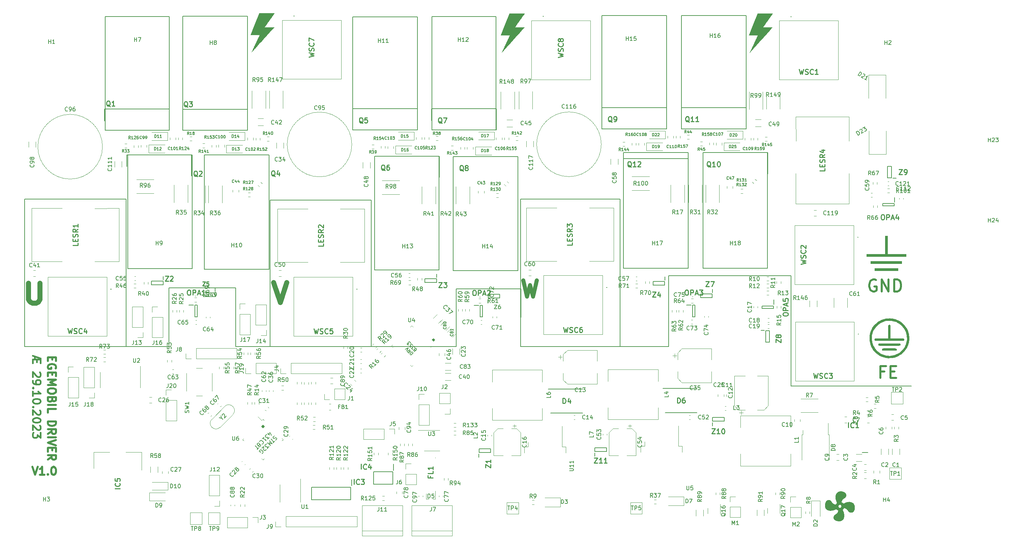
<source format=gbr>
%TF.GenerationSoftware,KiCad,Pcbnew,7.0.1*%
%TF.CreationDate,2023-11-27T14:14:32+03:00*%
%TF.ProjectId,motordriver,6d6f746f-7264-4726-9976-65722e6b6963,rev?*%
%TF.SameCoordinates,Original*%
%TF.FileFunction,Legend,Top*%
%TF.FilePolarity,Positive*%
%FSLAX46Y46*%
G04 Gerber Fmt 4.6, Leading zero omitted, Abs format (unit mm)*
G04 Created by KiCad (PCBNEW 7.0.1) date 2023-11-27 14:14:32*
%MOMM*%
%LPD*%
G01*
G04 APERTURE LIST*
%ADD10C,0.150000*%
%ADD11C,0.300000*%
%ADD12C,1.250000*%
%ADD13C,0.400000*%
%ADD14C,0.500000*%
%ADD15C,0.200000*%
%ADD16C,1.000000*%
%ADD17C,0.254000*%
%ADD18C,0.250000*%
%ADD19C,0.025000*%
%ADD20C,0.050000*%
%ADD21C,0.120000*%
%ADD22C,0.100000*%
G04 APERTURE END LIST*
D10*
X130870000Y-61110000D02*
X147092000Y-61110000D01*
X147092000Y-89678000D01*
X130870000Y-89678000D01*
X130870000Y-61110000D01*
X168180000Y-25710000D02*
X184430000Y-25710000D01*
X184430000Y-54140000D01*
X168180000Y-54140000D01*
X168180000Y-25710000D01*
X122682000Y-108712000D02*
X131572000Y-108712000D01*
X147848000Y-94300000D02*
X147750000Y-108750000D01*
X48750000Y-108750000D02*
X59436000Y-108712000D01*
X215646000Y-118618000D02*
X245872000Y-118618000D01*
X59436000Y-108712000D02*
X59436000Y-93980000D01*
X184912000Y-108712000D02*
X184912000Y-90932000D01*
X43492000Y-25968000D02*
X59576000Y-25968000D01*
X59576000Y-54480000D01*
X43492000Y-54480000D01*
X43492000Y-25968000D01*
X62987000Y-25872000D02*
X79187000Y-25872000D01*
X79187000Y-54498000D01*
X62987000Y-54498000D01*
X62987000Y-25872000D01*
X131592000Y-94300000D02*
X147848000Y-94300000D01*
X193570000Y-60110000D02*
X209770000Y-60110000D01*
X209770000Y-89150000D01*
X193570000Y-89150000D01*
X193570000Y-60110000D01*
X110250000Y-108750000D02*
X122682000Y-108712000D01*
X147750000Y-71750000D02*
X172750000Y-71750000D01*
X172750000Y-108750000D01*
X147750000Y-108750000D01*
X147750000Y-71750000D01*
X215646000Y-90932000D02*
X215646000Y-112014000D01*
X172750000Y-108750000D02*
X184912000Y-108712000D01*
X125534000Y-25968000D02*
X141630000Y-25968000D01*
X141630000Y-54400000D01*
X125534000Y-54400000D01*
X125534000Y-25968000D01*
X111148000Y-60972000D02*
X127320000Y-60972000D01*
X127320000Y-89540000D01*
X111148000Y-89540000D01*
X111148000Y-60972000D01*
X173620000Y-61555000D02*
X189820000Y-61555000D01*
X189820000Y-89150000D01*
X173620000Y-89150000D01*
X173620000Y-61555000D01*
X76200000Y-93980000D02*
X76200000Y-108712000D01*
X215646000Y-112014000D02*
X215646000Y-118618000D01*
X49127000Y-60638000D02*
X65327000Y-60638000D01*
X65327000Y-89218000D01*
X49127000Y-89218000D01*
X49127000Y-60638000D01*
X188180000Y-25710000D02*
X204430000Y-25710000D01*
X204430000Y-54140000D01*
X188180000Y-54140000D01*
X188180000Y-25710000D01*
X76200000Y-108712000D02*
X85250000Y-108750000D01*
X184912000Y-90932000D02*
X215646000Y-90932000D01*
X131572000Y-108712000D02*
X131592000Y-94300000D01*
X59436000Y-93980000D02*
X76200000Y-93980000D01*
X84894400Y-72000000D02*
X110250000Y-72000000D01*
X110250000Y-108750000D01*
X84894400Y-108750000D01*
X84894400Y-72000000D01*
X68377000Y-60698000D02*
X84599000Y-60698000D01*
X84599000Y-89335000D01*
X68377000Y-89335000D01*
X68377000Y-60698000D01*
X23250000Y-71750000D02*
X48750000Y-71750000D01*
X48750000Y-108750000D01*
X23250000Y-108750000D01*
X23250000Y-71750000D01*
X105630000Y-26070000D02*
X121880000Y-26070000D01*
X121880000Y-54400000D01*
X105630000Y-54400000D01*
X105630000Y-26070000D01*
D11*
X125904476Y-106861904D02*
X126142571Y-107100000D01*
X126142571Y-107100000D02*
X125904476Y-107338095D01*
X125904476Y-107338095D02*
X125666380Y-107100000D01*
X125666380Y-107100000D02*
X125904476Y-106861904D01*
X125904476Y-106861904D02*
X125904476Y-107338095D01*
D12*
X24202876Y-92838495D02*
X24202876Y-96886114D01*
X24202876Y-96886114D02*
X24440971Y-97362304D01*
X24440971Y-97362304D02*
X24679066Y-97600400D01*
X24679066Y-97600400D02*
X25155257Y-97838495D01*
X25155257Y-97838495D02*
X26107638Y-97838495D01*
X26107638Y-97838495D02*
X26583828Y-97600400D01*
X26583828Y-97600400D02*
X26821923Y-97362304D01*
X26821923Y-97362304D02*
X27060019Y-96886114D01*
X27060019Y-96886114D02*
X27060019Y-92838495D01*
D13*
X25809790Y-111226552D02*
X25809790Y-111988457D01*
X26285980Y-111988457D02*
X26285980Y-112655123D01*
X25238361Y-111036076D02*
X27238361Y-111702742D01*
X27238361Y-111702742D02*
X27238361Y-112940838D01*
X27238361Y-111988457D02*
X25238361Y-111988457D01*
X25238361Y-111988457D02*
X25238361Y-112940838D01*
X27047885Y-115226552D02*
X27143123Y-115321790D01*
X27143123Y-115321790D02*
X27238361Y-115512266D01*
X27238361Y-115512266D02*
X27238361Y-115988457D01*
X27238361Y-115988457D02*
X27143123Y-116178933D01*
X27143123Y-116178933D02*
X27047885Y-116274171D01*
X27047885Y-116274171D02*
X26857409Y-116369409D01*
X26857409Y-116369409D02*
X26666933Y-116369409D01*
X26666933Y-116369409D02*
X26381219Y-116274171D01*
X26381219Y-116274171D02*
X25238361Y-115131314D01*
X25238361Y-115131314D02*
X25238361Y-116369409D01*
X25238361Y-117321790D02*
X25238361Y-117702742D01*
X25238361Y-117702742D02*
X25333600Y-117893219D01*
X25333600Y-117893219D02*
X25428838Y-117988457D01*
X25428838Y-117988457D02*
X25714552Y-118178933D01*
X25714552Y-118178933D02*
X26095504Y-118274171D01*
X26095504Y-118274171D02*
X26857409Y-118274171D01*
X26857409Y-118274171D02*
X27047885Y-118178933D01*
X27047885Y-118178933D02*
X27143123Y-118083695D01*
X27143123Y-118083695D02*
X27238361Y-117893219D01*
X27238361Y-117893219D02*
X27238361Y-117512266D01*
X27238361Y-117512266D02*
X27143123Y-117321790D01*
X27143123Y-117321790D02*
X27047885Y-117226552D01*
X27047885Y-117226552D02*
X26857409Y-117131314D01*
X26857409Y-117131314D02*
X26381219Y-117131314D01*
X26381219Y-117131314D02*
X26190742Y-117226552D01*
X26190742Y-117226552D02*
X26095504Y-117321790D01*
X26095504Y-117321790D02*
X26000266Y-117512266D01*
X26000266Y-117512266D02*
X26000266Y-117893219D01*
X26000266Y-117893219D02*
X26095504Y-118083695D01*
X26095504Y-118083695D02*
X26190742Y-118178933D01*
X26190742Y-118178933D02*
X26381219Y-118274171D01*
X25428838Y-119131314D02*
X25333600Y-119226552D01*
X25333600Y-119226552D02*
X25238361Y-119131314D01*
X25238361Y-119131314D02*
X25333600Y-119036076D01*
X25333600Y-119036076D02*
X25428838Y-119131314D01*
X25428838Y-119131314D02*
X25238361Y-119131314D01*
X25238361Y-121131314D02*
X25238361Y-119988457D01*
X25238361Y-120559885D02*
X27238361Y-120559885D01*
X27238361Y-120559885D02*
X26952647Y-120369409D01*
X26952647Y-120369409D02*
X26762171Y-120178933D01*
X26762171Y-120178933D02*
X26666933Y-119988457D01*
X27238361Y-122369409D02*
X27238361Y-122559886D01*
X27238361Y-122559886D02*
X27143123Y-122750362D01*
X27143123Y-122750362D02*
X27047885Y-122845600D01*
X27047885Y-122845600D02*
X26857409Y-122940838D01*
X26857409Y-122940838D02*
X26476457Y-123036076D01*
X26476457Y-123036076D02*
X26000266Y-123036076D01*
X26000266Y-123036076D02*
X25619314Y-122940838D01*
X25619314Y-122940838D02*
X25428838Y-122845600D01*
X25428838Y-122845600D02*
X25333600Y-122750362D01*
X25333600Y-122750362D02*
X25238361Y-122559886D01*
X25238361Y-122559886D02*
X25238361Y-122369409D01*
X25238361Y-122369409D02*
X25333600Y-122178933D01*
X25333600Y-122178933D02*
X25428838Y-122083695D01*
X25428838Y-122083695D02*
X25619314Y-121988457D01*
X25619314Y-121988457D02*
X26000266Y-121893219D01*
X26000266Y-121893219D02*
X26476457Y-121893219D01*
X26476457Y-121893219D02*
X26857409Y-121988457D01*
X26857409Y-121988457D02*
X27047885Y-122083695D01*
X27047885Y-122083695D02*
X27143123Y-122178933D01*
X27143123Y-122178933D02*
X27238361Y-122369409D01*
X25428838Y-123893219D02*
X25333600Y-123988457D01*
X25333600Y-123988457D02*
X25238361Y-123893219D01*
X25238361Y-123893219D02*
X25333600Y-123797981D01*
X25333600Y-123797981D02*
X25428838Y-123893219D01*
X25428838Y-123893219D02*
X25238361Y-123893219D01*
X27047885Y-124750362D02*
X27143123Y-124845600D01*
X27143123Y-124845600D02*
X27238361Y-125036076D01*
X27238361Y-125036076D02*
X27238361Y-125512267D01*
X27238361Y-125512267D02*
X27143123Y-125702743D01*
X27143123Y-125702743D02*
X27047885Y-125797981D01*
X27047885Y-125797981D02*
X26857409Y-125893219D01*
X26857409Y-125893219D02*
X26666933Y-125893219D01*
X26666933Y-125893219D02*
X26381219Y-125797981D01*
X26381219Y-125797981D02*
X25238361Y-124655124D01*
X25238361Y-124655124D02*
X25238361Y-125893219D01*
X27238361Y-127131314D02*
X27238361Y-127321791D01*
X27238361Y-127321791D02*
X27143123Y-127512267D01*
X27143123Y-127512267D02*
X27047885Y-127607505D01*
X27047885Y-127607505D02*
X26857409Y-127702743D01*
X26857409Y-127702743D02*
X26476457Y-127797981D01*
X26476457Y-127797981D02*
X26000266Y-127797981D01*
X26000266Y-127797981D02*
X25619314Y-127702743D01*
X25619314Y-127702743D02*
X25428838Y-127607505D01*
X25428838Y-127607505D02*
X25333600Y-127512267D01*
X25333600Y-127512267D02*
X25238361Y-127321791D01*
X25238361Y-127321791D02*
X25238361Y-127131314D01*
X25238361Y-127131314D02*
X25333600Y-126940838D01*
X25333600Y-126940838D02*
X25428838Y-126845600D01*
X25428838Y-126845600D02*
X25619314Y-126750362D01*
X25619314Y-126750362D02*
X26000266Y-126655124D01*
X26000266Y-126655124D02*
X26476457Y-126655124D01*
X26476457Y-126655124D02*
X26857409Y-126750362D01*
X26857409Y-126750362D02*
X27047885Y-126845600D01*
X27047885Y-126845600D02*
X27143123Y-126940838D01*
X27143123Y-126940838D02*
X27238361Y-127131314D01*
X27047885Y-128559886D02*
X27143123Y-128655124D01*
X27143123Y-128655124D02*
X27238361Y-128845600D01*
X27238361Y-128845600D02*
X27238361Y-129321791D01*
X27238361Y-129321791D02*
X27143123Y-129512267D01*
X27143123Y-129512267D02*
X27047885Y-129607505D01*
X27047885Y-129607505D02*
X26857409Y-129702743D01*
X26857409Y-129702743D02*
X26666933Y-129702743D01*
X26666933Y-129702743D02*
X26381219Y-129607505D01*
X26381219Y-129607505D02*
X25238361Y-128464648D01*
X25238361Y-128464648D02*
X25238361Y-129702743D01*
X27238361Y-130369410D02*
X27238361Y-131607505D01*
X27238361Y-131607505D02*
X26476457Y-130940838D01*
X26476457Y-130940838D02*
X26476457Y-131226553D01*
X26476457Y-131226553D02*
X26381219Y-131417029D01*
X26381219Y-131417029D02*
X26285980Y-131512267D01*
X26285980Y-131512267D02*
X26095504Y-131607505D01*
X26095504Y-131607505D02*
X25619314Y-131607505D01*
X25619314Y-131607505D02*
X25428838Y-131512267D01*
X25428838Y-131512267D02*
X25333600Y-131417029D01*
X25333600Y-131417029D02*
X25238361Y-131226553D01*
X25238361Y-131226553D02*
X25238361Y-130655124D01*
X25238361Y-130655124D02*
X25333600Y-130464648D01*
X25333600Y-130464648D02*
X25428838Y-130369410D01*
D14*
X237032514Y-92076514D02*
X236746800Y-91933657D01*
X236746800Y-91933657D02*
X236318228Y-91933657D01*
X236318228Y-91933657D02*
X235889657Y-92076514D01*
X235889657Y-92076514D02*
X235603942Y-92362228D01*
X235603942Y-92362228D02*
X235461085Y-92647942D01*
X235461085Y-92647942D02*
X235318228Y-93219371D01*
X235318228Y-93219371D02*
X235318228Y-93647942D01*
X235318228Y-93647942D02*
X235461085Y-94219371D01*
X235461085Y-94219371D02*
X235603942Y-94505085D01*
X235603942Y-94505085D02*
X235889657Y-94790800D01*
X235889657Y-94790800D02*
X236318228Y-94933657D01*
X236318228Y-94933657D02*
X236603942Y-94933657D01*
X236603942Y-94933657D02*
X237032514Y-94790800D01*
X237032514Y-94790800D02*
X237175371Y-94647942D01*
X237175371Y-94647942D02*
X237175371Y-93647942D01*
X237175371Y-93647942D02*
X236603942Y-93647942D01*
X238461085Y-94933657D02*
X238461085Y-91933657D01*
X238461085Y-91933657D02*
X240175371Y-94933657D01*
X240175371Y-94933657D02*
X240175371Y-91933657D01*
X241603942Y-94933657D02*
X241603942Y-91933657D01*
X241603942Y-91933657D02*
X242318228Y-91933657D01*
X242318228Y-91933657D02*
X242746799Y-92076514D01*
X242746799Y-92076514D02*
X243032514Y-92362228D01*
X243032514Y-92362228D02*
X243175371Y-92647942D01*
X243175371Y-92647942D02*
X243318228Y-93219371D01*
X243318228Y-93219371D02*
X243318228Y-93647942D01*
X243318228Y-93647942D02*
X243175371Y-94219371D01*
X243175371Y-94219371D02*
X243032514Y-94505085D01*
X243032514Y-94505085D02*
X242746799Y-94790800D01*
X242746799Y-94790800D02*
X242318228Y-94933657D01*
X242318228Y-94933657D02*
X241603942Y-94933657D01*
X239102685Y-115053828D02*
X238102685Y-115053828D01*
X238102685Y-116625257D02*
X238102685Y-113625257D01*
X238102685Y-113625257D02*
X239531257Y-113625257D01*
X240674114Y-115053828D02*
X241674114Y-115053828D01*
X242102686Y-116625257D02*
X240674114Y-116625257D01*
X240674114Y-116625257D02*
X240674114Y-113625257D01*
X240674114Y-113625257D02*
X242102686Y-113625257D01*
D12*
X85718590Y-92635295D02*
X87385257Y-97635295D01*
X87385257Y-97635295D02*
X89051923Y-92635295D01*
D15*
X120799673Y-110324952D02*
X120233988Y-110890637D01*
X120233988Y-110890637D02*
X120099301Y-110755950D01*
X120099301Y-110755950D02*
X120045426Y-110648200D01*
X120045426Y-110648200D02*
X120045426Y-110540451D01*
X120045426Y-110540451D02*
X120072364Y-110459639D01*
X120072364Y-110459639D02*
X120153176Y-110324952D01*
X120153176Y-110324952D02*
X120233988Y-110244139D01*
X120233988Y-110244139D02*
X120368675Y-110163327D01*
X120368675Y-110163327D02*
X120449487Y-110136390D01*
X120449487Y-110136390D02*
X120557237Y-110136390D01*
X120557237Y-110136390D02*
X120664986Y-110190265D01*
X120664986Y-110190265D02*
X120799673Y-110324952D01*
X119910739Y-109436017D02*
X119829927Y-109893953D01*
X120233988Y-109759266D02*
X119668303Y-110324952D01*
X119668303Y-110324952D02*
X119452803Y-110109452D01*
X119452803Y-110109452D02*
X119425866Y-110028640D01*
X119425866Y-110028640D02*
X119425866Y-109974765D01*
X119425866Y-109974765D02*
X119452803Y-109893953D01*
X119452803Y-109893953D02*
X119533616Y-109813141D01*
X119533616Y-109813141D02*
X119614428Y-109786204D01*
X119614428Y-109786204D02*
X119668303Y-109786204D01*
X119668303Y-109786204D02*
X119749115Y-109813141D01*
X119749115Y-109813141D02*
X119964614Y-110028640D01*
X119183429Y-109840078D02*
X119560553Y-109085831D01*
X119560553Y-109085831D02*
X118806306Y-109462955D01*
X121312022Y-109650978D02*
X121338960Y-109731790D01*
X121338960Y-109731790D02*
X121338960Y-109785665D01*
X121338960Y-109785665D02*
X121312022Y-109866477D01*
X121312022Y-109866477D02*
X121285085Y-109893415D01*
X121285085Y-109893415D02*
X121204273Y-109920352D01*
X121204273Y-109920352D02*
X121150398Y-109920352D01*
X121150398Y-109920352D02*
X121069586Y-109893415D01*
X121069586Y-109893415D02*
X120961836Y-109785665D01*
X120961836Y-109785665D02*
X120934899Y-109704853D01*
X120934899Y-109704853D02*
X120934899Y-109650978D01*
X120934899Y-109650978D02*
X120961836Y-109570166D01*
X120961836Y-109570166D02*
X120988774Y-109543229D01*
X120988774Y-109543229D02*
X121069586Y-109516291D01*
X121069586Y-109516291D02*
X121123461Y-109516291D01*
X121123461Y-109516291D02*
X121204273Y-109543229D01*
X121204273Y-109543229D02*
X121312022Y-109650978D01*
X121312022Y-109650978D02*
X121392835Y-109677916D01*
X121392835Y-109677916D02*
X121446709Y-109677916D01*
X121446709Y-109677916D02*
X121527522Y-109650978D01*
X121527522Y-109650978D02*
X121635271Y-109543229D01*
X121635271Y-109543229D02*
X121662209Y-109462416D01*
X121662209Y-109462416D02*
X121662209Y-109408542D01*
X121662209Y-109408542D02*
X121635271Y-109327729D01*
X121635271Y-109327729D02*
X121527522Y-109219980D01*
X121527522Y-109219980D02*
X121446709Y-109193042D01*
X121446709Y-109193042D02*
X121392835Y-109193042D01*
X121392835Y-109193042D02*
X121312022Y-109219980D01*
X121312022Y-109219980D02*
X121204273Y-109327729D01*
X121204273Y-109327729D02*
X121177335Y-109408542D01*
X121177335Y-109408542D02*
X121177335Y-109462416D01*
X121177335Y-109462416D02*
X121204273Y-109543229D01*
X120665525Y-109489354D02*
X120315338Y-109139167D01*
X120315338Y-109139167D02*
X120719399Y-109112230D01*
X120719399Y-109112230D02*
X120638587Y-109031418D01*
X120638587Y-109031418D02*
X120611650Y-108950606D01*
X120611650Y-108950606D02*
X120611650Y-108896731D01*
X120611650Y-108896731D02*
X120638587Y-108815919D01*
X120638587Y-108815919D02*
X120773274Y-108681232D01*
X120773274Y-108681232D02*
X120854086Y-108654294D01*
X120854086Y-108654294D02*
X120907961Y-108654294D01*
X120907961Y-108654294D02*
X120988773Y-108681232D01*
X120988773Y-108681232D02*
X121150398Y-108842856D01*
X121150398Y-108842856D02*
X121177335Y-108923668D01*
X121177335Y-108923668D02*
X121177335Y-108977543D01*
X119803528Y-108627357D02*
X120072902Y-108896731D01*
X120072902Y-108896731D02*
X120369213Y-108654294D01*
X120369213Y-108654294D02*
X120315338Y-108654294D01*
X120315338Y-108654294D02*
X120234526Y-108627357D01*
X120234526Y-108627357D02*
X120099839Y-108492670D01*
X120099839Y-108492670D02*
X120072902Y-108411857D01*
X120072902Y-108411857D02*
X120072902Y-108357983D01*
X120072902Y-108357983D02*
X120099839Y-108277170D01*
X120099839Y-108277170D02*
X120234526Y-108142483D01*
X120234526Y-108142483D02*
X120315338Y-108115546D01*
X120315338Y-108115546D02*
X120369213Y-108115546D01*
X120369213Y-108115546D02*
X120450025Y-108142483D01*
X120450025Y-108142483D02*
X120584712Y-108277170D01*
X120584712Y-108277170D02*
X120611650Y-108357983D01*
X120611650Y-108357983D02*
X120611650Y-108411857D01*
X119588028Y-108411857D02*
X119237842Y-108061671D01*
X119237842Y-108061671D02*
X119641903Y-108034734D01*
X119641903Y-108034734D02*
X119561091Y-107953921D01*
X119561091Y-107953921D02*
X119534153Y-107873109D01*
X119534153Y-107873109D02*
X119534153Y-107819234D01*
X119534153Y-107819234D02*
X119561091Y-107738422D01*
X119561091Y-107738422D02*
X119695778Y-107603735D01*
X119695778Y-107603735D02*
X119776590Y-107576798D01*
X119776590Y-107576798D02*
X119830465Y-107576798D01*
X119830465Y-107576798D02*
X119911277Y-107603735D01*
X119911277Y-107603735D02*
X120072901Y-107765360D01*
X120072901Y-107765360D02*
X120099839Y-107846172D01*
X120099839Y-107846172D02*
X120099839Y-107900047D01*
D11*
X83105476Y-128578904D02*
X83343571Y-128817000D01*
X83343571Y-128817000D02*
X83105476Y-129055095D01*
X83105476Y-129055095D02*
X82867380Y-128817000D01*
X82867380Y-128817000D02*
X83105476Y-128578904D01*
X83105476Y-128578904D02*
X83105476Y-129055095D01*
D16*
X148450228Y-92182876D02*
X149402609Y-96182876D01*
X149402609Y-96182876D02*
X150164514Y-93325733D01*
X150164514Y-93325733D02*
X150926419Y-96182876D01*
X150926419Y-96182876D02*
X151878800Y-92182876D01*
D15*
X85964521Y-131191895D02*
X85829834Y-131259238D01*
X85829834Y-131259238D02*
X85661475Y-131427597D01*
X85661475Y-131427597D02*
X85627803Y-131528612D01*
X85627803Y-131528612D02*
X85627803Y-131595956D01*
X85627803Y-131595956D02*
X85661475Y-131696971D01*
X85661475Y-131696971D02*
X85728818Y-131764314D01*
X85728818Y-131764314D02*
X85829834Y-131797986D01*
X85829834Y-131797986D02*
X85897177Y-131797986D01*
X85897177Y-131797986D02*
X85998192Y-131764314D01*
X85998192Y-131764314D02*
X86166551Y-131663299D01*
X86166551Y-131663299D02*
X86267566Y-131629627D01*
X86267566Y-131629627D02*
X86334910Y-131629627D01*
X86334910Y-131629627D02*
X86435925Y-131663299D01*
X86435925Y-131663299D02*
X86503269Y-131730643D01*
X86503269Y-131730643D02*
X86536940Y-131831658D01*
X86536940Y-131831658D02*
X86536940Y-131899001D01*
X86536940Y-131899001D02*
X86503269Y-132000017D01*
X86503269Y-132000017D02*
X86334910Y-132168375D01*
X86334910Y-132168375D02*
X86200223Y-132235719D01*
X86031864Y-132471421D02*
X85627803Y-132875482D01*
X85122727Y-131966345D02*
X85829834Y-132673452D01*
X84684994Y-132404078D02*
X85392101Y-133111185D01*
X85392101Y-133111185D02*
X84651322Y-132841811D01*
X84651322Y-132841811D02*
X84920696Y-133582589D01*
X84920696Y-133582589D02*
X84213589Y-132875482D01*
X84651322Y-133851963D02*
X84213589Y-134289696D01*
X84213589Y-134289696D02*
X84179918Y-133784620D01*
X84179918Y-133784620D02*
X84078902Y-133885635D01*
X84078902Y-133885635D02*
X83977887Y-133919307D01*
X83977887Y-133919307D02*
X83910544Y-133919307D01*
X83910544Y-133919307D02*
X83809528Y-133885635D01*
X83809528Y-133885635D02*
X83641170Y-133717276D01*
X83641170Y-133717276D02*
X83607498Y-133616261D01*
X83607498Y-133616261D02*
X83607498Y-133548917D01*
X83607498Y-133548917D02*
X83641170Y-133447902D01*
X83641170Y-133447902D02*
X83843200Y-133245872D01*
X83843200Y-133245872D02*
X83944215Y-133212200D01*
X83944215Y-133212200D02*
X84011559Y-133212200D01*
X83876872Y-134491726D02*
X83876872Y-134559070D01*
X83876872Y-134559070D02*
X83843200Y-134660085D01*
X83843200Y-134660085D02*
X83674841Y-134828444D01*
X83674841Y-134828444D02*
X83573826Y-134862116D01*
X83573826Y-134862116D02*
X83506483Y-134862116D01*
X83506483Y-134862116D02*
X83405467Y-134828444D01*
X83405467Y-134828444D02*
X83338124Y-134761100D01*
X83338124Y-134761100D02*
X83270780Y-134626413D01*
X83270780Y-134626413D02*
X83270780Y-133818291D01*
X83270780Y-133818291D02*
X82833048Y-134256024D01*
X82833048Y-135602894D02*
X82934063Y-135569223D01*
X82934063Y-135569223D02*
X83035078Y-135468207D01*
X83035078Y-135468207D02*
X83102422Y-135333520D01*
X83102422Y-135333520D02*
X83102422Y-135198833D01*
X83102422Y-135198833D02*
X83068750Y-135097818D01*
X83068750Y-135097818D02*
X82967735Y-134929459D01*
X82967735Y-134929459D02*
X82866719Y-134828444D01*
X82866719Y-134828444D02*
X82698361Y-134727429D01*
X82698361Y-134727429D02*
X82597345Y-134693757D01*
X82597345Y-134693757D02*
X82462658Y-134693757D01*
X82462658Y-134693757D02*
X82327971Y-134761100D01*
X82327971Y-134761100D02*
X82260628Y-134828444D01*
X82260628Y-134828444D02*
X82193284Y-134963131D01*
X82193284Y-134963131D02*
X82193284Y-135030474D01*
X82193284Y-135030474D02*
X82428987Y-135266177D01*
X82428987Y-135266177D02*
X82563674Y-135131490D01*
X84795536Y-130950345D02*
X84324131Y-130478940D01*
X85233269Y-131051360D02*
X84896551Y-130377925D01*
X84896551Y-130377925D02*
X84458818Y-130815658D01*
X84728192Y-131489093D02*
X84290460Y-131926826D01*
X84290460Y-131926826D02*
X84256788Y-131421749D01*
X84256788Y-131421749D02*
X84155773Y-131522765D01*
X84155773Y-131522765D02*
X84054757Y-131556437D01*
X84054757Y-131556437D02*
X83987414Y-131556437D01*
X83987414Y-131556437D02*
X83886399Y-131522765D01*
X83886399Y-131522765D02*
X83718040Y-131354406D01*
X83718040Y-131354406D02*
X83684368Y-131253391D01*
X83684368Y-131253391D02*
X83684368Y-131186047D01*
X83684368Y-131186047D02*
X83718040Y-131085032D01*
X83718040Y-131085032D02*
X83920070Y-130883001D01*
X83920070Y-130883001D02*
X84021086Y-130849330D01*
X84021086Y-130849330D02*
X84088429Y-130849330D01*
X82909918Y-131893154D02*
X83313979Y-131489093D01*
X83111948Y-131691124D02*
X83819055Y-132398230D01*
X83819055Y-132398230D02*
X83785383Y-132229872D01*
X83785383Y-132229872D02*
X83785383Y-132095185D01*
X83785383Y-132095185D02*
X83819055Y-131994169D01*
X82270154Y-132667604D02*
X82270154Y-132600261D01*
X82270154Y-132600261D02*
X82337498Y-132465574D01*
X82337498Y-132465574D02*
X82404841Y-132398230D01*
X82404841Y-132398230D02*
X82539528Y-132330887D01*
X82539528Y-132330887D02*
X82674215Y-132330887D01*
X82674215Y-132330887D02*
X82775231Y-132364559D01*
X82775231Y-132364559D02*
X82943589Y-132465574D01*
X82943589Y-132465574D02*
X83044605Y-132566589D01*
X83044605Y-132566589D02*
X83145620Y-132734948D01*
X83145620Y-132734948D02*
X83179292Y-132835963D01*
X83179292Y-132835963D02*
X83179292Y-132970650D01*
X83179292Y-132970650D02*
X83111948Y-133105337D01*
X83111948Y-133105337D02*
X83044605Y-133172681D01*
X83044605Y-133172681D02*
X82909918Y-133240024D01*
X82909918Y-133240024D02*
X82842574Y-133240024D01*
X82202811Y-133408383D02*
X82303826Y-133374711D01*
X82303826Y-133374711D02*
X82371170Y-133374711D01*
X82371170Y-133374711D02*
X82472185Y-133408383D01*
X82472185Y-133408383D02*
X82505857Y-133442055D01*
X82505857Y-133442055D02*
X82539528Y-133543070D01*
X82539528Y-133543070D02*
X82539528Y-133610413D01*
X82539528Y-133610413D02*
X82505857Y-133711429D01*
X82505857Y-133711429D02*
X82371170Y-133846116D01*
X82371170Y-133846116D02*
X82270154Y-133879787D01*
X82270154Y-133879787D02*
X82202811Y-133879787D01*
X82202811Y-133879787D02*
X82101796Y-133846116D01*
X82101796Y-133846116D02*
X82068124Y-133812444D01*
X82068124Y-133812444D02*
X82034452Y-133711429D01*
X82034452Y-133711429D02*
X82034452Y-133644085D01*
X82034452Y-133644085D02*
X82068124Y-133543070D01*
X82068124Y-133543070D02*
X82202811Y-133408383D01*
X82202811Y-133408383D02*
X82236483Y-133307368D01*
X82236483Y-133307368D02*
X82236483Y-133240024D01*
X82236483Y-133240024D02*
X82202811Y-133139009D01*
X82202811Y-133139009D02*
X82068124Y-133004322D01*
X82068124Y-133004322D02*
X81967109Y-132970650D01*
X81967109Y-132970650D02*
X81899765Y-132970650D01*
X81899765Y-132970650D02*
X81798750Y-133004322D01*
X81798750Y-133004322D02*
X81664063Y-133139009D01*
X81664063Y-133139009D02*
X81630391Y-133240024D01*
X81630391Y-133240024D02*
X81630391Y-133307368D01*
X81630391Y-133307368D02*
X81664063Y-133408383D01*
X81664063Y-133408383D02*
X81798750Y-133543070D01*
X81798750Y-133543070D02*
X81899765Y-133576742D01*
X81899765Y-133576742D02*
X81967109Y-133576742D01*
X81967109Y-133576742D02*
X82068124Y-133543070D01*
X82034452Y-134182833D02*
X81630391Y-134586894D01*
X81125315Y-133677757D02*
X81832422Y-134384864D01*
D14*
X30146780Y-111423390D02*
X30146780Y-112090057D01*
X29099161Y-112375771D02*
X29099161Y-111423390D01*
X29099161Y-111423390D02*
X31099161Y-111423390D01*
X31099161Y-111423390D02*
X31099161Y-112375771D01*
X31003923Y-114280533D02*
X31099161Y-114090057D01*
X31099161Y-114090057D02*
X31099161Y-113804343D01*
X31099161Y-113804343D02*
X31003923Y-113518628D01*
X31003923Y-113518628D02*
X30813447Y-113328152D01*
X30813447Y-113328152D02*
X30622971Y-113232914D01*
X30622971Y-113232914D02*
X30242019Y-113137676D01*
X30242019Y-113137676D02*
X29956304Y-113137676D01*
X29956304Y-113137676D02*
X29575352Y-113232914D01*
X29575352Y-113232914D02*
X29384876Y-113328152D01*
X29384876Y-113328152D02*
X29194400Y-113518628D01*
X29194400Y-113518628D02*
X29099161Y-113804343D01*
X29099161Y-113804343D02*
X29099161Y-113994819D01*
X29099161Y-113994819D02*
X29194400Y-114280533D01*
X29194400Y-114280533D02*
X29289638Y-114375771D01*
X29289638Y-114375771D02*
X29956304Y-114375771D01*
X29956304Y-114375771D02*
X29956304Y-113994819D01*
X30146780Y-115232914D02*
X30146780Y-115899581D01*
X29099161Y-116185295D02*
X29099161Y-115232914D01*
X29099161Y-115232914D02*
X31099161Y-115232914D01*
X31099161Y-115232914D02*
X31099161Y-116185295D01*
X29099161Y-117042438D02*
X31099161Y-117042438D01*
X31099161Y-117042438D02*
X29670590Y-117709105D01*
X29670590Y-117709105D02*
X31099161Y-118375771D01*
X31099161Y-118375771D02*
X29099161Y-118375771D01*
X31099161Y-119709104D02*
X31099161Y-120090057D01*
X31099161Y-120090057D02*
X31003923Y-120280533D01*
X31003923Y-120280533D02*
X30813447Y-120471009D01*
X30813447Y-120471009D02*
X30432495Y-120566247D01*
X30432495Y-120566247D02*
X29765828Y-120566247D01*
X29765828Y-120566247D02*
X29384876Y-120471009D01*
X29384876Y-120471009D02*
X29194400Y-120280533D01*
X29194400Y-120280533D02*
X29099161Y-120090057D01*
X29099161Y-120090057D02*
X29099161Y-119709104D01*
X29099161Y-119709104D02*
X29194400Y-119518628D01*
X29194400Y-119518628D02*
X29384876Y-119328152D01*
X29384876Y-119328152D02*
X29765828Y-119232914D01*
X29765828Y-119232914D02*
X30432495Y-119232914D01*
X30432495Y-119232914D02*
X30813447Y-119328152D01*
X30813447Y-119328152D02*
X31003923Y-119518628D01*
X31003923Y-119518628D02*
X31099161Y-119709104D01*
X30146780Y-122090057D02*
X30051542Y-122375771D01*
X30051542Y-122375771D02*
X29956304Y-122471009D01*
X29956304Y-122471009D02*
X29765828Y-122566247D01*
X29765828Y-122566247D02*
X29480114Y-122566247D01*
X29480114Y-122566247D02*
X29289638Y-122471009D01*
X29289638Y-122471009D02*
X29194400Y-122375771D01*
X29194400Y-122375771D02*
X29099161Y-122185295D01*
X29099161Y-122185295D02*
X29099161Y-121423390D01*
X29099161Y-121423390D02*
X31099161Y-121423390D01*
X31099161Y-121423390D02*
X31099161Y-122090057D01*
X31099161Y-122090057D02*
X31003923Y-122280533D01*
X31003923Y-122280533D02*
X30908685Y-122375771D01*
X30908685Y-122375771D02*
X30718209Y-122471009D01*
X30718209Y-122471009D02*
X30527733Y-122471009D01*
X30527733Y-122471009D02*
X30337257Y-122375771D01*
X30337257Y-122375771D02*
X30242019Y-122280533D01*
X30242019Y-122280533D02*
X30146780Y-122090057D01*
X30146780Y-122090057D02*
X30146780Y-121423390D01*
X29099161Y-123423390D02*
X31099161Y-123423390D01*
X29099161Y-125328152D02*
X29099161Y-124375771D01*
X29099161Y-124375771D02*
X31099161Y-124375771D01*
X29099161Y-127518629D02*
X31099161Y-127518629D01*
X31099161Y-127518629D02*
X31099161Y-127994819D01*
X31099161Y-127994819D02*
X31003923Y-128280534D01*
X31003923Y-128280534D02*
X30813447Y-128471010D01*
X30813447Y-128471010D02*
X30622971Y-128566248D01*
X30622971Y-128566248D02*
X30242019Y-128661486D01*
X30242019Y-128661486D02*
X29956304Y-128661486D01*
X29956304Y-128661486D02*
X29575352Y-128566248D01*
X29575352Y-128566248D02*
X29384876Y-128471010D01*
X29384876Y-128471010D02*
X29194400Y-128280534D01*
X29194400Y-128280534D02*
X29099161Y-127994819D01*
X29099161Y-127994819D02*
X29099161Y-127518629D01*
X29099161Y-130661486D02*
X30051542Y-129994819D01*
X29099161Y-129518629D02*
X31099161Y-129518629D01*
X31099161Y-129518629D02*
X31099161Y-130280534D01*
X31099161Y-130280534D02*
X31003923Y-130471010D01*
X31003923Y-130471010D02*
X30908685Y-130566248D01*
X30908685Y-130566248D02*
X30718209Y-130661486D01*
X30718209Y-130661486D02*
X30432495Y-130661486D01*
X30432495Y-130661486D02*
X30242019Y-130566248D01*
X30242019Y-130566248D02*
X30146780Y-130471010D01*
X30146780Y-130471010D02*
X30051542Y-130280534D01*
X30051542Y-130280534D02*
X30051542Y-129518629D01*
X29099161Y-131518629D02*
X31099161Y-131518629D01*
X31099161Y-132185296D02*
X29099161Y-132851962D01*
X29099161Y-132851962D02*
X31099161Y-133518629D01*
X30146780Y-134185296D02*
X30146780Y-134851963D01*
X29099161Y-135137677D02*
X29099161Y-134185296D01*
X29099161Y-134185296D02*
X31099161Y-134185296D01*
X31099161Y-134185296D02*
X31099161Y-135137677D01*
X29099161Y-137137677D02*
X30051542Y-136471010D01*
X29099161Y-135994820D02*
X31099161Y-135994820D01*
X31099161Y-135994820D02*
X31099161Y-136756725D01*
X31099161Y-136756725D02*
X31003923Y-136947201D01*
X31003923Y-136947201D02*
X30908685Y-137042439D01*
X30908685Y-137042439D02*
X30718209Y-137137677D01*
X30718209Y-137137677D02*
X30432495Y-137137677D01*
X30432495Y-137137677D02*
X30242019Y-137042439D01*
X30242019Y-137042439D02*
X30146780Y-136947201D01*
X30146780Y-136947201D02*
X30051542Y-136756725D01*
X30051542Y-136756725D02*
X30051542Y-135994820D01*
X25184076Y-138928438D02*
X25850742Y-140928438D01*
X25850742Y-140928438D02*
X26517409Y-138928438D01*
X28231695Y-140928438D02*
X27088838Y-140928438D01*
X27660266Y-140928438D02*
X27660266Y-138928438D01*
X27660266Y-138928438D02*
X27469790Y-139214152D01*
X27469790Y-139214152D02*
X27279314Y-139404628D01*
X27279314Y-139404628D02*
X27088838Y-139499866D01*
X29088838Y-140737961D02*
X29184076Y-140833200D01*
X29184076Y-140833200D02*
X29088838Y-140928438D01*
X29088838Y-140928438D02*
X28993600Y-140833200D01*
X28993600Y-140833200D02*
X29088838Y-140737961D01*
X29088838Y-140737961D02*
X29088838Y-140928438D01*
X30422171Y-138928438D02*
X30612648Y-138928438D01*
X30612648Y-138928438D02*
X30803124Y-139023676D01*
X30803124Y-139023676D02*
X30898362Y-139118914D01*
X30898362Y-139118914D02*
X30993600Y-139309390D01*
X30993600Y-139309390D02*
X31088838Y-139690342D01*
X31088838Y-139690342D02*
X31088838Y-140166533D01*
X31088838Y-140166533D02*
X30993600Y-140547485D01*
X30993600Y-140547485D02*
X30898362Y-140737961D01*
X30898362Y-140737961D02*
X30803124Y-140833200D01*
X30803124Y-140833200D02*
X30612648Y-140928438D01*
X30612648Y-140928438D02*
X30422171Y-140928438D01*
X30422171Y-140928438D02*
X30231695Y-140833200D01*
X30231695Y-140833200D02*
X30136457Y-140737961D01*
X30136457Y-140737961D02*
X30041219Y-140547485D01*
X30041219Y-140547485D02*
X29945981Y-140166533D01*
X29945981Y-140166533D02*
X29945981Y-139690342D01*
X29945981Y-139690342D02*
X30041219Y-139309390D01*
X30041219Y-139309390D02*
X30136457Y-139118914D01*
X30136457Y-139118914D02*
X30231695Y-139023676D01*
X30231695Y-139023676D02*
X30422171Y-138928438D01*
D10*
%TO.C,R9*%
X150709333Y-146766619D02*
X150376000Y-146290428D01*
X150137905Y-146766619D02*
X150137905Y-145766619D01*
X150137905Y-145766619D02*
X150518857Y-145766619D01*
X150518857Y-145766619D02*
X150614095Y-145814238D01*
X150614095Y-145814238D02*
X150661714Y-145861857D01*
X150661714Y-145861857D02*
X150709333Y-145957095D01*
X150709333Y-145957095D02*
X150709333Y-146099952D01*
X150709333Y-146099952D02*
X150661714Y-146195190D01*
X150661714Y-146195190D02*
X150614095Y-146242809D01*
X150614095Y-146242809D02*
X150518857Y-146290428D01*
X150518857Y-146290428D02*
X150137905Y-146290428D01*
X151185524Y-146766619D02*
X151376000Y-146766619D01*
X151376000Y-146766619D02*
X151471238Y-146719000D01*
X151471238Y-146719000D02*
X151518857Y-146671380D01*
X151518857Y-146671380D02*
X151614095Y-146528523D01*
X151614095Y-146528523D02*
X151661714Y-146338047D01*
X151661714Y-146338047D02*
X151661714Y-145957095D01*
X151661714Y-145957095D02*
X151614095Y-145861857D01*
X151614095Y-145861857D02*
X151566476Y-145814238D01*
X151566476Y-145814238D02*
X151471238Y-145766619D01*
X151471238Y-145766619D02*
X151280762Y-145766619D01*
X151280762Y-145766619D02*
X151185524Y-145814238D01*
X151185524Y-145814238D02*
X151137905Y-145861857D01*
X151137905Y-145861857D02*
X151090286Y-145957095D01*
X151090286Y-145957095D02*
X151090286Y-146195190D01*
X151090286Y-146195190D02*
X151137905Y-146290428D01*
X151137905Y-146290428D02*
X151185524Y-146338047D01*
X151185524Y-146338047D02*
X151280762Y-146385666D01*
X151280762Y-146385666D02*
X151471238Y-146385666D01*
X151471238Y-146385666D02*
X151566476Y-146338047D01*
X151566476Y-146338047D02*
X151614095Y-146290428D01*
X151614095Y-146290428D02*
X151661714Y-146195190D01*
%TO.C,C94*%
X120128380Y-129674857D02*
X120176000Y-129722476D01*
X120176000Y-129722476D02*
X120223619Y-129865333D01*
X120223619Y-129865333D02*
X120223619Y-129960571D01*
X120223619Y-129960571D02*
X120176000Y-130103428D01*
X120176000Y-130103428D02*
X120080761Y-130198666D01*
X120080761Y-130198666D02*
X119985523Y-130246285D01*
X119985523Y-130246285D02*
X119795047Y-130293904D01*
X119795047Y-130293904D02*
X119652190Y-130293904D01*
X119652190Y-130293904D02*
X119461714Y-130246285D01*
X119461714Y-130246285D02*
X119366476Y-130198666D01*
X119366476Y-130198666D02*
X119271238Y-130103428D01*
X119271238Y-130103428D02*
X119223619Y-129960571D01*
X119223619Y-129960571D02*
X119223619Y-129865333D01*
X119223619Y-129865333D02*
X119271238Y-129722476D01*
X119271238Y-129722476D02*
X119318857Y-129674857D01*
X120223619Y-129198666D02*
X120223619Y-129008190D01*
X120223619Y-129008190D02*
X120176000Y-128912952D01*
X120176000Y-128912952D02*
X120128380Y-128865333D01*
X120128380Y-128865333D02*
X119985523Y-128770095D01*
X119985523Y-128770095D02*
X119795047Y-128722476D01*
X119795047Y-128722476D02*
X119414095Y-128722476D01*
X119414095Y-128722476D02*
X119318857Y-128770095D01*
X119318857Y-128770095D02*
X119271238Y-128817714D01*
X119271238Y-128817714D02*
X119223619Y-128912952D01*
X119223619Y-128912952D02*
X119223619Y-129103428D01*
X119223619Y-129103428D02*
X119271238Y-129198666D01*
X119271238Y-129198666D02*
X119318857Y-129246285D01*
X119318857Y-129246285D02*
X119414095Y-129293904D01*
X119414095Y-129293904D02*
X119652190Y-129293904D01*
X119652190Y-129293904D02*
X119747428Y-129246285D01*
X119747428Y-129246285D02*
X119795047Y-129198666D01*
X119795047Y-129198666D02*
X119842666Y-129103428D01*
X119842666Y-129103428D02*
X119842666Y-128912952D01*
X119842666Y-128912952D02*
X119795047Y-128817714D01*
X119795047Y-128817714D02*
X119747428Y-128770095D01*
X119747428Y-128770095D02*
X119652190Y-128722476D01*
X119556952Y-127865333D02*
X120223619Y-127865333D01*
X119176000Y-128103428D02*
X119890285Y-128341523D01*
X119890285Y-128341523D02*
X119890285Y-127722476D01*
%TO.C,R149*%
X210107352Y-46030219D02*
X209774019Y-45554028D01*
X209535924Y-46030219D02*
X209535924Y-45030219D01*
X209535924Y-45030219D02*
X209916876Y-45030219D01*
X209916876Y-45030219D02*
X210012114Y-45077838D01*
X210012114Y-45077838D02*
X210059733Y-45125457D01*
X210059733Y-45125457D02*
X210107352Y-45220695D01*
X210107352Y-45220695D02*
X210107352Y-45363552D01*
X210107352Y-45363552D02*
X210059733Y-45458790D01*
X210059733Y-45458790D02*
X210012114Y-45506409D01*
X210012114Y-45506409D02*
X209916876Y-45554028D01*
X209916876Y-45554028D02*
X209535924Y-45554028D01*
X211059733Y-46030219D02*
X210488305Y-46030219D01*
X210774019Y-46030219D02*
X210774019Y-45030219D01*
X210774019Y-45030219D02*
X210678781Y-45173076D01*
X210678781Y-45173076D02*
X210583543Y-45268314D01*
X210583543Y-45268314D02*
X210488305Y-45315933D01*
X211916876Y-45363552D02*
X211916876Y-46030219D01*
X211678781Y-44982600D02*
X211440686Y-45696885D01*
X211440686Y-45696885D02*
X212059733Y-45696885D01*
X212488305Y-46030219D02*
X212678781Y-46030219D01*
X212678781Y-46030219D02*
X212774019Y-45982600D01*
X212774019Y-45982600D02*
X212821638Y-45934980D01*
X212821638Y-45934980D02*
X212916876Y-45792123D01*
X212916876Y-45792123D02*
X212964495Y-45601647D01*
X212964495Y-45601647D02*
X212964495Y-45220695D01*
X212964495Y-45220695D02*
X212916876Y-45125457D01*
X212916876Y-45125457D02*
X212869257Y-45077838D01*
X212869257Y-45077838D02*
X212774019Y-45030219D01*
X212774019Y-45030219D02*
X212583543Y-45030219D01*
X212583543Y-45030219D02*
X212488305Y-45077838D01*
X212488305Y-45077838D02*
X212440686Y-45125457D01*
X212440686Y-45125457D02*
X212393067Y-45220695D01*
X212393067Y-45220695D02*
X212393067Y-45458790D01*
X212393067Y-45458790D02*
X212440686Y-45554028D01*
X212440686Y-45554028D02*
X212488305Y-45601647D01*
X212488305Y-45601647D02*
X212583543Y-45649266D01*
X212583543Y-45649266D02*
X212774019Y-45649266D01*
X212774019Y-45649266D02*
X212869257Y-45601647D01*
X212869257Y-45601647D02*
X212916876Y-45554028D01*
X212916876Y-45554028D02*
X212964495Y-45458790D01*
%TO.C,TP5*%
X175558095Y-148742619D02*
X176129523Y-148742619D01*
X175843809Y-149742619D02*
X175843809Y-148742619D01*
X176462857Y-149742619D02*
X176462857Y-148742619D01*
X176462857Y-148742619D02*
X176843809Y-148742619D01*
X176843809Y-148742619D02*
X176939047Y-148790238D01*
X176939047Y-148790238D02*
X176986666Y-148837857D01*
X176986666Y-148837857D02*
X177034285Y-148933095D01*
X177034285Y-148933095D02*
X177034285Y-149075952D01*
X177034285Y-149075952D02*
X176986666Y-149171190D01*
X176986666Y-149171190D02*
X176939047Y-149218809D01*
X176939047Y-149218809D02*
X176843809Y-149266428D01*
X176843809Y-149266428D02*
X176462857Y-149266428D01*
X177939047Y-148742619D02*
X177462857Y-148742619D01*
X177462857Y-148742619D02*
X177415238Y-149218809D01*
X177415238Y-149218809D02*
X177462857Y-149171190D01*
X177462857Y-149171190D02*
X177558095Y-149123571D01*
X177558095Y-149123571D02*
X177796190Y-149123571D01*
X177796190Y-149123571D02*
X177891428Y-149171190D01*
X177891428Y-149171190D02*
X177939047Y-149218809D01*
X177939047Y-149218809D02*
X177986666Y-149314047D01*
X177986666Y-149314047D02*
X177986666Y-149552142D01*
X177986666Y-149552142D02*
X177939047Y-149647380D01*
X177939047Y-149647380D02*
X177891428Y-149695000D01*
X177891428Y-149695000D02*
X177796190Y-149742619D01*
X177796190Y-149742619D02*
X177558095Y-149742619D01*
X177558095Y-149742619D02*
X177462857Y-149695000D01*
X177462857Y-149695000D02*
X177415238Y-149647380D01*
%TO.C,H8*%
X69813059Y-32974619D02*
X69813059Y-31974619D01*
X69813059Y-32450809D02*
X70384487Y-32450809D01*
X70384487Y-32974619D02*
X70384487Y-31974619D01*
X71003535Y-32403190D02*
X70908297Y-32355571D01*
X70908297Y-32355571D02*
X70860678Y-32307952D01*
X70860678Y-32307952D02*
X70813059Y-32212714D01*
X70813059Y-32212714D02*
X70813059Y-32165095D01*
X70813059Y-32165095D02*
X70860678Y-32069857D01*
X70860678Y-32069857D02*
X70908297Y-32022238D01*
X70908297Y-32022238D02*
X71003535Y-31974619D01*
X71003535Y-31974619D02*
X71194011Y-31974619D01*
X71194011Y-31974619D02*
X71289249Y-32022238D01*
X71289249Y-32022238D02*
X71336868Y-32069857D01*
X71336868Y-32069857D02*
X71384487Y-32165095D01*
X71384487Y-32165095D02*
X71384487Y-32212714D01*
X71384487Y-32212714D02*
X71336868Y-32307952D01*
X71336868Y-32307952D02*
X71289249Y-32355571D01*
X71289249Y-32355571D02*
X71194011Y-32403190D01*
X71194011Y-32403190D02*
X71003535Y-32403190D01*
X71003535Y-32403190D02*
X70908297Y-32450809D01*
X70908297Y-32450809D02*
X70860678Y-32498428D01*
X70860678Y-32498428D02*
X70813059Y-32593666D01*
X70813059Y-32593666D02*
X70813059Y-32784142D01*
X70813059Y-32784142D02*
X70860678Y-32879380D01*
X70860678Y-32879380D02*
X70908297Y-32927000D01*
X70908297Y-32927000D02*
X71003535Y-32974619D01*
X71003535Y-32974619D02*
X71194011Y-32974619D01*
X71194011Y-32974619D02*
X71289249Y-32927000D01*
X71289249Y-32927000D02*
X71336868Y-32879380D01*
X71336868Y-32879380D02*
X71384487Y-32784142D01*
X71384487Y-32784142D02*
X71384487Y-32593666D01*
X71384487Y-32593666D02*
X71336868Y-32498428D01*
X71336868Y-32498428D02*
X71289249Y-32450809D01*
X71289249Y-32450809D02*
X71194011Y-32403190D01*
%TO.C,C26*%
X57523142Y-122541380D02*
X57475523Y-122589000D01*
X57475523Y-122589000D02*
X57332666Y-122636619D01*
X57332666Y-122636619D02*
X57237428Y-122636619D01*
X57237428Y-122636619D02*
X57094571Y-122589000D01*
X57094571Y-122589000D02*
X56999333Y-122493761D01*
X56999333Y-122493761D02*
X56951714Y-122398523D01*
X56951714Y-122398523D02*
X56904095Y-122208047D01*
X56904095Y-122208047D02*
X56904095Y-122065190D01*
X56904095Y-122065190D02*
X56951714Y-121874714D01*
X56951714Y-121874714D02*
X56999333Y-121779476D01*
X56999333Y-121779476D02*
X57094571Y-121684238D01*
X57094571Y-121684238D02*
X57237428Y-121636619D01*
X57237428Y-121636619D02*
X57332666Y-121636619D01*
X57332666Y-121636619D02*
X57475523Y-121684238D01*
X57475523Y-121684238D02*
X57523142Y-121731857D01*
X57904095Y-121731857D02*
X57951714Y-121684238D01*
X57951714Y-121684238D02*
X58046952Y-121636619D01*
X58046952Y-121636619D02*
X58285047Y-121636619D01*
X58285047Y-121636619D02*
X58380285Y-121684238D01*
X58380285Y-121684238D02*
X58427904Y-121731857D01*
X58427904Y-121731857D02*
X58475523Y-121827095D01*
X58475523Y-121827095D02*
X58475523Y-121922333D01*
X58475523Y-121922333D02*
X58427904Y-122065190D01*
X58427904Y-122065190D02*
X57856476Y-122636619D01*
X57856476Y-122636619D02*
X58475523Y-122636619D01*
X59332666Y-121636619D02*
X59142190Y-121636619D01*
X59142190Y-121636619D02*
X59046952Y-121684238D01*
X59046952Y-121684238D02*
X58999333Y-121731857D01*
X58999333Y-121731857D02*
X58904095Y-121874714D01*
X58904095Y-121874714D02*
X58856476Y-122065190D01*
X58856476Y-122065190D02*
X58856476Y-122446142D01*
X58856476Y-122446142D02*
X58904095Y-122541380D01*
X58904095Y-122541380D02*
X58951714Y-122589000D01*
X58951714Y-122589000D02*
X59046952Y-122636619D01*
X59046952Y-122636619D02*
X59237428Y-122636619D01*
X59237428Y-122636619D02*
X59332666Y-122589000D01*
X59332666Y-122589000D02*
X59380285Y-122541380D01*
X59380285Y-122541380D02*
X59427904Y-122446142D01*
X59427904Y-122446142D02*
X59427904Y-122208047D01*
X59427904Y-122208047D02*
X59380285Y-122112809D01*
X59380285Y-122112809D02*
X59332666Y-122065190D01*
X59332666Y-122065190D02*
X59237428Y-122017571D01*
X59237428Y-122017571D02*
X59046952Y-122017571D01*
X59046952Y-122017571D02*
X58951714Y-122065190D01*
X58951714Y-122065190D02*
X58904095Y-122112809D01*
X58904095Y-122112809D02*
X58856476Y-122208047D01*
%TO.C,R42*%
X128389142Y-75843119D02*
X128055809Y-75366928D01*
X127817714Y-75843119D02*
X127817714Y-74843119D01*
X127817714Y-74843119D02*
X128198666Y-74843119D01*
X128198666Y-74843119D02*
X128293904Y-74890738D01*
X128293904Y-74890738D02*
X128341523Y-74938357D01*
X128341523Y-74938357D02*
X128389142Y-75033595D01*
X128389142Y-75033595D02*
X128389142Y-75176452D01*
X128389142Y-75176452D02*
X128341523Y-75271690D01*
X128341523Y-75271690D02*
X128293904Y-75319309D01*
X128293904Y-75319309D02*
X128198666Y-75366928D01*
X128198666Y-75366928D02*
X127817714Y-75366928D01*
X129246285Y-75176452D02*
X129246285Y-75843119D01*
X129008190Y-74795500D02*
X128770095Y-75509785D01*
X128770095Y-75509785D02*
X129389142Y-75509785D01*
X129722476Y-74938357D02*
X129770095Y-74890738D01*
X129770095Y-74890738D02*
X129865333Y-74843119D01*
X129865333Y-74843119D02*
X130103428Y-74843119D01*
X130103428Y-74843119D02*
X130198666Y-74890738D01*
X130198666Y-74890738D02*
X130246285Y-74938357D01*
X130246285Y-74938357D02*
X130293904Y-75033595D01*
X130293904Y-75033595D02*
X130293904Y-75128833D01*
X130293904Y-75128833D02*
X130246285Y-75271690D01*
X130246285Y-75271690D02*
X129674857Y-75843119D01*
X129674857Y-75843119D02*
X130293904Y-75843119D01*
%TO.C,C18*%
X205808342Y-102526180D02*
X205760723Y-102573800D01*
X205760723Y-102573800D02*
X205617866Y-102621419D01*
X205617866Y-102621419D02*
X205522628Y-102621419D01*
X205522628Y-102621419D02*
X205379771Y-102573800D01*
X205379771Y-102573800D02*
X205284533Y-102478561D01*
X205284533Y-102478561D02*
X205236914Y-102383323D01*
X205236914Y-102383323D02*
X205189295Y-102192847D01*
X205189295Y-102192847D02*
X205189295Y-102049990D01*
X205189295Y-102049990D02*
X205236914Y-101859514D01*
X205236914Y-101859514D02*
X205284533Y-101764276D01*
X205284533Y-101764276D02*
X205379771Y-101669038D01*
X205379771Y-101669038D02*
X205522628Y-101621419D01*
X205522628Y-101621419D02*
X205617866Y-101621419D01*
X205617866Y-101621419D02*
X205760723Y-101669038D01*
X205760723Y-101669038D02*
X205808342Y-101716657D01*
X206760723Y-102621419D02*
X206189295Y-102621419D01*
X206475009Y-102621419D02*
X206475009Y-101621419D01*
X206475009Y-101621419D02*
X206379771Y-101764276D01*
X206379771Y-101764276D02*
X206284533Y-101859514D01*
X206284533Y-101859514D02*
X206189295Y-101907133D01*
X207332152Y-102049990D02*
X207236914Y-102002371D01*
X207236914Y-102002371D02*
X207189295Y-101954752D01*
X207189295Y-101954752D02*
X207141676Y-101859514D01*
X207141676Y-101859514D02*
X207141676Y-101811895D01*
X207141676Y-101811895D02*
X207189295Y-101716657D01*
X207189295Y-101716657D02*
X207236914Y-101669038D01*
X207236914Y-101669038D02*
X207332152Y-101621419D01*
X207332152Y-101621419D02*
X207522628Y-101621419D01*
X207522628Y-101621419D02*
X207617866Y-101669038D01*
X207617866Y-101669038D02*
X207665485Y-101716657D01*
X207665485Y-101716657D02*
X207713104Y-101811895D01*
X207713104Y-101811895D02*
X207713104Y-101859514D01*
X207713104Y-101859514D02*
X207665485Y-101954752D01*
X207665485Y-101954752D02*
X207617866Y-102002371D01*
X207617866Y-102002371D02*
X207522628Y-102049990D01*
X207522628Y-102049990D02*
X207332152Y-102049990D01*
X207332152Y-102049990D02*
X207236914Y-102097609D01*
X207236914Y-102097609D02*
X207189295Y-102145228D01*
X207189295Y-102145228D02*
X207141676Y-102240466D01*
X207141676Y-102240466D02*
X207141676Y-102430942D01*
X207141676Y-102430942D02*
X207189295Y-102526180D01*
X207189295Y-102526180D02*
X207236914Y-102573800D01*
X207236914Y-102573800D02*
X207332152Y-102621419D01*
X207332152Y-102621419D02*
X207522628Y-102621419D01*
X207522628Y-102621419D02*
X207617866Y-102573800D01*
X207617866Y-102573800D02*
X207665485Y-102526180D01*
X207665485Y-102526180D02*
X207713104Y-102430942D01*
X207713104Y-102430942D02*
X207713104Y-102240466D01*
X207713104Y-102240466D02*
X207665485Y-102145228D01*
X207665485Y-102145228D02*
X207617866Y-102097609D01*
X207617866Y-102097609D02*
X207522628Y-102049990D01*
D17*
%TO.C,OPA5*%
X213682326Y-100761799D02*
X213682326Y-100519894D01*
X213682326Y-100519894D02*
X213742802Y-100398942D01*
X213742802Y-100398942D02*
X213863754Y-100277989D01*
X213863754Y-100277989D02*
X214105659Y-100217513D01*
X214105659Y-100217513D02*
X214528992Y-100217513D01*
X214528992Y-100217513D02*
X214770897Y-100277989D01*
X214770897Y-100277989D02*
X214891850Y-100398942D01*
X214891850Y-100398942D02*
X214952326Y-100519894D01*
X214952326Y-100519894D02*
X214952326Y-100761799D01*
X214952326Y-100761799D02*
X214891850Y-100882751D01*
X214891850Y-100882751D02*
X214770897Y-101003704D01*
X214770897Y-101003704D02*
X214528992Y-101064180D01*
X214528992Y-101064180D02*
X214105659Y-101064180D01*
X214105659Y-101064180D02*
X213863754Y-101003704D01*
X213863754Y-101003704D02*
X213742802Y-100882751D01*
X213742802Y-100882751D02*
X213682326Y-100761799D01*
X214952326Y-99673228D02*
X213682326Y-99673228D01*
X213682326Y-99673228D02*
X213682326Y-99189418D01*
X213682326Y-99189418D02*
X213742802Y-99068466D01*
X213742802Y-99068466D02*
X213803278Y-99007989D01*
X213803278Y-99007989D02*
X213924230Y-98947513D01*
X213924230Y-98947513D02*
X214105659Y-98947513D01*
X214105659Y-98947513D02*
X214226611Y-99007989D01*
X214226611Y-99007989D02*
X214287088Y-99068466D01*
X214287088Y-99068466D02*
X214347564Y-99189418D01*
X214347564Y-99189418D02*
X214347564Y-99673228D01*
X214589469Y-98463704D02*
X214589469Y-97858942D01*
X214952326Y-98584656D02*
X213682326Y-98161323D01*
X213682326Y-98161323D02*
X214952326Y-97737989D01*
X213682326Y-96709895D02*
X213682326Y-97314657D01*
X213682326Y-97314657D02*
X214287088Y-97375133D01*
X214287088Y-97375133D02*
X214226611Y-97314657D01*
X214226611Y-97314657D02*
X214166135Y-97193704D01*
X214166135Y-97193704D02*
X214166135Y-96891323D01*
X214166135Y-96891323D02*
X214226611Y-96770371D01*
X214226611Y-96770371D02*
X214287088Y-96709895D01*
X214287088Y-96709895D02*
X214408040Y-96649418D01*
X214408040Y-96649418D02*
X214710421Y-96649418D01*
X214710421Y-96649418D02*
X214831373Y-96709895D01*
X214831373Y-96709895D02*
X214891850Y-96770371D01*
X214891850Y-96770371D02*
X214952326Y-96891323D01*
X214952326Y-96891323D02*
X214952326Y-97193704D01*
X214952326Y-97193704D02*
X214891850Y-97314657D01*
X214891850Y-97314657D02*
X214831373Y-97375133D01*
D10*
%TO.C,R47*%
X80218619Y-120276857D02*
X79742428Y-120610190D01*
X80218619Y-120848285D02*
X79218619Y-120848285D01*
X79218619Y-120848285D02*
X79218619Y-120467333D01*
X79218619Y-120467333D02*
X79266238Y-120372095D01*
X79266238Y-120372095D02*
X79313857Y-120324476D01*
X79313857Y-120324476D02*
X79409095Y-120276857D01*
X79409095Y-120276857D02*
X79551952Y-120276857D01*
X79551952Y-120276857D02*
X79647190Y-120324476D01*
X79647190Y-120324476D02*
X79694809Y-120372095D01*
X79694809Y-120372095D02*
X79742428Y-120467333D01*
X79742428Y-120467333D02*
X79742428Y-120848285D01*
X79551952Y-119419714D02*
X80218619Y-119419714D01*
X79171000Y-119657809D02*
X79885285Y-119895904D01*
X79885285Y-119895904D02*
X79885285Y-119276857D01*
X79218619Y-118991142D02*
X79218619Y-118324476D01*
X79218619Y-118324476D02*
X80218619Y-118753047D01*
%TO.C,C112*%
X242771752Y-69506180D02*
X242724133Y-69553800D01*
X242724133Y-69553800D02*
X242581276Y-69601419D01*
X242581276Y-69601419D02*
X242486038Y-69601419D01*
X242486038Y-69601419D02*
X242343181Y-69553800D01*
X242343181Y-69553800D02*
X242247943Y-69458561D01*
X242247943Y-69458561D02*
X242200324Y-69363323D01*
X242200324Y-69363323D02*
X242152705Y-69172847D01*
X242152705Y-69172847D02*
X242152705Y-69029990D01*
X242152705Y-69029990D02*
X242200324Y-68839514D01*
X242200324Y-68839514D02*
X242247943Y-68744276D01*
X242247943Y-68744276D02*
X242343181Y-68649038D01*
X242343181Y-68649038D02*
X242486038Y-68601419D01*
X242486038Y-68601419D02*
X242581276Y-68601419D01*
X242581276Y-68601419D02*
X242724133Y-68649038D01*
X242724133Y-68649038D02*
X242771752Y-68696657D01*
X243724133Y-69601419D02*
X243152705Y-69601419D01*
X243438419Y-69601419D02*
X243438419Y-68601419D01*
X243438419Y-68601419D02*
X243343181Y-68744276D01*
X243343181Y-68744276D02*
X243247943Y-68839514D01*
X243247943Y-68839514D02*
X243152705Y-68887133D01*
X244676514Y-69601419D02*
X244105086Y-69601419D01*
X244390800Y-69601419D02*
X244390800Y-68601419D01*
X244390800Y-68601419D02*
X244295562Y-68744276D01*
X244295562Y-68744276D02*
X244200324Y-68839514D01*
X244200324Y-68839514D02*
X244105086Y-68887133D01*
X245057467Y-68696657D02*
X245105086Y-68649038D01*
X245105086Y-68649038D02*
X245200324Y-68601419D01*
X245200324Y-68601419D02*
X245438419Y-68601419D01*
X245438419Y-68601419D02*
X245533657Y-68649038D01*
X245533657Y-68649038D02*
X245581276Y-68696657D01*
X245581276Y-68696657D02*
X245628895Y-68791895D01*
X245628895Y-68791895D02*
X245628895Y-68887133D01*
X245628895Y-68887133D02*
X245581276Y-69029990D01*
X245581276Y-69029990D02*
X245009848Y-69601419D01*
X245009848Y-69601419D02*
X245628895Y-69601419D01*
%TO.C,R70*%
X178520842Y-95726519D02*
X178187509Y-95250328D01*
X177949414Y-95726519D02*
X177949414Y-94726519D01*
X177949414Y-94726519D02*
X178330366Y-94726519D01*
X178330366Y-94726519D02*
X178425604Y-94774138D01*
X178425604Y-94774138D02*
X178473223Y-94821757D01*
X178473223Y-94821757D02*
X178520842Y-94916995D01*
X178520842Y-94916995D02*
X178520842Y-95059852D01*
X178520842Y-95059852D02*
X178473223Y-95155090D01*
X178473223Y-95155090D02*
X178425604Y-95202709D01*
X178425604Y-95202709D02*
X178330366Y-95250328D01*
X178330366Y-95250328D02*
X177949414Y-95250328D01*
X178854176Y-94726519D02*
X179520842Y-94726519D01*
X179520842Y-94726519D02*
X179092271Y-95726519D01*
X180092271Y-94726519D02*
X180187509Y-94726519D01*
X180187509Y-94726519D02*
X180282747Y-94774138D01*
X180282747Y-94774138D02*
X180330366Y-94821757D01*
X180330366Y-94821757D02*
X180377985Y-94916995D01*
X180377985Y-94916995D02*
X180425604Y-95107471D01*
X180425604Y-95107471D02*
X180425604Y-95345566D01*
X180425604Y-95345566D02*
X180377985Y-95536042D01*
X180377985Y-95536042D02*
X180330366Y-95631280D01*
X180330366Y-95631280D02*
X180282747Y-95678900D01*
X180282747Y-95678900D02*
X180187509Y-95726519D01*
X180187509Y-95726519D02*
X180092271Y-95726519D01*
X180092271Y-95726519D02*
X179997033Y-95678900D01*
X179997033Y-95678900D02*
X179949414Y-95631280D01*
X179949414Y-95631280D02*
X179901795Y-95536042D01*
X179901795Y-95536042D02*
X179854176Y-95345566D01*
X179854176Y-95345566D02*
X179854176Y-95107471D01*
X179854176Y-95107471D02*
X179901795Y-94916995D01*
X179901795Y-94916995D02*
X179949414Y-94821757D01*
X179949414Y-94821757D02*
X179997033Y-94774138D01*
X179997033Y-94774138D02*
X180092271Y-94726519D01*
%TO.C,C99*%
X52610599Y-56568966D02*
X52577266Y-56602300D01*
X52577266Y-56602300D02*
X52477266Y-56635633D01*
X52477266Y-56635633D02*
X52410599Y-56635633D01*
X52410599Y-56635633D02*
X52310599Y-56602300D01*
X52310599Y-56602300D02*
X52243933Y-56535633D01*
X52243933Y-56535633D02*
X52210599Y-56468966D01*
X52210599Y-56468966D02*
X52177266Y-56335633D01*
X52177266Y-56335633D02*
X52177266Y-56235633D01*
X52177266Y-56235633D02*
X52210599Y-56102300D01*
X52210599Y-56102300D02*
X52243933Y-56035633D01*
X52243933Y-56035633D02*
X52310599Y-55968966D01*
X52310599Y-55968966D02*
X52410599Y-55935633D01*
X52410599Y-55935633D02*
X52477266Y-55935633D01*
X52477266Y-55935633D02*
X52577266Y-55968966D01*
X52577266Y-55968966D02*
X52610599Y-56002300D01*
X52943933Y-56635633D02*
X53077266Y-56635633D01*
X53077266Y-56635633D02*
X53143933Y-56602300D01*
X53143933Y-56602300D02*
X53177266Y-56568966D01*
X53177266Y-56568966D02*
X53243933Y-56468966D01*
X53243933Y-56468966D02*
X53277266Y-56335633D01*
X53277266Y-56335633D02*
X53277266Y-56068966D01*
X53277266Y-56068966D02*
X53243933Y-56002300D01*
X53243933Y-56002300D02*
X53210599Y-55968966D01*
X53210599Y-55968966D02*
X53143933Y-55935633D01*
X53143933Y-55935633D02*
X53010599Y-55935633D01*
X53010599Y-55935633D02*
X52943933Y-55968966D01*
X52943933Y-55968966D02*
X52910599Y-56002300D01*
X52910599Y-56002300D02*
X52877266Y-56068966D01*
X52877266Y-56068966D02*
X52877266Y-56235633D01*
X52877266Y-56235633D02*
X52910599Y-56302300D01*
X52910599Y-56302300D02*
X52943933Y-56335633D01*
X52943933Y-56335633D02*
X53010599Y-56368966D01*
X53010599Y-56368966D02*
X53143933Y-56368966D01*
X53143933Y-56368966D02*
X53210599Y-56335633D01*
X53210599Y-56335633D02*
X53243933Y-56302300D01*
X53243933Y-56302300D02*
X53277266Y-56235633D01*
X53610600Y-56635633D02*
X53743933Y-56635633D01*
X53743933Y-56635633D02*
X53810600Y-56602300D01*
X53810600Y-56602300D02*
X53843933Y-56568966D01*
X53843933Y-56568966D02*
X53910600Y-56468966D01*
X53910600Y-56468966D02*
X53943933Y-56335633D01*
X53943933Y-56335633D02*
X53943933Y-56068966D01*
X53943933Y-56068966D02*
X53910600Y-56002300D01*
X53910600Y-56002300D02*
X53877266Y-55968966D01*
X53877266Y-55968966D02*
X53810600Y-55935633D01*
X53810600Y-55935633D02*
X53677266Y-55935633D01*
X53677266Y-55935633D02*
X53610600Y-55968966D01*
X53610600Y-55968966D02*
X53577266Y-56002300D01*
X53577266Y-56002300D02*
X53543933Y-56068966D01*
X53543933Y-56068966D02*
X53543933Y-56235633D01*
X53543933Y-56235633D02*
X53577266Y-56302300D01*
X53577266Y-56302300D02*
X53610600Y-56335633D01*
X53610600Y-56335633D02*
X53677266Y-56368966D01*
X53677266Y-56368966D02*
X53810600Y-56368966D01*
X53810600Y-56368966D02*
X53877266Y-56335633D01*
X53877266Y-56335633D02*
X53910600Y-56302300D01*
X53910600Y-56302300D02*
X53943933Y-56235633D01*
%TO.C,R88*%
X199309019Y-146309557D02*
X198832828Y-146642890D01*
X199309019Y-146880985D02*
X198309019Y-146880985D01*
X198309019Y-146880985D02*
X198309019Y-146500033D01*
X198309019Y-146500033D02*
X198356638Y-146404795D01*
X198356638Y-146404795D02*
X198404257Y-146357176D01*
X198404257Y-146357176D02*
X198499495Y-146309557D01*
X198499495Y-146309557D02*
X198642352Y-146309557D01*
X198642352Y-146309557D02*
X198737590Y-146357176D01*
X198737590Y-146357176D02*
X198785209Y-146404795D01*
X198785209Y-146404795D02*
X198832828Y-146500033D01*
X198832828Y-146500033D02*
X198832828Y-146880985D01*
X198737590Y-145738128D02*
X198689971Y-145833366D01*
X198689971Y-145833366D02*
X198642352Y-145880985D01*
X198642352Y-145880985D02*
X198547114Y-145928604D01*
X198547114Y-145928604D02*
X198499495Y-145928604D01*
X198499495Y-145928604D02*
X198404257Y-145880985D01*
X198404257Y-145880985D02*
X198356638Y-145833366D01*
X198356638Y-145833366D02*
X198309019Y-145738128D01*
X198309019Y-145738128D02*
X198309019Y-145547652D01*
X198309019Y-145547652D02*
X198356638Y-145452414D01*
X198356638Y-145452414D02*
X198404257Y-145404795D01*
X198404257Y-145404795D02*
X198499495Y-145357176D01*
X198499495Y-145357176D02*
X198547114Y-145357176D01*
X198547114Y-145357176D02*
X198642352Y-145404795D01*
X198642352Y-145404795D02*
X198689971Y-145452414D01*
X198689971Y-145452414D02*
X198737590Y-145547652D01*
X198737590Y-145547652D02*
X198737590Y-145738128D01*
X198737590Y-145738128D02*
X198785209Y-145833366D01*
X198785209Y-145833366D02*
X198832828Y-145880985D01*
X198832828Y-145880985D02*
X198928066Y-145928604D01*
X198928066Y-145928604D02*
X199118542Y-145928604D01*
X199118542Y-145928604D02*
X199213780Y-145880985D01*
X199213780Y-145880985D02*
X199261400Y-145833366D01*
X199261400Y-145833366D02*
X199309019Y-145738128D01*
X199309019Y-145738128D02*
X199309019Y-145547652D01*
X199309019Y-145547652D02*
X199261400Y-145452414D01*
X199261400Y-145452414D02*
X199213780Y-145404795D01*
X199213780Y-145404795D02*
X199118542Y-145357176D01*
X199118542Y-145357176D02*
X198928066Y-145357176D01*
X198928066Y-145357176D02*
X198832828Y-145404795D01*
X198832828Y-145404795D02*
X198785209Y-145452414D01*
X198785209Y-145452414D02*
X198737590Y-145547652D01*
X198737590Y-144785747D02*
X198689971Y-144880985D01*
X198689971Y-144880985D02*
X198642352Y-144928604D01*
X198642352Y-144928604D02*
X198547114Y-144976223D01*
X198547114Y-144976223D02*
X198499495Y-144976223D01*
X198499495Y-144976223D02*
X198404257Y-144928604D01*
X198404257Y-144928604D02*
X198356638Y-144880985D01*
X198356638Y-144880985D02*
X198309019Y-144785747D01*
X198309019Y-144785747D02*
X198309019Y-144595271D01*
X198309019Y-144595271D02*
X198356638Y-144500033D01*
X198356638Y-144500033D02*
X198404257Y-144452414D01*
X198404257Y-144452414D02*
X198499495Y-144404795D01*
X198499495Y-144404795D02*
X198547114Y-144404795D01*
X198547114Y-144404795D02*
X198642352Y-144452414D01*
X198642352Y-144452414D02*
X198689971Y-144500033D01*
X198689971Y-144500033D02*
X198737590Y-144595271D01*
X198737590Y-144595271D02*
X198737590Y-144785747D01*
X198737590Y-144785747D02*
X198785209Y-144880985D01*
X198785209Y-144880985D02*
X198832828Y-144928604D01*
X198832828Y-144928604D02*
X198928066Y-144976223D01*
X198928066Y-144976223D02*
X199118542Y-144976223D01*
X199118542Y-144976223D02*
X199213780Y-144928604D01*
X199213780Y-144928604D02*
X199261400Y-144880985D01*
X199261400Y-144880985D02*
X199309019Y-144785747D01*
X199309019Y-144785747D02*
X199309019Y-144595271D01*
X199309019Y-144595271D02*
X199261400Y-144500033D01*
X199261400Y-144500033D02*
X199213780Y-144452414D01*
X199213780Y-144452414D02*
X199118542Y-144404795D01*
X199118542Y-144404795D02*
X198928066Y-144404795D01*
X198928066Y-144404795D02*
X198832828Y-144452414D01*
X198832828Y-144452414D02*
X198785209Y-144500033D01*
X198785209Y-144500033D02*
X198737590Y-144595271D01*
%TO.C,C14*%
X163949142Y-126859380D02*
X163901523Y-126907000D01*
X163901523Y-126907000D02*
X163758666Y-126954619D01*
X163758666Y-126954619D02*
X163663428Y-126954619D01*
X163663428Y-126954619D02*
X163520571Y-126907000D01*
X163520571Y-126907000D02*
X163425333Y-126811761D01*
X163425333Y-126811761D02*
X163377714Y-126716523D01*
X163377714Y-126716523D02*
X163330095Y-126526047D01*
X163330095Y-126526047D02*
X163330095Y-126383190D01*
X163330095Y-126383190D02*
X163377714Y-126192714D01*
X163377714Y-126192714D02*
X163425333Y-126097476D01*
X163425333Y-126097476D02*
X163520571Y-126002238D01*
X163520571Y-126002238D02*
X163663428Y-125954619D01*
X163663428Y-125954619D02*
X163758666Y-125954619D01*
X163758666Y-125954619D02*
X163901523Y-126002238D01*
X163901523Y-126002238D02*
X163949142Y-126049857D01*
X164901523Y-126954619D02*
X164330095Y-126954619D01*
X164615809Y-126954619D02*
X164615809Y-125954619D01*
X164615809Y-125954619D02*
X164520571Y-126097476D01*
X164520571Y-126097476D02*
X164425333Y-126192714D01*
X164425333Y-126192714D02*
X164330095Y-126240333D01*
X165758666Y-126287952D02*
X165758666Y-126954619D01*
X165520571Y-125907000D02*
X165282476Y-126621285D01*
X165282476Y-126621285D02*
X165901523Y-126621285D01*
%TO.C,D15*%
X117818799Y-56254633D02*
X117818799Y-55554633D01*
X117818799Y-55554633D02*
X117985466Y-55554633D01*
X117985466Y-55554633D02*
X118085466Y-55587966D01*
X118085466Y-55587966D02*
X118152133Y-55654633D01*
X118152133Y-55654633D02*
X118185466Y-55721300D01*
X118185466Y-55721300D02*
X118218799Y-55854633D01*
X118218799Y-55854633D02*
X118218799Y-55954633D01*
X118218799Y-55954633D02*
X118185466Y-56087966D01*
X118185466Y-56087966D02*
X118152133Y-56154633D01*
X118152133Y-56154633D02*
X118085466Y-56221300D01*
X118085466Y-56221300D02*
X117985466Y-56254633D01*
X117985466Y-56254633D02*
X117818799Y-56254633D01*
X118885466Y-56254633D02*
X118485466Y-56254633D01*
X118685466Y-56254633D02*
X118685466Y-55554633D01*
X118685466Y-55554633D02*
X118618799Y-55654633D01*
X118618799Y-55654633D02*
X118552133Y-55721300D01*
X118552133Y-55721300D02*
X118485466Y-55754633D01*
X119518800Y-55554633D02*
X119185466Y-55554633D01*
X119185466Y-55554633D02*
X119152133Y-55887966D01*
X119152133Y-55887966D02*
X119185466Y-55854633D01*
X119185466Y-55854633D02*
X119252133Y-55821300D01*
X119252133Y-55821300D02*
X119418800Y-55821300D01*
X119418800Y-55821300D02*
X119485466Y-55854633D01*
X119485466Y-55854633D02*
X119518800Y-55887966D01*
X119518800Y-55887966D02*
X119552133Y-55954633D01*
X119552133Y-55954633D02*
X119552133Y-56121300D01*
X119552133Y-56121300D02*
X119518800Y-56187966D01*
X119518800Y-56187966D02*
X119485466Y-56221300D01*
X119485466Y-56221300D02*
X119418800Y-56254633D01*
X119418800Y-56254633D02*
X119252133Y-56254633D01*
X119252133Y-56254633D02*
X119185466Y-56221300D01*
X119185466Y-56221300D02*
X119152133Y-56187966D01*
%TO.C,R141*%
X67441066Y-60064633D02*
X67207733Y-59731300D01*
X67041066Y-60064633D02*
X67041066Y-59364633D01*
X67041066Y-59364633D02*
X67307733Y-59364633D01*
X67307733Y-59364633D02*
X67374400Y-59397966D01*
X67374400Y-59397966D02*
X67407733Y-59431300D01*
X67407733Y-59431300D02*
X67441066Y-59497966D01*
X67441066Y-59497966D02*
X67441066Y-59597966D01*
X67441066Y-59597966D02*
X67407733Y-59664633D01*
X67407733Y-59664633D02*
X67374400Y-59697966D01*
X67374400Y-59697966D02*
X67307733Y-59731300D01*
X67307733Y-59731300D02*
X67041066Y-59731300D01*
X68107733Y-60064633D02*
X67707733Y-60064633D01*
X67907733Y-60064633D02*
X67907733Y-59364633D01*
X67907733Y-59364633D02*
X67841066Y-59464633D01*
X67841066Y-59464633D02*
X67774400Y-59531300D01*
X67774400Y-59531300D02*
X67707733Y-59564633D01*
X68707733Y-59597966D02*
X68707733Y-60064633D01*
X68541067Y-59331300D02*
X68374400Y-59831300D01*
X68374400Y-59831300D02*
X68807733Y-59831300D01*
X69441067Y-60064633D02*
X69041067Y-60064633D01*
X69241067Y-60064633D02*
X69241067Y-59364633D01*
X69241067Y-59364633D02*
X69174400Y-59464633D01*
X69174400Y-59464633D02*
X69107734Y-59531300D01*
X69107734Y-59531300D02*
X69041067Y-59564633D01*
%TO.C,H13*%
X118141905Y-84028619D02*
X118141905Y-83028619D01*
X118141905Y-83504809D02*
X118713333Y-83504809D01*
X118713333Y-84028619D02*
X118713333Y-83028619D01*
X119713333Y-84028619D02*
X119141905Y-84028619D01*
X119427619Y-84028619D02*
X119427619Y-83028619D01*
X119427619Y-83028619D02*
X119332381Y-83171476D01*
X119332381Y-83171476D02*
X119237143Y-83266714D01*
X119237143Y-83266714D02*
X119141905Y-83314333D01*
X120046667Y-83028619D02*
X120665714Y-83028619D01*
X120665714Y-83028619D02*
X120332381Y-83409571D01*
X120332381Y-83409571D02*
X120475238Y-83409571D01*
X120475238Y-83409571D02*
X120570476Y-83457190D01*
X120570476Y-83457190D02*
X120618095Y-83504809D01*
X120618095Y-83504809D02*
X120665714Y-83600047D01*
X120665714Y-83600047D02*
X120665714Y-83838142D01*
X120665714Y-83838142D02*
X120618095Y-83933380D01*
X120618095Y-83933380D02*
X120570476Y-83981000D01*
X120570476Y-83981000D02*
X120475238Y-84028619D01*
X120475238Y-84028619D02*
X120189524Y-84028619D01*
X120189524Y-84028619D02*
X120094286Y-83981000D01*
X120094286Y-83981000D02*
X120046667Y-83933380D01*
D17*
%TO.C,Q11*%
X190124285Y-52438478D02*
X190003333Y-52378002D01*
X190003333Y-52378002D02*
X189882380Y-52257050D01*
X189882380Y-52257050D02*
X189700952Y-52075621D01*
X189700952Y-52075621D02*
X189579999Y-52015145D01*
X189579999Y-52015145D02*
X189459047Y-52015145D01*
X189519523Y-52317526D02*
X189398571Y-52257050D01*
X189398571Y-52257050D02*
X189277618Y-52136097D01*
X189277618Y-52136097D02*
X189217142Y-51894192D01*
X189217142Y-51894192D02*
X189217142Y-51470859D01*
X189217142Y-51470859D02*
X189277618Y-51228954D01*
X189277618Y-51228954D02*
X189398571Y-51108002D01*
X189398571Y-51108002D02*
X189519523Y-51047526D01*
X189519523Y-51047526D02*
X189761428Y-51047526D01*
X189761428Y-51047526D02*
X189882380Y-51108002D01*
X189882380Y-51108002D02*
X190003333Y-51228954D01*
X190003333Y-51228954D02*
X190063809Y-51470859D01*
X190063809Y-51470859D02*
X190063809Y-51894192D01*
X190063809Y-51894192D02*
X190003333Y-52136097D01*
X190003333Y-52136097D02*
X189882380Y-52257050D01*
X189882380Y-52257050D02*
X189761428Y-52317526D01*
X189761428Y-52317526D02*
X189519523Y-52317526D01*
X191273333Y-52317526D02*
X190547618Y-52317526D01*
X190910475Y-52317526D02*
X190910475Y-51047526D01*
X190910475Y-51047526D02*
X190789523Y-51228954D01*
X190789523Y-51228954D02*
X190668571Y-51349907D01*
X190668571Y-51349907D02*
X190547618Y-51410383D01*
X192482857Y-52317526D02*
X191757142Y-52317526D01*
X192119999Y-52317526D02*
X192119999Y-51047526D01*
X192119999Y-51047526D02*
X191999047Y-51228954D01*
X191999047Y-51228954D02*
X191878095Y-51349907D01*
X191878095Y-51349907D02*
X191757142Y-51410383D01*
D10*
%TO.C,J15*%
X34670476Y-122732619D02*
X34670476Y-123446904D01*
X34670476Y-123446904D02*
X34622857Y-123589761D01*
X34622857Y-123589761D02*
X34527619Y-123685000D01*
X34527619Y-123685000D02*
X34384762Y-123732619D01*
X34384762Y-123732619D02*
X34289524Y-123732619D01*
X35670476Y-123732619D02*
X35099048Y-123732619D01*
X35384762Y-123732619D02*
X35384762Y-122732619D01*
X35384762Y-122732619D02*
X35289524Y-122875476D01*
X35289524Y-122875476D02*
X35194286Y-122970714D01*
X35194286Y-122970714D02*
X35099048Y-123018333D01*
X36575238Y-122732619D02*
X36099048Y-122732619D01*
X36099048Y-122732619D02*
X36051429Y-123208809D01*
X36051429Y-123208809D02*
X36099048Y-123161190D01*
X36099048Y-123161190D02*
X36194286Y-123113571D01*
X36194286Y-123113571D02*
X36432381Y-123113571D01*
X36432381Y-123113571D02*
X36527619Y-123161190D01*
X36527619Y-123161190D02*
X36575238Y-123208809D01*
X36575238Y-123208809D02*
X36622857Y-123304047D01*
X36622857Y-123304047D02*
X36622857Y-123542142D01*
X36622857Y-123542142D02*
X36575238Y-123637380D01*
X36575238Y-123637380D02*
X36527619Y-123685000D01*
X36527619Y-123685000D02*
X36432381Y-123732619D01*
X36432381Y-123732619D02*
X36194286Y-123732619D01*
X36194286Y-123732619D02*
X36099048Y-123685000D01*
X36099048Y-123685000D02*
X36051429Y-123637380D01*
%TO.C,R56*%
X82504619Y-111142857D02*
X82028428Y-111476190D01*
X82504619Y-111714285D02*
X81504619Y-111714285D01*
X81504619Y-111714285D02*
X81504619Y-111333333D01*
X81504619Y-111333333D02*
X81552238Y-111238095D01*
X81552238Y-111238095D02*
X81599857Y-111190476D01*
X81599857Y-111190476D02*
X81695095Y-111142857D01*
X81695095Y-111142857D02*
X81837952Y-111142857D01*
X81837952Y-111142857D02*
X81933190Y-111190476D01*
X81933190Y-111190476D02*
X81980809Y-111238095D01*
X81980809Y-111238095D02*
X82028428Y-111333333D01*
X82028428Y-111333333D02*
X82028428Y-111714285D01*
X81504619Y-110238095D02*
X81504619Y-110714285D01*
X81504619Y-110714285D02*
X81980809Y-110761904D01*
X81980809Y-110761904D02*
X81933190Y-110714285D01*
X81933190Y-110714285D02*
X81885571Y-110619047D01*
X81885571Y-110619047D02*
X81885571Y-110380952D01*
X81885571Y-110380952D02*
X81933190Y-110285714D01*
X81933190Y-110285714D02*
X81980809Y-110238095D01*
X81980809Y-110238095D02*
X82076047Y-110190476D01*
X82076047Y-110190476D02*
X82314142Y-110190476D01*
X82314142Y-110190476D02*
X82409380Y-110238095D01*
X82409380Y-110238095D02*
X82457000Y-110285714D01*
X82457000Y-110285714D02*
X82504619Y-110380952D01*
X82504619Y-110380952D02*
X82504619Y-110619047D01*
X82504619Y-110619047D02*
X82457000Y-110714285D01*
X82457000Y-110714285D02*
X82409380Y-110761904D01*
X81504619Y-109333333D02*
X81504619Y-109523809D01*
X81504619Y-109523809D02*
X81552238Y-109619047D01*
X81552238Y-109619047D02*
X81599857Y-109666666D01*
X81599857Y-109666666D02*
X81742714Y-109761904D01*
X81742714Y-109761904D02*
X81933190Y-109809523D01*
X81933190Y-109809523D02*
X82314142Y-109809523D01*
X82314142Y-109809523D02*
X82409380Y-109761904D01*
X82409380Y-109761904D02*
X82457000Y-109714285D01*
X82457000Y-109714285D02*
X82504619Y-109619047D01*
X82504619Y-109619047D02*
X82504619Y-109428571D01*
X82504619Y-109428571D02*
X82457000Y-109333333D01*
X82457000Y-109333333D02*
X82409380Y-109285714D01*
X82409380Y-109285714D02*
X82314142Y-109238095D01*
X82314142Y-109238095D02*
X82076047Y-109238095D01*
X82076047Y-109238095D02*
X81980809Y-109285714D01*
X81980809Y-109285714D02*
X81933190Y-109333333D01*
X81933190Y-109333333D02*
X81885571Y-109428571D01*
X81885571Y-109428571D02*
X81885571Y-109619047D01*
X81885571Y-109619047D02*
X81933190Y-109714285D01*
X81933190Y-109714285D02*
X81980809Y-109761904D01*
X81980809Y-109761904D02*
X82076047Y-109809523D01*
%TO.C,C16*%
X149116380Y-133357857D02*
X149164000Y-133405476D01*
X149164000Y-133405476D02*
X149211619Y-133548333D01*
X149211619Y-133548333D02*
X149211619Y-133643571D01*
X149211619Y-133643571D02*
X149164000Y-133786428D01*
X149164000Y-133786428D02*
X149068761Y-133881666D01*
X149068761Y-133881666D02*
X148973523Y-133929285D01*
X148973523Y-133929285D02*
X148783047Y-133976904D01*
X148783047Y-133976904D02*
X148640190Y-133976904D01*
X148640190Y-133976904D02*
X148449714Y-133929285D01*
X148449714Y-133929285D02*
X148354476Y-133881666D01*
X148354476Y-133881666D02*
X148259238Y-133786428D01*
X148259238Y-133786428D02*
X148211619Y-133643571D01*
X148211619Y-133643571D02*
X148211619Y-133548333D01*
X148211619Y-133548333D02*
X148259238Y-133405476D01*
X148259238Y-133405476D02*
X148306857Y-133357857D01*
X149211619Y-132405476D02*
X149211619Y-132976904D01*
X149211619Y-132691190D02*
X148211619Y-132691190D01*
X148211619Y-132691190D02*
X148354476Y-132786428D01*
X148354476Y-132786428D02*
X148449714Y-132881666D01*
X148449714Y-132881666D02*
X148497333Y-132976904D01*
X148211619Y-131548333D02*
X148211619Y-131738809D01*
X148211619Y-131738809D02*
X148259238Y-131834047D01*
X148259238Y-131834047D02*
X148306857Y-131881666D01*
X148306857Y-131881666D02*
X148449714Y-131976904D01*
X148449714Y-131976904D02*
X148640190Y-132024523D01*
X148640190Y-132024523D02*
X149021142Y-132024523D01*
X149021142Y-132024523D02*
X149116380Y-131976904D01*
X149116380Y-131976904D02*
X149164000Y-131929285D01*
X149164000Y-131929285D02*
X149211619Y-131834047D01*
X149211619Y-131834047D02*
X149211619Y-131643571D01*
X149211619Y-131643571D02*
X149164000Y-131548333D01*
X149164000Y-131548333D02*
X149116380Y-131500714D01*
X149116380Y-131500714D02*
X149021142Y-131453095D01*
X149021142Y-131453095D02*
X148783047Y-131453095D01*
X148783047Y-131453095D02*
X148687809Y-131500714D01*
X148687809Y-131500714D02*
X148640190Y-131548333D01*
X148640190Y-131548333D02*
X148592571Y-131643571D01*
X148592571Y-131643571D02*
X148592571Y-131834047D01*
X148592571Y-131834047D02*
X148640190Y-131929285D01*
X148640190Y-131929285D02*
X148687809Y-131976904D01*
X148687809Y-131976904D02*
X148783047Y-132024523D01*
D17*
%TO.C,Z2*%
X58508404Y-91062326D02*
X59355071Y-91062326D01*
X59355071Y-91062326D02*
X58508404Y-92332326D01*
X58508404Y-92332326D02*
X59355071Y-92332326D01*
X59778404Y-91183278D02*
X59838880Y-91122802D01*
X59838880Y-91122802D02*
X59959833Y-91062326D01*
X59959833Y-91062326D02*
X60262214Y-91062326D01*
X60262214Y-91062326D02*
X60383166Y-91122802D01*
X60383166Y-91122802D02*
X60443642Y-91183278D01*
X60443642Y-91183278D02*
X60504119Y-91304230D01*
X60504119Y-91304230D02*
X60504119Y-91425183D01*
X60504119Y-91425183D02*
X60443642Y-91606611D01*
X60443642Y-91606611D02*
X59717928Y-92332326D01*
X59717928Y-92332326D02*
X60504119Y-92332326D01*
D10*
%TO.C,R4*%
X231938533Y-125813435D02*
X231605200Y-125337244D01*
X231367105Y-125813435D02*
X231367105Y-124813435D01*
X231367105Y-124813435D02*
X231748057Y-124813435D01*
X231748057Y-124813435D02*
X231843295Y-124861054D01*
X231843295Y-124861054D02*
X231890914Y-124908673D01*
X231890914Y-124908673D02*
X231938533Y-125003911D01*
X231938533Y-125003911D02*
X231938533Y-125146768D01*
X231938533Y-125146768D02*
X231890914Y-125242006D01*
X231890914Y-125242006D02*
X231843295Y-125289625D01*
X231843295Y-125289625D02*
X231748057Y-125337244D01*
X231748057Y-125337244D02*
X231367105Y-125337244D01*
X232795676Y-125146768D02*
X232795676Y-125813435D01*
X232557581Y-124765816D02*
X232319486Y-125480101D01*
X232319486Y-125480101D02*
X232938533Y-125480101D01*
D17*
%TO.C,WSC3*%
X221331190Y-115457526D02*
X221633571Y-116727526D01*
X221633571Y-116727526D02*
X221875476Y-115820383D01*
X221875476Y-115820383D02*
X222117381Y-116727526D01*
X222117381Y-116727526D02*
X222419762Y-115457526D01*
X222843095Y-116667050D02*
X223024524Y-116727526D01*
X223024524Y-116727526D02*
X223326905Y-116727526D01*
X223326905Y-116727526D02*
X223447857Y-116667050D01*
X223447857Y-116667050D02*
X223508333Y-116606573D01*
X223508333Y-116606573D02*
X223568810Y-116485621D01*
X223568810Y-116485621D02*
X223568810Y-116364669D01*
X223568810Y-116364669D02*
X223508333Y-116243716D01*
X223508333Y-116243716D02*
X223447857Y-116183240D01*
X223447857Y-116183240D02*
X223326905Y-116122764D01*
X223326905Y-116122764D02*
X223085000Y-116062288D01*
X223085000Y-116062288D02*
X222964048Y-116001811D01*
X222964048Y-116001811D02*
X222903571Y-115941335D01*
X222903571Y-115941335D02*
X222843095Y-115820383D01*
X222843095Y-115820383D02*
X222843095Y-115699430D01*
X222843095Y-115699430D02*
X222903571Y-115578478D01*
X222903571Y-115578478D02*
X222964048Y-115518002D01*
X222964048Y-115518002D02*
X223085000Y-115457526D01*
X223085000Y-115457526D02*
X223387381Y-115457526D01*
X223387381Y-115457526D02*
X223568810Y-115518002D01*
X224838810Y-116606573D02*
X224778334Y-116667050D01*
X224778334Y-116667050D02*
X224596905Y-116727526D01*
X224596905Y-116727526D02*
X224475953Y-116727526D01*
X224475953Y-116727526D02*
X224294524Y-116667050D01*
X224294524Y-116667050D02*
X224173572Y-116546097D01*
X224173572Y-116546097D02*
X224113095Y-116425145D01*
X224113095Y-116425145D02*
X224052619Y-116183240D01*
X224052619Y-116183240D02*
X224052619Y-116001811D01*
X224052619Y-116001811D02*
X224113095Y-115759907D01*
X224113095Y-115759907D02*
X224173572Y-115638954D01*
X224173572Y-115638954D02*
X224294524Y-115518002D01*
X224294524Y-115518002D02*
X224475953Y-115457526D01*
X224475953Y-115457526D02*
X224596905Y-115457526D01*
X224596905Y-115457526D02*
X224778334Y-115518002D01*
X224778334Y-115518002D02*
X224838810Y-115578478D01*
X225262143Y-115457526D02*
X226048334Y-115457526D01*
X226048334Y-115457526D02*
X225625000Y-115941335D01*
X225625000Y-115941335D02*
X225806429Y-115941335D01*
X225806429Y-115941335D02*
X225927381Y-116001811D01*
X225927381Y-116001811D02*
X225987857Y-116062288D01*
X225987857Y-116062288D02*
X226048334Y-116183240D01*
X226048334Y-116183240D02*
X226048334Y-116485621D01*
X226048334Y-116485621D02*
X225987857Y-116606573D01*
X225987857Y-116606573D02*
X225927381Y-116667050D01*
X225927381Y-116667050D02*
X225806429Y-116727526D01*
X225806429Y-116727526D02*
X225443572Y-116727526D01*
X225443572Y-116727526D02*
X225322619Y-116667050D01*
X225322619Y-116667050D02*
X225262143Y-116606573D01*
D10*
%TO.C,C77*%
X129567380Y-147002857D02*
X129615000Y-147050476D01*
X129615000Y-147050476D02*
X129662619Y-147193333D01*
X129662619Y-147193333D02*
X129662619Y-147288571D01*
X129662619Y-147288571D02*
X129615000Y-147431428D01*
X129615000Y-147431428D02*
X129519761Y-147526666D01*
X129519761Y-147526666D02*
X129424523Y-147574285D01*
X129424523Y-147574285D02*
X129234047Y-147621904D01*
X129234047Y-147621904D02*
X129091190Y-147621904D01*
X129091190Y-147621904D02*
X128900714Y-147574285D01*
X128900714Y-147574285D02*
X128805476Y-147526666D01*
X128805476Y-147526666D02*
X128710238Y-147431428D01*
X128710238Y-147431428D02*
X128662619Y-147288571D01*
X128662619Y-147288571D02*
X128662619Y-147193333D01*
X128662619Y-147193333D02*
X128710238Y-147050476D01*
X128710238Y-147050476D02*
X128757857Y-147002857D01*
X128662619Y-146669523D02*
X128662619Y-146002857D01*
X128662619Y-146002857D02*
X129662619Y-146431428D01*
X128662619Y-145717142D02*
X128662619Y-145050476D01*
X128662619Y-145050476D02*
X129662619Y-145479047D01*
%TO.C,R152*%
X82071466Y-59556633D02*
X81838133Y-59223300D01*
X81671466Y-59556633D02*
X81671466Y-58856633D01*
X81671466Y-58856633D02*
X81938133Y-58856633D01*
X81938133Y-58856633D02*
X82004800Y-58889966D01*
X82004800Y-58889966D02*
X82038133Y-58923300D01*
X82038133Y-58923300D02*
X82071466Y-58989966D01*
X82071466Y-58989966D02*
X82071466Y-59089966D01*
X82071466Y-59089966D02*
X82038133Y-59156633D01*
X82038133Y-59156633D02*
X82004800Y-59189966D01*
X82004800Y-59189966D02*
X81938133Y-59223300D01*
X81938133Y-59223300D02*
X81671466Y-59223300D01*
X82738133Y-59556633D02*
X82338133Y-59556633D01*
X82538133Y-59556633D02*
X82538133Y-58856633D01*
X82538133Y-58856633D02*
X82471466Y-58956633D01*
X82471466Y-58956633D02*
X82404800Y-59023300D01*
X82404800Y-59023300D02*
X82338133Y-59056633D01*
X83371467Y-58856633D02*
X83038133Y-58856633D01*
X83038133Y-58856633D02*
X83004800Y-59189966D01*
X83004800Y-59189966D02*
X83038133Y-59156633D01*
X83038133Y-59156633D02*
X83104800Y-59123300D01*
X83104800Y-59123300D02*
X83271467Y-59123300D01*
X83271467Y-59123300D02*
X83338133Y-59156633D01*
X83338133Y-59156633D02*
X83371467Y-59189966D01*
X83371467Y-59189966D02*
X83404800Y-59256633D01*
X83404800Y-59256633D02*
X83404800Y-59423300D01*
X83404800Y-59423300D02*
X83371467Y-59489966D01*
X83371467Y-59489966D02*
X83338133Y-59523300D01*
X83338133Y-59523300D02*
X83271467Y-59556633D01*
X83271467Y-59556633D02*
X83104800Y-59556633D01*
X83104800Y-59556633D02*
X83038133Y-59523300D01*
X83038133Y-59523300D02*
X83004800Y-59489966D01*
X83671467Y-58923300D02*
X83704800Y-58889966D01*
X83704800Y-58889966D02*
X83771467Y-58856633D01*
X83771467Y-58856633D02*
X83938134Y-58856633D01*
X83938134Y-58856633D02*
X84004800Y-58889966D01*
X84004800Y-58889966D02*
X84038134Y-58923300D01*
X84038134Y-58923300D02*
X84071467Y-58989966D01*
X84071467Y-58989966D02*
X84071467Y-59056633D01*
X84071467Y-59056633D02*
X84038134Y-59156633D01*
X84038134Y-59156633D02*
X83638134Y-59556633D01*
X83638134Y-59556633D02*
X84071467Y-59556633D01*
%TO.C,C61*%
X230999942Y-95856580D02*
X230952323Y-95904200D01*
X230952323Y-95904200D02*
X230809466Y-95951819D01*
X230809466Y-95951819D02*
X230714228Y-95951819D01*
X230714228Y-95951819D02*
X230571371Y-95904200D01*
X230571371Y-95904200D02*
X230476133Y-95808961D01*
X230476133Y-95808961D02*
X230428514Y-95713723D01*
X230428514Y-95713723D02*
X230380895Y-95523247D01*
X230380895Y-95523247D02*
X230380895Y-95380390D01*
X230380895Y-95380390D02*
X230428514Y-95189914D01*
X230428514Y-95189914D02*
X230476133Y-95094676D01*
X230476133Y-95094676D02*
X230571371Y-94999438D01*
X230571371Y-94999438D02*
X230714228Y-94951819D01*
X230714228Y-94951819D02*
X230809466Y-94951819D01*
X230809466Y-94951819D02*
X230952323Y-94999438D01*
X230952323Y-94999438D02*
X230999942Y-95047057D01*
X231857085Y-94951819D02*
X231666609Y-94951819D01*
X231666609Y-94951819D02*
X231571371Y-94999438D01*
X231571371Y-94999438D02*
X231523752Y-95047057D01*
X231523752Y-95047057D02*
X231428514Y-95189914D01*
X231428514Y-95189914D02*
X231380895Y-95380390D01*
X231380895Y-95380390D02*
X231380895Y-95761342D01*
X231380895Y-95761342D02*
X231428514Y-95856580D01*
X231428514Y-95856580D02*
X231476133Y-95904200D01*
X231476133Y-95904200D02*
X231571371Y-95951819D01*
X231571371Y-95951819D02*
X231761847Y-95951819D01*
X231761847Y-95951819D02*
X231857085Y-95904200D01*
X231857085Y-95904200D02*
X231904704Y-95856580D01*
X231904704Y-95856580D02*
X231952323Y-95761342D01*
X231952323Y-95761342D02*
X231952323Y-95523247D01*
X231952323Y-95523247D02*
X231904704Y-95428009D01*
X231904704Y-95428009D02*
X231857085Y-95380390D01*
X231857085Y-95380390D02*
X231761847Y-95332771D01*
X231761847Y-95332771D02*
X231571371Y-95332771D01*
X231571371Y-95332771D02*
X231476133Y-95380390D01*
X231476133Y-95380390D02*
X231428514Y-95428009D01*
X231428514Y-95428009D02*
X231380895Y-95523247D01*
X232904704Y-95951819D02*
X232333276Y-95951819D01*
X232618990Y-95951819D02*
X232618990Y-94951819D01*
X232618990Y-94951819D02*
X232523752Y-95094676D01*
X232523752Y-95094676D02*
X232428514Y-95189914D01*
X232428514Y-95189914D02*
X232333276Y-95237533D01*
%TO.C,H1*%
X29238095Y-32712619D02*
X29238095Y-31712619D01*
X29238095Y-32188809D02*
X29809523Y-32188809D01*
X29809523Y-32712619D02*
X29809523Y-31712619D01*
X30809523Y-32712619D02*
X30238095Y-32712619D01*
X30523809Y-32712619D02*
X30523809Y-31712619D01*
X30523809Y-31712619D02*
X30428571Y-31855476D01*
X30428571Y-31855476D02*
X30333333Y-31950714D01*
X30333333Y-31950714D02*
X30238095Y-31998333D01*
%TO.C,R30*%
X104322619Y-106066857D02*
X103846428Y-106400190D01*
X104322619Y-106638285D02*
X103322619Y-106638285D01*
X103322619Y-106638285D02*
X103322619Y-106257333D01*
X103322619Y-106257333D02*
X103370238Y-106162095D01*
X103370238Y-106162095D02*
X103417857Y-106114476D01*
X103417857Y-106114476D02*
X103513095Y-106066857D01*
X103513095Y-106066857D02*
X103655952Y-106066857D01*
X103655952Y-106066857D02*
X103751190Y-106114476D01*
X103751190Y-106114476D02*
X103798809Y-106162095D01*
X103798809Y-106162095D02*
X103846428Y-106257333D01*
X103846428Y-106257333D02*
X103846428Y-106638285D01*
X103322619Y-105733523D02*
X103322619Y-105114476D01*
X103322619Y-105114476D02*
X103703571Y-105447809D01*
X103703571Y-105447809D02*
X103703571Y-105304952D01*
X103703571Y-105304952D02*
X103751190Y-105209714D01*
X103751190Y-105209714D02*
X103798809Y-105162095D01*
X103798809Y-105162095D02*
X103894047Y-105114476D01*
X103894047Y-105114476D02*
X104132142Y-105114476D01*
X104132142Y-105114476D02*
X104227380Y-105162095D01*
X104227380Y-105162095D02*
X104275000Y-105209714D01*
X104275000Y-105209714D02*
X104322619Y-105304952D01*
X104322619Y-105304952D02*
X104322619Y-105590666D01*
X104322619Y-105590666D02*
X104275000Y-105685904D01*
X104275000Y-105685904D02*
X104227380Y-105733523D01*
X103322619Y-104495428D02*
X103322619Y-104400190D01*
X103322619Y-104400190D02*
X103370238Y-104304952D01*
X103370238Y-104304952D02*
X103417857Y-104257333D01*
X103417857Y-104257333D02*
X103513095Y-104209714D01*
X103513095Y-104209714D02*
X103703571Y-104162095D01*
X103703571Y-104162095D02*
X103941666Y-104162095D01*
X103941666Y-104162095D02*
X104132142Y-104209714D01*
X104132142Y-104209714D02*
X104227380Y-104257333D01*
X104227380Y-104257333D02*
X104275000Y-104304952D01*
X104275000Y-104304952D02*
X104322619Y-104400190D01*
X104322619Y-104400190D02*
X104322619Y-104495428D01*
X104322619Y-104495428D02*
X104275000Y-104590666D01*
X104275000Y-104590666D02*
X104227380Y-104638285D01*
X104227380Y-104638285D02*
X104132142Y-104685904D01*
X104132142Y-104685904D02*
X103941666Y-104733523D01*
X103941666Y-104733523D02*
X103703571Y-104733523D01*
X103703571Y-104733523D02*
X103513095Y-104685904D01*
X103513095Y-104685904D02*
X103417857Y-104638285D01*
X103417857Y-104638285D02*
X103370238Y-104590666D01*
X103370238Y-104590666D02*
X103322619Y-104495428D01*
%TO.C,C52*%
X193058642Y-126859380D02*
X193011023Y-126907000D01*
X193011023Y-126907000D02*
X192868166Y-126954619D01*
X192868166Y-126954619D02*
X192772928Y-126954619D01*
X192772928Y-126954619D02*
X192630071Y-126907000D01*
X192630071Y-126907000D02*
X192534833Y-126811761D01*
X192534833Y-126811761D02*
X192487214Y-126716523D01*
X192487214Y-126716523D02*
X192439595Y-126526047D01*
X192439595Y-126526047D02*
X192439595Y-126383190D01*
X192439595Y-126383190D02*
X192487214Y-126192714D01*
X192487214Y-126192714D02*
X192534833Y-126097476D01*
X192534833Y-126097476D02*
X192630071Y-126002238D01*
X192630071Y-126002238D02*
X192772928Y-125954619D01*
X192772928Y-125954619D02*
X192868166Y-125954619D01*
X192868166Y-125954619D02*
X193011023Y-126002238D01*
X193011023Y-126002238D02*
X193058642Y-126049857D01*
X193963404Y-125954619D02*
X193487214Y-125954619D01*
X193487214Y-125954619D02*
X193439595Y-126430809D01*
X193439595Y-126430809D02*
X193487214Y-126383190D01*
X193487214Y-126383190D02*
X193582452Y-126335571D01*
X193582452Y-126335571D02*
X193820547Y-126335571D01*
X193820547Y-126335571D02*
X193915785Y-126383190D01*
X193915785Y-126383190D02*
X193963404Y-126430809D01*
X193963404Y-126430809D02*
X194011023Y-126526047D01*
X194011023Y-126526047D02*
X194011023Y-126764142D01*
X194011023Y-126764142D02*
X193963404Y-126859380D01*
X193963404Y-126859380D02*
X193915785Y-126907000D01*
X193915785Y-126907000D02*
X193820547Y-126954619D01*
X193820547Y-126954619D02*
X193582452Y-126954619D01*
X193582452Y-126954619D02*
X193487214Y-126907000D01*
X193487214Y-126907000D02*
X193439595Y-126859380D01*
X194391976Y-126049857D02*
X194439595Y-126002238D01*
X194439595Y-126002238D02*
X194534833Y-125954619D01*
X194534833Y-125954619D02*
X194772928Y-125954619D01*
X194772928Y-125954619D02*
X194868166Y-126002238D01*
X194868166Y-126002238D02*
X194915785Y-126049857D01*
X194915785Y-126049857D02*
X194963404Y-126145095D01*
X194963404Y-126145095D02*
X194963404Y-126240333D01*
X194963404Y-126240333D02*
X194915785Y-126383190D01*
X194915785Y-126383190D02*
X194344357Y-126954619D01*
X194344357Y-126954619D02*
X194963404Y-126954619D01*
%TO.C,D8*%
X226780819Y-134858911D02*
X225780819Y-134858911D01*
X225780819Y-134858911D02*
X225780819Y-134620816D01*
X225780819Y-134620816D02*
X225828438Y-134477959D01*
X225828438Y-134477959D02*
X225923676Y-134382721D01*
X225923676Y-134382721D02*
X226018914Y-134335102D01*
X226018914Y-134335102D02*
X226209390Y-134287483D01*
X226209390Y-134287483D02*
X226352247Y-134287483D01*
X226352247Y-134287483D02*
X226542723Y-134335102D01*
X226542723Y-134335102D02*
X226637961Y-134382721D01*
X226637961Y-134382721D02*
X226733200Y-134477959D01*
X226733200Y-134477959D02*
X226780819Y-134620816D01*
X226780819Y-134620816D02*
X226780819Y-134858911D01*
X226209390Y-133716054D02*
X226161771Y-133811292D01*
X226161771Y-133811292D02*
X226114152Y-133858911D01*
X226114152Y-133858911D02*
X226018914Y-133906530D01*
X226018914Y-133906530D02*
X225971295Y-133906530D01*
X225971295Y-133906530D02*
X225876057Y-133858911D01*
X225876057Y-133858911D02*
X225828438Y-133811292D01*
X225828438Y-133811292D02*
X225780819Y-133716054D01*
X225780819Y-133716054D02*
X225780819Y-133525578D01*
X225780819Y-133525578D02*
X225828438Y-133430340D01*
X225828438Y-133430340D02*
X225876057Y-133382721D01*
X225876057Y-133382721D02*
X225971295Y-133335102D01*
X225971295Y-133335102D02*
X226018914Y-133335102D01*
X226018914Y-133335102D02*
X226114152Y-133382721D01*
X226114152Y-133382721D02*
X226161771Y-133430340D01*
X226161771Y-133430340D02*
X226209390Y-133525578D01*
X226209390Y-133525578D02*
X226209390Y-133716054D01*
X226209390Y-133716054D02*
X226257009Y-133811292D01*
X226257009Y-133811292D02*
X226304628Y-133858911D01*
X226304628Y-133858911D02*
X226399866Y-133906530D01*
X226399866Y-133906530D02*
X226590342Y-133906530D01*
X226590342Y-133906530D02*
X226685580Y-133858911D01*
X226685580Y-133858911D02*
X226733200Y-133811292D01*
X226733200Y-133811292D02*
X226780819Y-133716054D01*
X226780819Y-133716054D02*
X226780819Y-133525578D01*
X226780819Y-133525578D02*
X226733200Y-133430340D01*
X226733200Y-133430340D02*
X226685580Y-133382721D01*
X226685580Y-133382721D02*
X226590342Y-133335102D01*
X226590342Y-133335102D02*
X226399866Y-133335102D01*
X226399866Y-133335102D02*
X226304628Y-133382721D01*
X226304628Y-133382721D02*
X226257009Y-133430340D01*
X226257009Y-133430340D02*
X226209390Y-133525578D01*
%TO.C,R48*%
X121226342Y-94747419D02*
X120893009Y-94271228D01*
X120654914Y-94747419D02*
X120654914Y-93747419D01*
X120654914Y-93747419D02*
X121035866Y-93747419D01*
X121035866Y-93747419D02*
X121131104Y-93795038D01*
X121131104Y-93795038D02*
X121178723Y-93842657D01*
X121178723Y-93842657D02*
X121226342Y-93937895D01*
X121226342Y-93937895D02*
X121226342Y-94080752D01*
X121226342Y-94080752D02*
X121178723Y-94175990D01*
X121178723Y-94175990D02*
X121131104Y-94223609D01*
X121131104Y-94223609D02*
X121035866Y-94271228D01*
X121035866Y-94271228D02*
X120654914Y-94271228D01*
X122083485Y-94080752D02*
X122083485Y-94747419D01*
X121845390Y-93699800D02*
X121607295Y-94414085D01*
X121607295Y-94414085D02*
X122226342Y-94414085D01*
X122750152Y-94175990D02*
X122654914Y-94128371D01*
X122654914Y-94128371D02*
X122607295Y-94080752D01*
X122607295Y-94080752D02*
X122559676Y-93985514D01*
X122559676Y-93985514D02*
X122559676Y-93937895D01*
X122559676Y-93937895D02*
X122607295Y-93842657D01*
X122607295Y-93842657D02*
X122654914Y-93795038D01*
X122654914Y-93795038D02*
X122750152Y-93747419D01*
X122750152Y-93747419D02*
X122940628Y-93747419D01*
X122940628Y-93747419D02*
X123035866Y-93795038D01*
X123035866Y-93795038D02*
X123083485Y-93842657D01*
X123083485Y-93842657D02*
X123131104Y-93937895D01*
X123131104Y-93937895D02*
X123131104Y-93985514D01*
X123131104Y-93985514D02*
X123083485Y-94080752D01*
X123083485Y-94080752D02*
X123035866Y-94128371D01*
X123035866Y-94128371D02*
X122940628Y-94175990D01*
X122940628Y-94175990D02*
X122750152Y-94175990D01*
X122750152Y-94175990D02*
X122654914Y-94223609D01*
X122654914Y-94223609D02*
X122607295Y-94271228D01*
X122607295Y-94271228D02*
X122559676Y-94366466D01*
X122559676Y-94366466D02*
X122559676Y-94556942D01*
X122559676Y-94556942D02*
X122607295Y-94652180D01*
X122607295Y-94652180D02*
X122654914Y-94699800D01*
X122654914Y-94699800D02*
X122750152Y-94747419D01*
X122750152Y-94747419D02*
X122940628Y-94747419D01*
X122940628Y-94747419D02*
X123035866Y-94699800D01*
X123035866Y-94699800D02*
X123083485Y-94652180D01*
X123083485Y-94652180D02*
X123131104Y-94556942D01*
X123131104Y-94556942D02*
X123131104Y-94366466D01*
X123131104Y-94366466D02*
X123083485Y-94271228D01*
X123083485Y-94271228D02*
X123035866Y-94223609D01*
X123035866Y-94223609D02*
X122940628Y-94175990D01*
%TO.C,R32*%
X195318142Y-75462119D02*
X194984809Y-74985928D01*
X194746714Y-75462119D02*
X194746714Y-74462119D01*
X194746714Y-74462119D02*
X195127666Y-74462119D01*
X195127666Y-74462119D02*
X195222904Y-74509738D01*
X195222904Y-74509738D02*
X195270523Y-74557357D01*
X195270523Y-74557357D02*
X195318142Y-74652595D01*
X195318142Y-74652595D02*
X195318142Y-74795452D01*
X195318142Y-74795452D02*
X195270523Y-74890690D01*
X195270523Y-74890690D02*
X195222904Y-74938309D01*
X195222904Y-74938309D02*
X195127666Y-74985928D01*
X195127666Y-74985928D02*
X194746714Y-74985928D01*
X195651476Y-74462119D02*
X196270523Y-74462119D01*
X196270523Y-74462119D02*
X195937190Y-74843071D01*
X195937190Y-74843071D02*
X196080047Y-74843071D01*
X196080047Y-74843071D02*
X196175285Y-74890690D01*
X196175285Y-74890690D02*
X196222904Y-74938309D01*
X196222904Y-74938309D02*
X196270523Y-75033547D01*
X196270523Y-75033547D02*
X196270523Y-75271642D01*
X196270523Y-75271642D02*
X196222904Y-75366880D01*
X196222904Y-75366880D02*
X196175285Y-75414500D01*
X196175285Y-75414500D02*
X196080047Y-75462119D01*
X196080047Y-75462119D02*
X195794333Y-75462119D01*
X195794333Y-75462119D02*
X195699095Y-75414500D01*
X195699095Y-75414500D02*
X195651476Y-75366880D01*
X196651476Y-74557357D02*
X196699095Y-74509738D01*
X196699095Y-74509738D02*
X196794333Y-74462119D01*
X196794333Y-74462119D02*
X197032428Y-74462119D01*
X197032428Y-74462119D02*
X197127666Y-74509738D01*
X197127666Y-74509738D02*
X197175285Y-74557357D01*
X197175285Y-74557357D02*
X197222904Y-74652595D01*
X197222904Y-74652595D02*
X197222904Y-74747833D01*
X197222904Y-74747833D02*
X197175285Y-74890690D01*
X197175285Y-74890690D02*
X196603857Y-75462119D01*
X196603857Y-75462119D02*
X197222904Y-75462119D01*
D18*
%TO.C,Z5*%
X67922876Y-92497419D02*
X68589542Y-92497419D01*
X68589542Y-92497419D02*
X67922876Y-93497419D01*
X67922876Y-93497419D02*
X68589542Y-93497419D01*
X69446685Y-92497419D02*
X68970495Y-92497419D01*
X68970495Y-92497419D02*
X68922876Y-92973609D01*
X68922876Y-92973609D02*
X68970495Y-92925990D01*
X68970495Y-92925990D02*
X69065733Y-92878371D01*
X69065733Y-92878371D02*
X69303828Y-92878371D01*
X69303828Y-92878371D02*
X69399066Y-92925990D01*
X69399066Y-92925990D02*
X69446685Y-92973609D01*
X69446685Y-92973609D02*
X69494304Y-93068847D01*
X69494304Y-93068847D02*
X69494304Y-93306942D01*
X69494304Y-93306942D02*
X69446685Y-93402180D01*
X69446685Y-93402180D02*
X69399066Y-93449800D01*
X69399066Y-93449800D02*
X69303828Y-93497419D01*
X69303828Y-93497419D02*
X69065733Y-93497419D01*
X69065733Y-93497419D02*
X68970495Y-93449800D01*
X68970495Y-93449800D02*
X68922876Y-93402180D01*
D10*
%TO.C,J2*%
X128336666Y-118332619D02*
X128336666Y-119046904D01*
X128336666Y-119046904D02*
X128289047Y-119189761D01*
X128289047Y-119189761D02*
X128193809Y-119285000D01*
X128193809Y-119285000D02*
X128050952Y-119332619D01*
X128050952Y-119332619D02*
X127955714Y-119332619D01*
X128765238Y-118427857D02*
X128812857Y-118380238D01*
X128812857Y-118380238D02*
X128908095Y-118332619D01*
X128908095Y-118332619D02*
X129146190Y-118332619D01*
X129146190Y-118332619D02*
X129241428Y-118380238D01*
X129241428Y-118380238D02*
X129289047Y-118427857D01*
X129289047Y-118427857D02*
X129336666Y-118523095D01*
X129336666Y-118523095D02*
X129336666Y-118618333D01*
X129336666Y-118618333D02*
X129289047Y-118761190D01*
X129289047Y-118761190D02*
X128717619Y-119332619D01*
X128717619Y-119332619D02*
X129336666Y-119332619D01*
%TO.C,R12*%
X205806442Y-93985419D02*
X205473109Y-93509228D01*
X205235014Y-93985419D02*
X205235014Y-92985419D01*
X205235014Y-92985419D02*
X205615966Y-92985419D01*
X205615966Y-92985419D02*
X205711204Y-93033038D01*
X205711204Y-93033038D02*
X205758823Y-93080657D01*
X205758823Y-93080657D02*
X205806442Y-93175895D01*
X205806442Y-93175895D02*
X205806442Y-93318752D01*
X205806442Y-93318752D02*
X205758823Y-93413990D01*
X205758823Y-93413990D02*
X205711204Y-93461609D01*
X205711204Y-93461609D02*
X205615966Y-93509228D01*
X205615966Y-93509228D02*
X205235014Y-93509228D01*
X206758823Y-93985419D02*
X206187395Y-93985419D01*
X206473109Y-93985419D02*
X206473109Y-92985419D01*
X206473109Y-92985419D02*
X206377871Y-93128276D01*
X206377871Y-93128276D02*
X206282633Y-93223514D01*
X206282633Y-93223514D02*
X206187395Y-93271133D01*
X207139776Y-93080657D02*
X207187395Y-93033038D01*
X207187395Y-93033038D02*
X207282633Y-92985419D01*
X207282633Y-92985419D02*
X207520728Y-92985419D01*
X207520728Y-92985419D02*
X207615966Y-93033038D01*
X207615966Y-93033038D02*
X207663585Y-93080657D01*
X207663585Y-93080657D02*
X207711204Y-93175895D01*
X207711204Y-93175895D02*
X207711204Y-93271133D01*
X207711204Y-93271133D02*
X207663585Y-93413990D01*
X207663585Y-93413990D02*
X207092157Y-93985419D01*
X207092157Y-93985419D02*
X207711204Y-93985419D01*
%TO.C,C27*%
X60571142Y-139947380D02*
X60523523Y-139995000D01*
X60523523Y-139995000D02*
X60380666Y-140042619D01*
X60380666Y-140042619D02*
X60285428Y-140042619D01*
X60285428Y-140042619D02*
X60142571Y-139995000D01*
X60142571Y-139995000D02*
X60047333Y-139899761D01*
X60047333Y-139899761D02*
X59999714Y-139804523D01*
X59999714Y-139804523D02*
X59952095Y-139614047D01*
X59952095Y-139614047D02*
X59952095Y-139471190D01*
X59952095Y-139471190D02*
X59999714Y-139280714D01*
X59999714Y-139280714D02*
X60047333Y-139185476D01*
X60047333Y-139185476D02*
X60142571Y-139090238D01*
X60142571Y-139090238D02*
X60285428Y-139042619D01*
X60285428Y-139042619D02*
X60380666Y-139042619D01*
X60380666Y-139042619D02*
X60523523Y-139090238D01*
X60523523Y-139090238D02*
X60571142Y-139137857D01*
X60952095Y-139137857D02*
X60999714Y-139090238D01*
X60999714Y-139090238D02*
X61094952Y-139042619D01*
X61094952Y-139042619D02*
X61333047Y-139042619D01*
X61333047Y-139042619D02*
X61428285Y-139090238D01*
X61428285Y-139090238D02*
X61475904Y-139137857D01*
X61475904Y-139137857D02*
X61523523Y-139233095D01*
X61523523Y-139233095D02*
X61523523Y-139328333D01*
X61523523Y-139328333D02*
X61475904Y-139471190D01*
X61475904Y-139471190D02*
X60904476Y-140042619D01*
X60904476Y-140042619D02*
X61523523Y-140042619D01*
X61856857Y-139042619D02*
X62523523Y-139042619D01*
X62523523Y-139042619D02*
X62094952Y-140042619D01*
%TO.C,R7*%
X220127533Y-121415435D02*
X219794200Y-120939244D01*
X219556105Y-121415435D02*
X219556105Y-120415435D01*
X219556105Y-120415435D02*
X219937057Y-120415435D01*
X219937057Y-120415435D02*
X220032295Y-120463054D01*
X220032295Y-120463054D02*
X220079914Y-120510673D01*
X220079914Y-120510673D02*
X220127533Y-120605911D01*
X220127533Y-120605911D02*
X220127533Y-120748768D01*
X220127533Y-120748768D02*
X220079914Y-120844006D01*
X220079914Y-120844006D02*
X220032295Y-120891625D01*
X220032295Y-120891625D02*
X219937057Y-120939244D01*
X219937057Y-120939244D02*
X219556105Y-120939244D01*
X220460867Y-120415435D02*
X221127533Y-120415435D01*
X221127533Y-120415435D02*
X220698962Y-121415435D01*
%TO.C,R64*%
X186959642Y-97744619D02*
X186626309Y-97268428D01*
X186388214Y-97744619D02*
X186388214Y-96744619D01*
X186388214Y-96744619D02*
X186769166Y-96744619D01*
X186769166Y-96744619D02*
X186864404Y-96792238D01*
X186864404Y-96792238D02*
X186912023Y-96839857D01*
X186912023Y-96839857D02*
X186959642Y-96935095D01*
X186959642Y-96935095D02*
X186959642Y-97077952D01*
X186959642Y-97077952D02*
X186912023Y-97173190D01*
X186912023Y-97173190D02*
X186864404Y-97220809D01*
X186864404Y-97220809D02*
X186769166Y-97268428D01*
X186769166Y-97268428D02*
X186388214Y-97268428D01*
X187816785Y-96744619D02*
X187626309Y-96744619D01*
X187626309Y-96744619D02*
X187531071Y-96792238D01*
X187531071Y-96792238D02*
X187483452Y-96839857D01*
X187483452Y-96839857D02*
X187388214Y-96982714D01*
X187388214Y-96982714D02*
X187340595Y-97173190D01*
X187340595Y-97173190D02*
X187340595Y-97554142D01*
X187340595Y-97554142D02*
X187388214Y-97649380D01*
X187388214Y-97649380D02*
X187435833Y-97697000D01*
X187435833Y-97697000D02*
X187531071Y-97744619D01*
X187531071Y-97744619D02*
X187721547Y-97744619D01*
X187721547Y-97744619D02*
X187816785Y-97697000D01*
X187816785Y-97697000D02*
X187864404Y-97649380D01*
X187864404Y-97649380D02*
X187912023Y-97554142D01*
X187912023Y-97554142D02*
X187912023Y-97316047D01*
X187912023Y-97316047D02*
X187864404Y-97220809D01*
X187864404Y-97220809D02*
X187816785Y-97173190D01*
X187816785Y-97173190D02*
X187721547Y-97125571D01*
X187721547Y-97125571D02*
X187531071Y-97125571D01*
X187531071Y-97125571D02*
X187435833Y-97173190D01*
X187435833Y-97173190D02*
X187388214Y-97220809D01*
X187388214Y-97220809D02*
X187340595Y-97316047D01*
X188769166Y-97077952D02*
X188769166Y-97744619D01*
X188531071Y-96697000D02*
X188292976Y-97411285D01*
X188292976Y-97411285D02*
X188912023Y-97411285D01*
%TO.C,R61*%
X140200142Y-97744619D02*
X139866809Y-97268428D01*
X139628714Y-97744619D02*
X139628714Y-96744619D01*
X139628714Y-96744619D02*
X140009666Y-96744619D01*
X140009666Y-96744619D02*
X140104904Y-96792238D01*
X140104904Y-96792238D02*
X140152523Y-96839857D01*
X140152523Y-96839857D02*
X140200142Y-96935095D01*
X140200142Y-96935095D02*
X140200142Y-97077952D01*
X140200142Y-97077952D02*
X140152523Y-97173190D01*
X140152523Y-97173190D02*
X140104904Y-97220809D01*
X140104904Y-97220809D02*
X140009666Y-97268428D01*
X140009666Y-97268428D02*
X139628714Y-97268428D01*
X141057285Y-96744619D02*
X140866809Y-96744619D01*
X140866809Y-96744619D02*
X140771571Y-96792238D01*
X140771571Y-96792238D02*
X140723952Y-96839857D01*
X140723952Y-96839857D02*
X140628714Y-96982714D01*
X140628714Y-96982714D02*
X140581095Y-97173190D01*
X140581095Y-97173190D02*
X140581095Y-97554142D01*
X140581095Y-97554142D02*
X140628714Y-97649380D01*
X140628714Y-97649380D02*
X140676333Y-97697000D01*
X140676333Y-97697000D02*
X140771571Y-97744619D01*
X140771571Y-97744619D02*
X140962047Y-97744619D01*
X140962047Y-97744619D02*
X141057285Y-97697000D01*
X141057285Y-97697000D02*
X141104904Y-97649380D01*
X141104904Y-97649380D02*
X141152523Y-97554142D01*
X141152523Y-97554142D02*
X141152523Y-97316047D01*
X141152523Y-97316047D02*
X141104904Y-97220809D01*
X141104904Y-97220809D02*
X141057285Y-97173190D01*
X141057285Y-97173190D02*
X140962047Y-97125571D01*
X140962047Y-97125571D02*
X140771571Y-97125571D01*
X140771571Y-97125571D02*
X140676333Y-97173190D01*
X140676333Y-97173190D02*
X140628714Y-97220809D01*
X140628714Y-97220809D02*
X140581095Y-97316047D01*
X142104904Y-97744619D02*
X141533476Y-97744619D01*
X141819190Y-97744619D02*
X141819190Y-96744619D01*
X141819190Y-96744619D02*
X141723952Y-96887476D01*
X141723952Y-96887476D02*
X141628714Y-96982714D01*
X141628714Y-96982714D02*
X141533476Y-97030333D01*
%TO.C,R52*%
X92279142Y-127208619D02*
X91945809Y-126732428D01*
X91707714Y-127208619D02*
X91707714Y-126208619D01*
X91707714Y-126208619D02*
X92088666Y-126208619D01*
X92088666Y-126208619D02*
X92183904Y-126256238D01*
X92183904Y-126256238D02*
X92231523Y-126303857D01*
X92231523Y-126303857D02*
X92279142Y-126399095D01*
X92279142Y-126399095D02*
X92279142Y-126541952D01*
X92279142Y-126541952D02*
X92231523Y-126637190D01*
X92231523Y-126637190D02*
X92183904Y-126684809D01*
X92183904Y-126684809D02*
X92088666Y-126732428D01*
X92088666Y-126732428D02*
X91707714Y-126732428D01*
X93183904Y-126208619D02*
X92707714Y-126208619D01*
X92707714Y-126208619D02*
X92660095Y-126684809D01*
X92660095Y-126684809D02*
X92707714Y-126637190D01*
X92707714Y-126637190D02*
X92802952Y-126589571D01*
X92802952Y-126589571D02*
X93041047Y-126589571D01*
X93041047Y-126589571D02*
X93136285Y-126637190D01*
X93136285Y-126637190D02*
X93183904Y-126684809D01*
X93183904Y-126684809D02*
X93231523Y-126780047D01*
X93231523Y-126780047D02*
X93231523Y-127018142D01*
X93231523Y-127018142D02*
X93183904Y-127113380D01*
X93183904Y-127113380D02*
X93136285Y-127161000D01*
X93136285Y-127161000D02*
X93041047Y-127208619D01*
X93041047Y-127208619D02*
X92802952Y-127208619D01*
X92802952Y-127208619D02*
X92707714Y-127161000D01*
X92707714Y-127161000D02*
X92660095Y-127113380D01*
X93612476Y-126303857D02*
X93660095Y-126256238D01*
X93660095Y-126256238D02*
X93755333Y-126208619D01*
X93755333Y-126208619D02*
X93993428Y-126208619D01*
X93993428Y-126208619D02*
X94088666Y-126256238D01*
X94088666Y-126256238D02*
X94136285Y-126303857D01*
X94136285Y-126303857D02*
X94183904Y-126399095D01*
X94183904Y-126399095D02*
X94183904Y-126494333D01*
X94183904Y-126494333D02*
X94136285Y-126637190D01*
X94136285Y-126637190D02*
X93564857Y-127208619D01*
X93564857Y-127208619D02*
X94183904Y-127208619D01*
%TO.C,R125*%
X108354952Y-147274619D02*
X108021619Y-146798428D01*
X107783524Y-147274619D02*
X107783524Y-146274619D01*
X107783524Y-146274619D02*
X108164476Y-146274619D01*
X108164476Y-146274619D02*
X108259714Y-146322238D01*
X108259714Y-146322238D02*
X108307333Y-146369857D01*
X108307333Y-146369857D02*
X108354952Y-146465095D01*
X108354952Y-146465095D02*
X108354952Y-146607952D01*
X108354952Y-146607952D02*
X108307333Y-146703190D01*
X108307333Y-146703190D02*
X108259714Y-146750809D01*
X108259714Y-146750809D02*
X108164476Y-146798428D01*
X108164476Y-146798428D02*
X107783524Y-146798428D01*
X109307333Y-147274619D02*
X108735905Y-147274619D01*
X109021619Y-147274619D02*
X109021619Y-146274619D01*
X109021619Y-146274619D02*
X108926381Y-146417476D01*
X108926381Y-146417476D02*
X108831143Y-146512714D01*
X108831143Y-146512714D02*
X108735905Y-146560333D01*
X109688286Y-146369857D02*
X109735905Y-146322238D01*
X109735905Y-146322238D02*
X109831143Y-146274619D01*
X109831143Y-146274619D02*
X110069238Y-146274619D01*
X110069238Y-146274619D02*
X110164476Y-146322238D01*
X110164476Y-146322238D02*
X110212095Y-146369857D01*
X110212095Y-146369857D02*
X110259714Y-146465095D01*
X110259714Y-146465095D02*
X110259714Y-146560333D01*
X110259714Y-146560333D02*
X110212095Y-146703190D01*
X110212095Y-146703190D02*
X109640667Y-147274619D01*
X109640667Y-147274619D02*
X110259714Y-147274619D01*
X111164476Y-146274619D02*
X110688286Y-146274619D01*
X110688286Y-146274619D02*
X110640667Y-146750809D01*
X110640667Y-146750809D02*
X110688286Y-146703190D01*
X110688286Y-146703190D02*
X110783524Y-146655571D01*
X110783524Y-146655571D02*
X111021619Y-146655571D01*
X111021619Y-146655571D02*
X111116857Y-146703190D01*
X111116857Y-146703190D02*
X111164476Y-146750809D01*
X111164476Y-146750809D02*
X111212095Y-146846047D01*
X111212095Y-146846047D02*
X111212095Y-147084142D01*
X111212095Y-147084142D02*
X111164476Y-147179380D01*
X111164476Y-147179380D02*
X111116857Y-147227000D01*
X111116857Y-147227000D02*
X111021619Y-147274619D01*
X111021619Y-147274619D02*
X110783524Y-147274619D01*
X110783524Y-147274619D02*
X110688286Y-147227000D01*
X110688286Y-147227000D02*
X110640667Y-147179380D01*
%TO.C,R151*%
X110444619Y-136755047D02*
X109968428Y-137088380D01*
X110444619Y-137326475D02*
X109444619Y-137326475D01*
X109444619Y-137326475D02*
X109444619Y-136945523D01*
X109444619Y-136945523D02*
X109492238Y-136850285D01*
X109492238Y-136850285D02*
X109539857Y-136802666D01*
X109539857Y-136802666D02*
X109635095Y-136755047D01*
X109635095Y-136755047D02*
X109777952Y-136755047D01*
X109777952Y-136755047D02*
X109873190Y-136802666D01*
X109873190Y-136802666D02*
X109920809Y-136850285D01*
X109920809Y-136850285D02*
X109968428Y-136945523D01*
X109968428Y-136945523D02*
X109968428Y-137326475D01*
X110444619Y-135802666D02*
X110444619Y-136374094D01*
X110444619Y-136088380D02*
X109444619Y-136088380D01*
X109444619Y-136088380D02*
X109587476Y-136183618D01*
X109587476Y-136183618D02*
X109682714Y-136278856D01*
X109682714Y-136278856D02*
X109730333Y-136374094D01*
X109444619Y-134897904D02*
X109444619Y-135374094D01*
X109444619Y-135374094D02*
X109920809Y-135421713D01*
X109920809Y-135421713D02*
X109873190Y-135374094D01*
X109873190Y-135374094D02*
X109825571Y-135278856D01*
X109825571Y-135278856D02*
X109825571Y-135040761D01*
X109825571Y-135040761D02*
X109873190Y-134945523D01*
X109873190Y-134945523D02*
X109920809Y-134897904D01*
X109920809Y-134897904D02*
X110016047Y-134850285D01*
X110016047Y-134850285D02*
X110254142Y-134850285D01*
X110254142Y-134850285D02*
X110349380Y-134897904D01*
X110349380Y-134897904D02*
X110397000Y-134945523D01*
X110397000Y-134945523D02*
X110444619Y-135040761D01*
X110444619Y-135040761D02*
X110444619Y-135278856D01*
X110444619Y-135278856D02*
X110397000Y-135374094D01*
X110397000Y-135374094D02*
X110349380Y-135421713D01*
X110444619Y-133897904D02*
X110444619Y-134469332D01*
X110444619Y-134183618D02*
X109444619Y-134183618D01*
X109444619Y-134183618D02*
X109587476Y-134278856D01*
X109587476Y-134278856D02*
X109682714Y-134374094D01*
X109682714Y-134374094D02*
X109730333Y-134469332D01*
D17*
%TO.C,WSC7*%
X94618326Y-36078009D02*
X95888326Y-35775628D01*
X95888326Y-35775628D02*
X94981183Y-35533723D01*
X94981183Y-35533723D02*
X95888326Y-35291818D01*
X95888326Y-35291818D02*
X94618326Y-34989438D01*
X95827850Y-34566104D02*
X95888326Y-34384675D01*
X95888326Y-34384675D02*
X95888326Y-34082294D01*
X95888326Y-34082294D02*
X95827850Y-33961342D01*
X95827850Y-33961342D02*
X95767373Y-33900866D01*
X95767373Y-33900866D02*
X95646421Y-33840389D01*
X95646421Y-33840389D02*
X95525469Y-33840389D01*
X95525469Y-33840389D02*
X95404516Y-33900866D01*
X95404516Y-33900866D02*
X95344040Y-33961342D01*
X95344040Y-33961342D02*
X95283564Y-34082294D01*
X95283564Y-34082294D02*
X95223088Y-34324199D01*
X95223088Y-34324199D02*
X95162611Y-34445151D01*
X95162611Y-34445151D02*
X95102135Y-34505628D01*
X95102135Y-34505628D02*
X94981183Y-34566104D01*
X94981183Y-34566104D02*
X94860230Y-34566104D01*
X94860230Y-34566104D02*
X94739278Y-34505628D01*
X94739278Y-34505628D02*
X94678802Y-34445151D01*
X94678802Y-34445151D02*
X94618326Y-34324199D01*
X94618326Y-34324199D02*
X94618326Y-34021818D01*
X94618326Y-34021818D02*
X94678802Y-33840389D01*
X95767373Y-32570389D02*
X95827850Y-32630865D01*
X95827850Y-32630865D02*
X95888326Y-32812294D01*
X95888326Y-32812294D02*
X95888326Y-32933246D01*
X95888326Y-32933246D02*
X95827850Y-33114675D01*
X95827850Y-33114675D02*
X95706897Y-33235627D01*
X95706897Y-33235627D02*
X95585945Y-33296104D01*
X95585945Y-33296104D02*
X95344040Y-33356580D01*
X95344040Y-33356580D02*
X95162611Y-33356580D01*
X95162611Y-33356580D02*
X94920707Y-33296104D01*
X94920707Y-33296104D02*
X94799754Y-33235627D01*
X94799754Y-33235627D02*
X94678802Y-33114675D01*
X94678802Y-33114675D02*
X94618326Y-32933246D01*
X94618326Y-32933246D02*
X94618326Y-32812294D01*
X94618326Y-32812294D02*
X94678802Y-32630865D01*
X94678802Y-32630865D02*
X94739278Y-32570389D01*
X94618326Y-32147056D02*
X94618326Y-31300389D01*
X94618326Y-31300389D02*
X95888326Y-31844675D01*
D10*
%TO.C,R124*%
X62513466Y-59353433D02*
X62280133Y-59020100D01*
X62113466Y-59353433D02*
X62113466Y-58653433D01*
X62113466Y-58653433D02*
X62380133Y-58653433D01*
X62380133Y-58653433D02*
X62446800Y-58686766D01*
X62446800Y-58686766D02*
X62480133Y-58720100D01*
X62480133Y-58720100D02*
X62513466Y-58786766D01*
X62513466Y-58786766D02*
X62513466Y-58886766D01*
X62513466Y-58886766D02*
X62480133Y-58953433D01*
X62480133Y-58953433D02*
X62446800Y-58986766D01*
X62446800Y-58986766D02*
X62380133Y-59020100D01*
X62380133Y-59020100D02*
X62113466Y-59020100D01*
X63180133Y-59353433D02*
X62780133Y-59353433D01*
X62980133Y-59353433D02*
X62980133Y-58653433D01*
X62980133Y-58653433D02*
X62913466Y-58753433D01*
X62913466Y-58753433D02*
X62846800Y-58820100D01*
X62846800Y-58820100D02*
X62780133Y-58853433D01*
X63446800Y-58720100D02*
X63480133Y-58686766D01*
X63480133Y-58686766D02*
X63546800Y-58653433D01*
X63546800Y-58653433D02*
X63713467Y-58653433D01*
X63713467Y-58653433D02*
X63780133Y-58686766D01*
X63780133Y-58686766D02*
X63813467Y-58720100D01*
X63813467Y-58720100D02*
X63846800Y-58786766D01*
X63846800Y-58786766D02*
X63846800Y-58853433D01*
X63846800Y-58853433D02*
X63813467Y-58953433D01*
X63813467Y-58953433D02*
X63413467Y-59353433D01*
X63413467Y-59353433D02*
X63846800Y-59353433D01*
X64446800Y-58886766D02*
X64446800Y-59353433D01*
X64280134Y-58620100D02*
X64113467Y-59120100D01*
X64113467Y-59120100D02*
X64546800Y-59120100D01*
%TO.C,C74*%
X194778980Y-105189257D02*
X194826600Y-105236876D01*
X194826600Y-105236876D02*
X194874219Y-105379733D01*
X194874219Y-105379733D02*
X194874219Y-105474971D01*
X194874219Y-105474971D02*
X194826600Y-105617828D01*
X194826600Y-105617828D02*
X194731361Y-105713066D01*
X194731361Y-105713066D02*
X194636123Y-105760685D01*
X194636123Y-105760685D02*
X194445647Y-105808304D01*
X194445647Y-105808304D02*
X194302790Y-105808304D01*
X194302790Y-105808304D02*
X194112314Y-105760685D01*
X194112314Y-105760685D02*
X194017076Y-105713066D01*
X194017076Y-105713066D02*
X193921838Y-105617828D01*
X193921838Y-105617828D02*
X193874219Y-105474971D01*
X193874219Y-105474971D02*
X193874219Y-105379733D01*
X193874219Y-105379733D02*
X193921838Y-105236876D01*
X193921838Y-105236876D02*
X193969457Y-105189257D01*
X193874219Y-104855923D02*
X193874219Y-104189257D01*
X193874219Y-104189257D02*
X194874219Y-104617828D01*
X194207552Y-103379733D02*
X194874219Y-103379733D01*
X193826600Y-103617828D02*
X194540885Y-103855923D01*
X194540885Y-103855923D02*
X194540885Y-103236876D01*
%TO.C,R143*%
X129823466Y-60521833D02*
X129590133Y-60188500D01*
X129423466Y-60521833D02*
X129423466Y-59821833D01*
X129423466Y-59821833D02*
X129690133Y-59821833D01*
X129690133Y-59821833D02*
X129756800Y-59855166D01*
X129756800Y-59855166D02*
X129790133Y-59888500D01*
X129790133Y-59888500D02*
X129823466Y-59955166D01*
X129823466Y-59955166D02*
X129823466Y-60055166D01*
X129823466Y-60055166D02*
X129790133Y-60121833D01*
X129790133Y-60121833D02*
X129756800Y-60155166D01*
X129756800Y-60155166D02*
X129690133Y-60188500D01*
X129690133Y-60188500D02*
X129423466Y-60188500D01*
X130490133Y-60521833D02*
X130090133Y-60521833D01*
X130290133Y-60521833D02*
X130290133Y-59821833D01*
X130290133Y-59821833D02*
X130223466Y-59921833D01*
X130223466Y-59921833D02*
X130156800Y-59988500D01*
X130156800Y-59988500D02*
X130090133Y-60021833D01*
X131090133Y-60055166D02*
X131090133Y-60521833D01*
X130923467Y-59788500D02*
X130756800Y-60288500D01*
X130756800Y-60288500D02*
X131190133Y-60288500D01*
X131390134Y-59821833D02*
X131823467Y-59821833D01*
X131823467Y-59821833D02*
X131590134Y-60088500D01*
X131590134Y-60088500D02*
X131690134Y-60088500D01*
X131690134Y-60088500D02*
X131756800Y-60121833D01*
X131756800Y-60121833D02*
X131790134Y-60155166D01*
X131790134Y-60155166D02*
X131823467Y-60221833D01*
X131823467Y-60221833D02*
X131823467Y-60388500D01*
X131823467Y-60388500D02*
X131790134Y-60455166D01*
X131790134Y-60455166D02*
X131756800Y-60488500D01*
X131756800Y-60488500D02*
X131690134Y-60521833D01*
X131690134Y-60521833D02*
X131490134Y-60521833D01*
X131490134Y-60521833D02*
X131423467Y-60488500D01*
X131423467Y-60488500D02*
X131390134Y-60455166D01*
%TO.C,R96*%
X52857142Y-68792619D02*
X52523809Y-68316428D01*
X52285714Y-68792619D02*
X52285714Y-67792619D01*
X52285714Y-67792619D02*
X52666666Y-67792619D01*
X52666666Y-67792619D02*
X52761904Y-67840238D01*
X52761904Y-67840238D02*
X52809523Y-67887857D01*
X52809523Y-67887857D02*
X52857142Y-67983095D01*
X52857142Y-67983095D02*
X52857142Y-68125952D01*
X52857142Y-68125952D02*
X52809523Y-68221190D01*
X52809523Y-68221190D02*
X52761904Y-68268809D01*
X52761904Y-68268809D02*
X52666666Y-68316428D01*
X52666666Y-68316428D02*
X52285714Y-68316428D01*
X53333333Y-68792619D02*
X53523809Y-68792619D01*
X53523809Y-68792619D02*
X53619047Y-68745000D01*
X53619047Y-68745000D02*
X53666666Y-68697380D01*
X53666666Y-68697380D02*
X53761904Y-68554523D01*
X53761904Y-68554523D02*
X53809523Y-68364047D01*
X53809523Y-68364047D02*
X53809523Y-67983095D01*
X53809523Y-67983095D02*
X53761904Y-67887857D01*
X53761904Y-67887857D02*
X53714285Y-67840238D01*
X53714285Y-67840238D02*
X53619047Y-67792619D01*
X53619047Y-67792619D02*
X53428571Y-67792619D01*
X53428571Y-67792619D02*
X53333333Y-67840238D01*
X53333333Y-67840238D02*
X53285714Y-67887857D01*
X53285714Y-67887857D02*
X53238095Y-67983095D01*
X53238095Y-67983095D02*
X53238095Y-68221190D01*
X53238095Y-68221190D02*
X53285714Y-68316428D01*
X53285714Y-68316428D02*
X53333333Y-68364047D01*
X53333333Y-68364047D02*
X53428571Y-68411666D01*
X53428571Y-68411666D02*
X53619047Y-68411666D01*
X53619047Y-68411666D02*
X53714285Y-68364047D01*
X53714285Y-68364047D02*
X53761904Y-68316428D01*
X53761904Y-68316428D02*
X53809523Y-68221190D01*
X54666666Y-67792619D02*
X54476190Y-67792619D01*
X54476190Y-67792619D02*
X54380952Y-67840238D01*
X54380952Y-67840238D02*
X54333333Y-67887857D01*
X54333333Y-67887857D02*
X54238095Y-68030714D01*
X54238095Y-68030714D02*
X54190476Y-68221190D01*
X54190476Y-68221190D02*
X54190476Y-68602142D01*
X54190476Y-68602142D02*
X54238095Y-68697380D01*
X54238095Y-68697380D02*
X54285714Y-68745000D01*
X54285714Y-68745000D02*
X54380952Y-68792619D01*
X54380952Y-68792619D02*
X54571428Y-68792619D01*
X54571428Y-68792619D02*
X54666666Y-68745000D01*
X54666666Y-68745000D02*
X54714285Y-68697380D01*
X54714285Y-68697380D02*
X54761904Y-68602142D01*
X54761904Y-68602142D02*
X54761904Y-68364047D01*
X54761904Y-68364047D02*
X54714285Y-68268809D01*
X54714285Y-68268809D02*
X54666666Y-68221190D01*
X54666666Y-68221190D02*
X54571428Y-68173571D01*
X54571428Y-68173571D02*
X54380952Y-68173571D01*
X54380952Y-68173571D02*
X54285714Y-68221190D01*
X54285714Y-68221190D02*
X54238095Y-68268809D01*
X54238095Y-68268809D02*
X54190476Y-68364047D01*
%TO.C,J4*%
X86002619Y-114553333D02*
X86716904Y-114553333D01*
X86716904Y-114553333D02*
X86859761Y-114600952D01*
X86859761Y-114600952D02*
X86955000Y-114696190D01*
X86955000Y-114696190D02*
X87002619Y-114839047D01*
X87002619Y-114839047D02*
X87002619Y-114934285D01*
X86335952Y-113648571D02*
X87002619Y-113648571D01*
X85955000Y-113886666D02*
X86669285Y-114124761D01*
X86669285Y-114124761D02*
X86669285Y-113505714D01*
%TO.C,R53*%
X60062619Y-109740857D02*
X59586428Y-110074190D01*
X60062619Y-110312285D02*
X59062619Y-110312285D01*
X59062619Y-110312285D02*
X59062619Y-109931333D01*
X59062619Y-109931333D02*
X59110238Y-109836095D01*
X59110238Y-109836095D02*
X59157857Y-109788476D01*
X59157857Y-109788476D02*
X59253095Y-109740857D01*
X59253095Y-109740857D02*
X59395952Y-109740857D01*
X59395952Y-109740857D02*
X59491190Y-109788476D01*
X59491190Y-109788476D02*
X59538809Y-109836095D01*
X59538809Y-109836095D02*
X59586428Y-109931333D01*
X59586428Y-109931333D02*
X59586428Y-110312285D01*
X59062619Y-108836095D02*
X59062619Y-109312285D01*
X59062619Y-109312285D02*
X59538809Y-109359904D01*
X59538809Y-109359904D02*
X59491190Y-109312285D01*
X59491190Y-109312285D02*
X59443571Y-109217047D01*
X59443571Y-109217047D02*
X59443571Y-108978952D01*
X59443571Y-108978952D02*
X59491190Y-108883714D01*
X59491190Y-108883714D02*
X59538809Y-108836095D01*
X59538809Y-108836095D02*
X59634047Y-108788476D01*
X59634047Y-108788476D02*
X59872142Y-108788476D01*
X59872142Y-108788476D02*
X59967380Y-108836095D01*
X59967380Y-108836095D02*
X60015000Y-108883714D01*
X60015000Y-108883714D02*
X60062619Y-108978952D01*
X60062619Y-108978952D02*
X60062619Y-109217047D01*
X60062619Y-109217047D02*
X60015000Y-109312285D01*
X60015000Y-109312285D02*
X59967380Y-109359904D01*
X59062619Y-108455142D02*
X59062619Y-107836095D01*
X59062619Y-107836095D02*
X59443571Y-108169428D01*
X59443571Y-108169428D02*
X59443571Y-108026571D01*
X59443571Y-108026571D02*
X59491190Y-107931333D01*
X59491190Y-107931333D02*
X59538809Y-107883714D01*
X59538809Y-107883714D02*
X59634047Y-107836095D01*
X59634047Y-107836095D02*
X59872142Y-107836095D01*
X59872142Y-107836095D02*
X59967380Y-107883714D01*
X59967380Y-107883714D02*
X60015000Y-107931333D01*
X60015000Y-107931333D02*
X60062619Y-108026571D01*
X60062619Y-108026571D02*
X60062619Y-108312285D01*
X60062619Y-108312285D02*
X60015000Y-108407523D01*
X60015000Y-108407523D02*
X59967380Y-108455142D01*
%TO.C,C50*%
X86682342Y-88556180D02*
X86634723Y-88603800D01*
X86634723Y-88603800D02*
X86491866Y-88651419D01*
X86491866Y-88651419D02*
X86396628Y-88651419D01*
X86396628Y-88651419D02*
X86253771Y-88603800D01*
X86253771Y-88603800D02*
X86158533Y-88508561D01*
X86158533Y-88508561D02*
X86110914Y-88413323D01*
X86110914Y-88413323D02*
X86063295Y-88222847D01*
X86063295Y-88222847D02*
X86063295Y-88079990D01*
X86063295Y-88079990D02*
X86110914Y-87889514D01*
X86110914Y-87889514D02*
X86158533Y-87794276D01*
X86158533Y-87794276D02*
X86253771Y-87699038D01*
X86253771Y-87699038D02*
X86396628Y-87651419D01*
X86396628Y-87651419D02*
X86491866Y-87651419D01*
X86491866Y-87651419D02*
X86634723Y-87699038D01*
X86634723Y-87699038D02*
X86682342Y-87746657D01*
X87587104Y-87651419D02*
X87110914Y-87651419D01*
X87110914Y-87651419D02*
X87063295Y-88127609D01*
X87063295Y-88127609D02*
X87110914Y-88079990D01*
X87110914Y-88079990D02*
X87206152Y-88032371D01*
X87206152Y-88032371D02*
X87444247Y-88032371D01*
X87444247Y-88032371D02*
X87539485Y-88079990D01*
X87539485Y-88079990D02*
X87587104Y-88127609D01*
X87587104Y-88127609D02*
X87634723Y-88222847D01*
X87634723Y-88222847D02*
X87634723Y-88460942D01*
X87634723Y-88460942D02*
X87587104Y-88556180D01*
X87587104Y-88556180D02*
X87539485Y-88603800D01*
X87539485Y-88603800D02*
X87444247Y-88651419D01*
X87444247Y-88651419D02*
X87206152Y-88651419D01*
X87206152Y-88651419D02*
X87110914Y-88603800D01*
X87110914Y-88603800D02*
X87063295Y-88556180D01*
X88253771Y-87651419D02*
X88349009Y-87651419D01*
X88349009Y-87651419D02*
X88444247Y-87699038D01*
X88444247Y-87699038D02*
X88491866Y-87746657D01*
X88491866Y-87746657D02*
X88539485Y-87841895D01*
X88539485Y-87841895D02*
X88587104Y-88032371D01*
X88587104Y-88032371D02*
X88587104Y-88270466D01*
X88587104Y-88270466D02*
X88539485Y-88460942D01*
X88539485Y-88460942D02*
X88491866Y-88556180D01*
X88491866Y-88556180D02*
X88444247Y-88603800D01*
X88444247Y-88603800D02*
X88349009Y-88651419D01*
X88349009Y-88651419D02*
X88253771Y-88651419D01*
X88253771Y-88651419D02*
X88158533Y-88603800D01*
X88158533Y-88603800D02*
X88110914Y-88556180D01*
X88110914Y-88556180D02*
X88063295Y-88460942D01*
X88063295Y-88460942D02*
X88015676Y-88270466D01*
X88015676Y-88270466D02*
X88015676Y-88032371D01*
X88015676Y-88032371D02*
X88063295Y-87841895D01*
X88063295Y-87841895D02*
X88110914Y-87746657D01*
X88110914Y-87746657D02*
X88158533Y-87699038D01*
X88158533Y-87699038D02*
X88253771Y-87651419D01*
D19*
%TO.C,G\u002A\u002A\u002A*%
X240297505Y-106631023D02*
X240287981Y-106626261D01*
X240287981Y-106626261D02*
X240273695Y-106626261D01*
X240273695Y-106626261D02*
X240259410Y-106631023D01*
X240259410Y-106631023D02*
X240249886Y-106640547D01*
X240249886Y-106640547D02*
X240245124Y-106650071D01*
X240245124Y-106650071D02*
X240240362Y-106669119D01*
X240240362Y-106669119D02*
X240240362Y-106683404D01*
X240240362Y-106683404D02*
X240245124Y-106702452D01*
X240245124Y-106702452D02*
X240249886Y-106711976D01*
X240249886Y-106711976D02*
X240259410Y-106721500D01*
X240259410Y-106721500D02*
X240273695Y-106726261D01*
X240273695Y-106726261D02*
X240283219Y-106726261D01*
X240283219Y-106726261D02*
X240297505Y-106721500D01*
X240297505Y-106721500D02*
X240302267Y-106716738D01*
X240302267Y-106716738D02*
X240302267Y-106683404D01*
X240302267Y-106683404D02*
X240283219Y-106683404D01*
X240359410Y-106626261D02*
X240359410Y-106650071D01*
X240335600Y-106640547D02*
X240359410Y-106650071D01*
X240359410Y-106650071D02*
X240383219Y-106640547D01*
X240345124Y-106669119D02*
X240359410Y-106650071D01*
X240359410Y-106650071D02*
X240373695Y-106669119D01*
X240435600Y-106626261D02*
X240435600Y-106650071D01*
X240411790Y-106640547D02*
X240435600Y-106650071D01*
X240435600Y-106650071D02*
X240459409Y-106640547D01*
X240421314Y-106669119D02*
X240435600Y-106650071D01*
X240435600Y-106650071D02*
X240449885Y-106669119D01*
X240511790Y-106626261D02*
X240511790Y-106650071D01*
X240487980Y-106640547D02*
X240511790Y-106650071D01*
X240511790Y-106650071D02*
X240535599Y-106640547D01*
X240497504Y-106669119D02*
X240511790Y-106650071D01*
X240511790Y-106650071D02*
X240526075Y-106669119D01*
D10*
%TO.C,C81*%
X130762366Y-105656800D02*
X130795700Y-105690133D01*
X130795700Y-105690133D02*
X130829033Y-105790133D01*
X130829033Y-105790133D02*
X130829033Y-105856800D01*
X130829033Y-105856800D02*
X130795700Y-105956800D01*
X130795700Y-105956800D02*
X130729033Y-106023467D01*
X130729033Y-106023467D02*
X130662366Y-106056800D01*
X130662366Y-106056800D02*
X130529033Y-106090133D01*
X130529033Y-106090133D02*
X130429033Y-106090133D01*
X130429033Y-106090133D02*
X130295700Y-106056800D01*
X130295700Y-106056800D02*
X130229033Y-106023467D01*
X130229033Y-106023467D02*
X130162366Y-105956800D01*
X130162366Y-105956800D02*
X130129033Y-105856800D01*
X130129033Y-105856800D02*
X130129033Y-105790133D01*
X130129033Y-105790133D02*
X130162366Y-105690133D01*
X130162366Y-105690133D02*
X130195700Y-105656800D01*
X130429033Y-105256800D02*
X130395700Y-105323467D01*
X130395700Y-105323467D02*
X130362366Y-105356800D01*
X130362366Y-105356800D02*
X130295700Y-105390133D01*
X130295700Y-105390133D02*
X130262366Y-105390133D01*
X130262366Y-105390133D02*
X130195700Y-105356800D01*
X130195700Y-105356800D02*
X130162366Y-105323467D01*
X130162366Y-105323467D02*
X130129033Y-105256800D01*
X130129033Y-105256800D02*
X130129033Y-105123467D01*
X130129033Y-105123467D02*
X130162366Y-105056800D01*
X130162366Y-105056800D02*
X130195700Y-105023467D01*
X130195700Y-105023467D02*
X130262366Y-104990133D01*
X130262366Y-104990133D02*
X130295700Y-104990133D01*
X130295700Y-104990133D02*
X130362366Y-105023467D01*
X130362366Y-105023467D02*
X130395700Y-105056800D01*
X130395700Y-105056800D02*
X130429033Y-105123467D01*
X130429033Y-105123467D02*
X130429033Y-105256800D01*
X130429033Y-105256800D02*
X130462366Y-105323467D01*
X130462366Y-105323467D02*
X130495700Y-105356800D01*
X130495700Y-105356800D02*
X130562366Y-105390133D01*
X130562366Y-105390133D02*
X130695700Y-105390133D01*
X130695700Y-105390133D02*
X130762366Y-105356800D01*
X130762366Y-105356800D02*
X130795700Y-105323467D01*
X130795700Y-105323467D02*
X130829033Y-105256800D01*
X130829033Y-105256800D02*
X130829033Y-105123467D01*
X130829033Y-105123467D02*
X130795700Y-105056800D01*
X130795700Y-105056800D02*
X130762366Y-105023467D01*
X130762366Y-105023467D02*
X130695700Y-104990133D01*
X130695700Y-104990133D02*
X130562366Y-104990133D01*
X130562366Y-104990133D02*
X130495700Y-105023467D01*
X130495700Y-105023467D02*
X130462366Y-105056800D01*
X130462366Y-105056800D02*
X130429033Y-105123467D01*
X130829033Y-104323466D02*
X130829033Y-104723466D01*
X130829033Y-104523466D02*
X130129033Y-104523466D01*
X130129033Y-104523466D02*
X130229033Y-104590133D01*
X130229033Y-104590133D02*
X130295700Y-104656800D01*
X130295700Y-104656800D02*
X130329033Y-104723466D01*
D17*
%TO.C,WSC8*%
X157203926Y-36179609D02*
X158473926Y-35877228D01*
X158473926Y-35877228D02*
X157566783Y-35635323D01*
X157566783Y-35635323D02*
X158473926Y-35393418D01*
X158473926Y-35393418D02*
X157203926Y-35091038D01*
X158413450Y-34667704D02*
X158473926Y-34486275D01*
X158473926Y-34486275D02*
X158473926Y-34183894D01*
X158473926Y-34183894D02*
X158413450Y-34062942D01*
X158413450Y-34062942D02*
X158352973Y-34002466D01*
X158352973Y-34002466D02*
X158232021Y-33941989D01*
X158232021Y-33941989D02*
X158111069Y-33941989D01*
X158111069Y-33941989D02*
X157990116Y-34002466D01*
X157990116Y-34002466D02*
X157929640Y-34062942D01*
X157929640Y-34062942D02*
X157869164Y-34183894D01*
X157869164Y-34183894D02*
X157808688Y-34425799D01*
X157808688Y-34425799D02*
X157748211Y-34546751D01*
X157748211Y-34546751D02*
X157687735Y-34607228D01*
X157687735Y-34607228D02*
X157566783Y-34667704D01*
X157566783Y-34667704D02*
X157445830Y-34667704D01*
X157445830Y-34667704D02*
X157324878Y-34607228D01*
X157324878Y-34607228D02*
X157264402Y-34546751D01*
X157264402Y-34546751D02*
X157203926Y-34425799D01*
X157203926Y-34425799D02*
X157203926Y-34123418D01*
X157203926Y-34123418D02*
X157264402Y-33941989D01*
X158352973Y-32671989D02*
X158413450Y-32732465D01*
X158413450Y-32732465D02*
X158473926Y-32913894D01*
X158473926Y-32913894D02*
X158473926Y-33034846D01*
X158473926Y-33034846D02*
X158413450Y-33216275D01*
X158413450Y-33216275D02*
X158292497Y-33337227D01*
X158292497Y-33337227D02*
X158171545Y-33397704D01*
X158171545Y-33397704D02*
X157929640Y-33458180D01*
X157929640Y-33458180D02*
X157748211Y-33458180D01*
X157748211Y-33458180D02*
X157506307Y-33397704D01*
X157506307Y-33397704D02*
X157385354Y-33337227D01*
X157385354Y-33337227D02*
X157264402Y-33216275D01*
X157264402Y-33216275D02*
X157203926Y-33034846D01*
X157203926Y-33034846D02*
X157203926Y-32913894D01*
X157203926Y-32913894D02*
X157264402Y-32732465D01*
X157264402Y-32732465D02*
X157324878Y-32671989D01*
X157748211Y-31946275D02*
X157687735Y-32067227D01*
X157687735Y-32067227D02*
X157627259Y-32127704D01*
X157627259Y-32127704D02*
X157506307Y-32188180D01*
X157506307Y-32188180D02*
X157445830Y-32188180D01*
X157445830Y-32188180D02*
X157324878Y-32127704D01*
X157324878Y-32127704D02*
X157264402Y-32067227D01*
X157264402Y-32067227D02*
X157203926Y-31946275D01*
X157203926Y-31946275D02*
X157203926Y-31704370D01*
X157203926Y-31704370D02*
X157264402Y-31583418D01*
X157264402Y-31583418D02*
X157324878Y-31522942D01*
X157324878Y-31522942D02*
X157445830Y-31462465D01*
X157445830Y-31462465D02*
X157506307Y-31462465D01*
X157506307Y-31462465D02*
X157627259Y-31522942D01*
X157627259Y-31522942D02*
X157687735Y-31583418D01*
X157687735Y-31583418D02*
X157748211Y-31704370D01*
X157748211Y-31704370D02*
X157748211Y-31946275D01*
X157748211Y-31946275D02*
X157808688Y-32067227D01*
X157808688Y-32067227D02*
X157869164Y-32127704D01*
X157869164Y-32127704D02*
X157990116Y-32188180D01*
X157990116Y-32188180D02*
X158232021Y-32188180D01*
X158232021Y-32188180D02*
X158352973Y-32127704D01*
X158352973Y-32127704D02*
X158413450Y-32067227D01*
X158413450Y-32067227D02*
X158473926Y-31946275D01*
X158473926Y-31946275D02*
X158473926Y-31704370D01*
X158473926Y-31704370D02*
X158413450Y-31583418D01*
X158413450Y-31583418D02*
X158352973Y-31522942D01*
X158352973Y-31522942D02*
X158232021Y-31462465D01*
X158232021Y-31462465D02*
X157990116Y-31462465D01*
X157990116Y-31462465D02*
X157869164Y-31522942D01*
X157869164Y-31522942D02*
X157808688Y-31583418D01*
X157808688Y-31583418D02*
X157748211Y-31704370D01*
D10*
%TO.C,C10*%
X214063342Y-128679796D02*
X214015723Y-128727416D01*
X214015723Y-128727416D02*
X213872866Y-128775035D01*
X213872866Y-128775035D02*
X213777628Y-128775035D01*
X213777628Y-128775035D02*
X213634771Y-128727416D01*
X213634771Y-128727416D02*
X213539533Y-128632177D01*
X213539533Y-128632177D02*
X213491914Y-128536939D01*
X213491914Y-128536939D02*
X213444295Y-128346463D01*
X213444295Y-128346463D02*
X213444295Y-128203606D01*
X213444295Y-128203606D02*
X213491914Y-128013130D01*
X213491914Y-128013130D02*
X213539533Y-127917892D01*
X213539533Y-127917892D02*
X213634771Y-127822654D01*
X213634771Y-127822654D02*
X213777628Y-127775035D01*
X213777628Y-127775035D02*
X213872866Y-127775035D01*
X213872866Y-127775035D02*
X214015723Y-127822654D01*
X214015723Y-127822654D02*
X214063342Y-127870273D01*
X215015723Y-128775035D02*
X214444295Y-128775035D01*
X214730009Y-128775035D02*
X214730009Y-127775035D01*
X214730009Y-127775035D02*
X214634771Y-127917892D01*
X214634771Y-127917892D02*
X214539533Y-128013130D01*
X214539533Y-128013130D02*
X214444295Y-128060749D01*
X215634771Y-127775035D02*
X215730009Y-127775035D01*
X215730009Y-127775035D02*
X215825247Y-127822654D01*
X215825247Y-127822654D02*
X215872866Y-127870273D01*
X215872866Y-127870273D02*
X215920485Y-127965511D01*
X215920485Y-127965511D02*
X215968104Y-128155987D01*
X215968104Y-128155987D02*
X215968104Y-128394082D01*
X215968104Y-128394082D02*
X215920485Y-128584558D01*
X215920485Y-128584558D02*
X215872866Y-128679796D01*
X215872866Y-128679796D02*
X215825247Y-128727416D01*
X215825247Y-128727416D02*
X215730009Y-128775035D01*
X215730009Y-128775035D02*
X215634771Y-128775035D01*
X215634771Y-128775035D02*
X215539533Y-128727416D01*
X215539533Y-128727416D02*
X215491914Y-128679796D01*
X215491914Y-128679796D02*
X215444295Y-128584558D01*
X215444295Y-128584558D02*
X215396676Y-128394082D01*
X215396676Y-128394082D02*
X215396676Y-128155987D01*
X215396676Y-128155987D02*
X215444295Y-127965511D01*
X215444295Y-127965511D02*
X215491914Y-127870273D01*
X215491914Y-127870273D02*
X215539533Y-127822654D01*
X215539533Y-127822654D02*
X215634771Y-127775035D01*
%TO.C,R34*%
X66393142Y-75689119D02*
X66059809Y-75212928D01*
X65821714Y-75689119D02*
X65821714Y-74689119D01*
X65821714Y-74689119D02*
X66202666Y-74689119D01*
X66202666Y-74689119D02*
X66297904Y-74736738D01*
X66297904Y-74736738D02*
X66345523Y-74784357D01*
X66345523Y-74784357D02*
X66393142Y-74879595D01*
X66393142Y-74879595D02*
X66393142Y-75022452D01*
X66393142Y-75022452D02*
X66345523Y-75117690D01*
X66345523Y-75117690D02*
X66297904Y-75165309D01*
X66297904Y-75165309D02*
X66202666Y-75212928D01*
X66202666Y-75212928D02*
X65821714Y-75212928D01*
X66726476Y-74689119D02*
X67345523Y-74689119D01*
X67345523Y-74689119D02*
X67012190Y-75070071D01*
X67012190Y-75070071D02*
X67155047Y-75070071D01*
X67155047Y-75070071D02*
X67250285Y-75117690D01*
X67250285Y-75117690D02*
X67297904Y-75165309D01*
X67297904Y-75165309D02*
X67345523Y-75260547D01*
X67345523Y-75260547D02*
X67345523Y-75498642D01*
X67345523Y-75498642D02*
X67297904Y-75593880D01*
X67297904Y-75593880D02*
X67250285Y-75641500D01*
X67250285Y-75641500D02*
X67155047Y-75689119D01*
X67155047Y-75689119D02*
X66869333Y-75689119D01*
X66869333Y-75689119D02*
X66774095Y-75641500D01*
X66774095Y-75641500D02*
X66726476Y-75593880D01*
X68202666Y-75022452D02*
X68202666Y-75689119D01*
X67964571Y-74641500D02*
X67726476Y-75355785D01*
X67726476Y-75355785D02*
X68345523Y-75355785D01*
%TO.C,R153*%
X68863466Y-56508633D02*
X68630133Y-56175300D01*
X68463466Y-56508633D02*
X68463466Y-55808633D01*
X68463466Y-55808633D02*
X68730133Y-55808633D01*
X68730133Y-55808633D02*
X68796800Y-55841966D01*
X68796800Y-55841966D02*
X68830133Y-55875300D01*
X68830133Y-55875300D02*
X68863466Y-55941966D01*
X68863466Y-55941966D02*
X68863466Y-56041966D01*
X68863466Y-56041966D02*
X68830133Y-56108633D01*
X68830133Y-56108633D02*
X68796800Y-56141966D01*
X68796800Y-56141966D02*
X68730133Y-56175300D01*
X68730133Y-56175300D02*
X68463466Y-56175300D01*
X69530133Y-56508633D02*
X69130133Y-56508633D01*
X69330133Y-56508633D02*
X69330133Y-55808633D01*
X69330133Y-55808633D02*
X69263466Y-55908633D01*
X69263466Y-55908633D02*
X69196800Y-55975300D01*
X69196800Y-55975300D02*
X69130133Y-56008633D01*
X70163467Y-55808633D02*
X69830133Y-55808633D01*
X69830133Y-55808633D02*
X69796800Y-56141966D01*
X69796800Y-56141966D02*
X69830133Y-56108633D01*
X69830133Y-56108633D02*
X69896800Y-56075300D01*
X69896800Y-56075300D02*
X70063467Y-56075300D01*
X70063467Y-56075300D02*
X70130133Y-56108633D01*
X70130133Y-56108633D02*
X70163467Y-56141966D01*
X70163467Y-56141966D02*
X70196800Y-56208633D01*
X70196800Y-56208633D02*
X70196800Y-56375300D01*
X70196800Y-56375300D02*
X70163467Y-56441966D01*
X70163467Y-56441966D02*
X70130133Y-56475300D01*
X70130133Y-56475300D02*
X70063467Y-56508633D01*
X70063467Y-56508633D02*
X69896800Y-56508633D01*
X69896800Y-56508633D02*
X69830133Y-56475300D01*
X69830133Y-56475300D02*
X69796800Y-56441966D01*
X70430134Y-55808633D02*
X70863467Y-55808633D01*
X70863467Y-55808633D02*
X70630134Y-56075300D01*
X70630134Y-56075300D02*
X70730134Y-56075300D01*
X70730134Y-56075300D02*
X70796800Y-56108633D01*
X70796800Y-56108633D02*
X70830134Y-56141966D01*
X70830134Y-56141966D02*
X70863467Y-56208633D01*
X70863467Y-56208633D02*
X70863467Y-56375300D01*
X70863467Y-56375300D02*
X70830134Y-56441966D01*
X70830134Y-56441966D02*
X70796800Y-56475300D01*
X70796800Y-56475300D02*
X70730134Y-56508633D01*
X70730134Y-56508633D02*
X70530134Y-56508633D01*
X70530134Y-56508633D02*
X70463467Y-56475300D01*
X70463467Y-56475300D02*
X70430134Y-56441966D01*
%TO.C,C64*%
X68699142Y-104761380D02*
X68651523Y-104809000D01*
X68651523Y-104809000D02*
X68508666Y-104856619D01*
X68508666Y-104856619D02*
X68413428Y-104856619D01*
X68413428Y-104856619D02*
X68270571Y-104809000D01*
X68270571Y-104809000D02*
X68175333Y-104713761D01*
X68175333Y-104713761D02*
X68127714Y-104618523D01*
X68127714Y-104618523D02*
X68080095Y-104428047D01*
X68080095Y-104428047D02*
X68080095Y-104285190D01*
X68080095Y-104285190D02*
X68127714Y-104094714D01*
X68127714Y-104094714D02*
X68175333Y-103999476D01*
X68175333Y-103999476D02*
X68270571Y-103904238D01*
X68270571Y-103904238D02*
X68413428Y-103856619D01*
X68413428Y-103856619D02*
X68508666Y-103856619D01*
X68508666Y-103856619D02*
X68651523Y-103904238D01*
X68651523Y-103904238D02*
X68699142Y-103951857D01*
X69556285Y-103856619D02*
X69365809Y-103856619D01*
X69365809Y-103856619D02*
X69270571Y-103904238D01*
X69270571Y-103904238D02*
X69222952Y-103951857D01*
X69222952Y-103951857D02*
X69127714Y-104094714D01*
X69127714Y-104094714D02*
X69080095Y-104285190D01*
X69080095Y-104285190D02*
X69080095Y-104666142D01*
X69080095Y-104666142D02*
X69127714Y-104761380D01*
X69127714Y-104761380D02*
X69175333Y-104809000D01*
X69175333Y-104809000D02*
X69270571Y-104856619D01*
X69270571Y-104856619D02*
X69461047Y-104856619D01*
X69461047Y-104856619D02*
X69556285Y-104809000D01*
X69556285Y-104809000D02*
X69603904Y-104761380D01*
X69603904Y-104761380D02*
X69651523Y-104666142D01*
X69651523Y-104666142D02*
X69651523Y-104428047D01*
X69651523Y-104428047D02*
X69603904Y-104332809D01*
X69603904Y-104332809D02*
X69556285Y-104285190D01*
X69556285Y-104285190D02*
X69461047Y-104237571D01*
X69461047Y-104237571D02*
X69270571Y-104237571D01*
X69270571Y-104237571D02*
X69175333Y-104285190D01*
X69175333Y-104285190D02*
X69127714Y-104332809D01*
X69127714Y-104332809D02*
X69080095Y-104428047D01*
X70508666Y-104189952D02*
X70508666Y-104856619D01*
X70270571Y-103809000D02*
X70032476Y-104523285D01*
X70032476Y-104523285D02*
X70651523Y-104523285D01*
%TO.C,C49*%
X210773542Y-53296980D02*
X210725923Y-53344600D01*
X210725923Y-53344600D02*
X210583066Y-53392219D01*
X210583066Y-53392219D02*
X210487828Y-53392219D01*
X210487828Y-53392219D02*
X210344971Y-53344600D01*
X210344971Y-53344600D02*
X210249733Y-53249361D01*
X210249733Y-53249361D02*
X210202114Y-53154123D01*
X210202114Y-53154123D02*
X210154495Y-52963647D01*
X210154495Y-52963647D02*
X210154495Y-52820790D01*
X210154495Y-52820790D02*
X210202114Y-52630314D01*
X210202114Y-52630314D02*
X210249733Y-52535076D01*
X210249733Y-52535076D02*
X210344971Y-52439838D01*
X210344971Y-52439838D02*
X210487828Y-52392219D01*
X210487828Y-52392219D02*
X210583066Y-52392219D01*
X210583066Y-52392219D02*
X210725923Y-52439838D01*
X210725923Y-52439838D02*
X210773542Y-52487457D01*
X211630685Y-52725552D02*
X211630685Y-53392219D01*
X211392590Y-52344600D02*
X211154495Y-53058885D01*
X211154495Y-53058885D02*
X211773542Y-53058885D01*
X212202114Y-53392219D02*
X212392590Y-53392219D01*
X212392590Y-53392219D02*
X212487828Y-53344600D01*
X212487828Y-53344600D02*
X212535447Y-53296980D01*
X212535447Y-53296980D02*
X212630685Y-53154123D01*
X212630685Y-53154123D02*
X212678304Y-52963647D01*
X212678304Y-52963647D02*
X212678304Y-52582695D01*
X212678304Y-52582695D02*
X212630685Y-52487457D01*
X212630685Y-52487457D02*
X212583066Y-52439838D01*
X212583066Y-52439838D02*
X212487828Y-52392219D01*
X212487828Y-52392219D02*
X212297352Y-52392219D01*
X212297352Y-52392219D02*
X212202114Y-52439838D01*
X212202114Y-52439838D02*
X212154495Y-52487457D01*
X212154495Y-52487457D02*
X212106876Y-52582695D01*
X212106876Y-52582695D02*
X212106876Y-52820790D01*
X212106876Y-52820790D02*
X212154495Y-52916028D01*
X212154495Y-52916028D02*
X212202114Y-52963647D01*
X212202114Y-52963647D02*
X212297352Y-53011266D01*
X212297352Y-53011266D02*
X212487828Y-53011266D01*
X212487828Y-53011266D02*
X212583066Y-52963647D01*
X212583066Y-52963647D02*
X212630685Y-52916028D01*
X212630685Y-52916028D02*
X212678304Y-52820790D01*
%TO.C,H23*%
X265207905Y-57400619D02*
X265207905Y-56400619D01*
X265207905Y-56876809D02*
X265779333Y-56876809D01*
X265779333Y-57400619D02*
X265779333Y-56400619D01*
X266207905Y-56495857D02*
X266255524Y-56448238D01*
X266255524Y-56448238D02*
X266350762Y-56400619D01*
X266350762Y-56400619D02*
X266588857Y-56400619D01*
X266588857Y-56400619D02*
X266684095Y-56448238D01*
X266684095Y-56448238D02*
X266731714Y-56495857D01*
X266731714Y-56495857D02*
X266779333Y-56591095D01*
X266779333Y-56591095D02*
X266779333Y-56686333D01*
X266779333Y-56686333D02*
X266731714Y-56829190D01*
X266731714Y-56829190D02*
X266160286Y-57400619D01*
X266160286Y-57400619D02*
X266779333Y-57400619D01*
X267112667Y-56400619D02*
X267731714Y-56400619D01*
X267731714Y-56400619D02*
X267398381Y-56781571D01*
X267398381Y-56781571D02*
X267541238Y-56781571D01*
X267541238Y-56781571D02*
X267636476Y-56829190D01*
X267636476Y-56829190D02*
X267684095Y-56876809D01*
X267684095Y-56876809D02*
X267731714Y-56972047D01*
X267731714Y-56972047D02*
X267731714Y-57210142D01*
X267731714Y-57210142D02*
X267684095Y-57305380D01*
X267684095Y-57305380D02*
X267636476Y-57353000D01*
X267636476Y-57353000D02*
X267541238Y-57400619D01*
X267541238Y-57400619D02*
X267255524Y-57400619D01*
X267255524Y-57400619D02*
X267160286Y-57353000D01*
X267160286Y-57353000D02*
X267112667Y-57305380D01*
%TO.C,D2*%
X222331619Y-153770095D02*
X221331619Y-153770095D01*
X221331619Y-153770095D02*
X221331619Y-153532000D01*
X221331619Y-153532000D02*
X221379238Y-153389143D01*
X221379238Y-153389143D02*
X221474476Y-153293905D01*
X221474476Y-153293905D02*
X221569714Y-153246286D01*
X221569714Y-153246286D02*
X221760190Y-153198667D01*
X221760190Y-153198667D02*
X221903047Y-153198667D01*
X221903047Y-153198667D02*
X222093523Y-153246286D01*
X222093523Y-153246286D02*
X222188761Y-153293905D01*
X222188761Y-153293905D02*
X222284000Y-153389143D01*
X222284000Y-153389143D02*
X222331619Y-153532000D01*
X222331619Y-153532000D02*
X222331619Y-153770095D01*
X221426857Y-152817714D02*
X221379238Y-152770095D01*
X221379238Y-152770095D02*
X221331619Y-152674857D01*
X221331619Y-152674857D02*
X221331619Y-152436762D01*
X221331619Y-152436762D02*
X221379238Y-152341524D01*
X221379238Y-152341524D02*
X221426857Y-152293905D01*
X221426857Y-152293905D02*
X221522095Y-152246286D01*
X221522095Y-152246286D02*
X221617333Y-152246286D01*
X221617333Y-152246286D02*
X221760190Y-152293905D01*
X221760190Y-152293905D02*
X222331619Y-152865333D01*
X222331619Y-152865333D02*
X222331619Y-152246286D01*
D17*
%TO.C,Q1*%
X44735447Y-48511278D02*
X44614495Y-48450802D01*
X44614495Y-48450802D02*
X44493542Y-48329850D01*
X44493542Y-48329850D02*
X44312114Y-48148421D01*
X44312114Y-48148421D02*
X44191161Y-48087945D01*
X44191161Y-48087945D02*
X44070209Y-48087945D01*
X44130685Y-48390326D02*
X44009733Y-48329850D01*
X44009733Y-48329850D02*
X43888780Y-48208897D01*
X43888780Y-48208897D02*
X43828304Y-47966992D01*
X43828304Y-47966992D02*
X43828304Y-47543659D01*
X43828304Y-47543659D02*
X43888780Y-47301754D01*
X43888780Y-47301754D02*
X44009733Y-47180802D01*
X44009733Y-47180802D02*
X44130685Y-47120326D01*
X44130685Y-47120326D02*
X44372590Y-47120326D01*
X44372590Y-47120326D02*
X44493542Y-47180802D01*
X44493542Y-47180802D02*
X44614495Y-47301754D01*
X44614495Y-47301754D02*
X44674971Y-47543659D01*
X44674971Y-47543659D02*
X44674971Y-47966992D01*
X44674971Y-47966992D02*
X44614495Y-48208897D01*
X44614495Y-48208897D02*
X44493542Y-48329850D01*
X44493542Y-48329850D02*
X44372590Y-48390326D01*
X44372590Y-48390326D02*
X44130685Y-48390326D01*
X45884495Y-48390326D02*
X45158780Y-48390326D01*
X45521637Y-48390326D02*
X45521637Y-47120326D01*
X45521637Y-47120326D02*
X45400685Y-47301754D01*
X45400685Y-47301754D02*
X45279733Y-47422707D01*
X45279733Y-47422707D02*
X45158780Y-47483183D01*
%TO.C,IC3*%
X105948237Y-143335526D02*
X105948237Y-142065526D01*
X107278714Y-143214573D02*
X107218238Y-143275050D01*
X107218238Y-143275050D02*
X107036809Y-143335526D01*
X107036809Y-143335526D02*
X106915857Y-143335526D01*
X106915857Y-143335526D02*
X106734428Y-143275050D01*
X106734428Y-143275050D02*
X106613476Y-143154097D01*
X106613476Y-143154097D02*
X106552999Y-143033145D01*
X106552999Y-143033145D02*
X106492523Y-142791240D01*
X106492523Y-142791240D02*
X106492523Y-142609811D01*
X106492523Y-142609811D02*
X106552999Y-142367907D01*
X106552999Y-142367907D02*
X106613476Y-142246954D01*
X106613476Y-142246954D02*
X106734428Y-142126002D01*
X106734428Y-142126002D02*
X106915857Y-142065526D01*
X106915857Y-142065526D02*
X107036809Y-142065526D01*
X107036809Y-142065526D02*
X107218238Y-142126002D01*
X107218238Y-142126002D02*
X107278714Y-142186478D01*
X107702047Y-142065526D02*
X108488238Y-142065526D01*
X108488238Y-142065526D02*
X108064904Y-142549335D01*
X108064904Y-142549335D02*
X108246333Y-142549335D01*
X108246333Y-142549335D02*
X108367285Y-142609811D01*
X108367285Y-142609811D02*
X108427761Y-142670288D01*
X108427761Y-142670288D02*
X108488238Y-142791240D01*
X108488238Y-142791240D02*
X108488238Y-143093621D01*
X108488238Y-143093621D02*
X108427761Y-143214573D01*
X108427761Y-143214573D02*
X108367285Y-143275050D01*
X108367285Y-143275050D02*
X108246333Y-143335526D01*
X108246333Y-143335526D02*
X107883476Y-143335526D01*
X107883476Y-143335526D02*
X107762523Y-143275050D01*
X107762523Y-143275050D02*
X107702047Y-143214573D01*
D10*
%TO.C,C110*%
X184941466Y-58829566D02*
X184908133Y-58862900D01*
X184908133Y-58862900D02*
X184808133Y-58896233D01*
X184808133Y-58896233D02*
X184741466Y-58896233D01*
X184741466Y-58896233D02*
X184641466Y-58862900D01*
X184641466Y-58862900D02*
X184574800Y-58796233D01*
X184574800Y-58796233D02*
X184541466Y-58729566D01*
X184541466Y-58729566D02*
X184508133Y-58596233D01*
X184508133Y-58596233D02*
X184508133Y-58496233D01*
X184508133Y-58496233D02*
X184541466Y-58362900D01*
X184541466Y-58362900D02*
X184574800Y-58296233D01*
X184574800Y-58296233D02*
X184641466Y-58229566D01*
X184641466Y-58229566D02*
X184741466Y-58196233D01*
X184741466Y-58196233D02*
X184808133Y-58196233D01*
X184808133Y-58196233D02*
X184908133Y-58229566D01*
X184908133Y-58229566D02*
X184941466Y-58262900D01*
X185608133Y-58896233D02*
X185208133Y-58896233D01*
X185408133Y-58896233D02*
X185408133Y-58196233D01*
X185408133Y-58196233D02*
X185341466Y-58296233D01*
X185341466Y-58296233D02*
X185274800Y-58362900D01*
X185274800Y-58362900D02*
X185208133Y-58396233D01*
X186274800Y-58896233D02*
X185874800Y-58896233D01*
X186074800Y-58896233D02*
X186074800Y-58196233D01*
X186074800Y-58196233D02*
X186008133Y-58296233D01*
X186008133Y-58296233D02*
X185941467Y-58362900D01*
X185941467Y-58362900D02*
X185874800Y-58396233D01*
X186708134Y-58196233D02*
X186774800Y-58196233D01*
X186774800Y-58196233D02*
X186841467Y-58229566D01*
X186841467Y-58229566D02*
X186874800Y-58262900D01*
X186874800Y-58262900D02*
X186908134Y-58329566D01*
X186908134Y-58329566D02*
X186941467Y-58462900D01*
X186941467Y-58462900D02*
X186941467Y-58629566D01*
X186941467Y-58629566D02*
X186908134Y-58762900D01*
X186908134Y-58762900D02*
X186874800Y-58829566D01*
X186874800Y-58829566D02*
X186841467Y-58862900D01*
X186841467Y-58862900D02*
X186774800Y-58896233D01*
X186774800Y-58896233D02*
X186708134Y-58896233D01*
X186708134Y-58896233D02*
X186641467Y-58862900D01*
X186641467Y-58862900D02*
X186608134Y-58829566D01*
X186608134Y-58829566D02*
X186574800Y-58762900D01*
X186574800Y-58762900D02*
X186541467Y-58629566D01*
X186541467Y-58629566D02*
X186541467Y-58462900D01*
X186541467Y-58462900D02*
X186574800Y-58329566D01*
X186574800Y-58329566D02*
X186608134Y-58262900D01*
X186608134Y-58262900D02*
X186641467Y-58229566D01*
X186641467Y-58229566D02*
X186708134Y-58196233D01*
D17*
%TO.C,LESR1*%
X36587526Y-82775952D02*
X36587526Y-83380714D01*
X36587526Y-83380714D02*
X35317526Y-83380714D01*
X35922288Y-82352619D02*
X35922288Y-81929285D01*
X36587526Y-81747857D02*
X36587526Y-82352619D01*
X36587526Y-82352619D02*
X35317526Y-82352619D01*
X35317526Y-82352619D02*
X35317526Y-81747857D01*
X36527050Y-81264047D02*
X36587526Y-81082618D01*
X36587526Y-81082618D02*
X36587526Y-80780237D01*
X36587526Y-80780237D02*
X36527050Y-80659285D01*
X36527050Y-80659285D02*
X36466573Y-80598809D01*
X36466573Y-80598809D02*
X36345621Y-80538332D01*
X36345621Y-80538332D02*
X36224669Y-80538332D01*
X36224669Y-80538332D02*
X36103716Y-80598809D01*
X36103716Y-80598809D02*
X36043240Y-80659285D01*
X36043240Y-80659285D02*
X35982764Y-80780237D01*
X35982764Y-80780237D02*
X35922288Y-81022142D01*
X35922288Y-81022142D02*
X35861811Y-81143094D01*
X35861811Y-81143094D02*
X35801335Y-81203571D01*
X35801335Y-81203571D02*
X35680383Y-81264047D01*
X35680383Y-81264047D02*
X35559430Y-81264047D01*
X35559430Y-81264047D02*
X35438478Y-81203571D01*
X35438478Y-81203571D02*
X35378002Y-81143094D01*
X35378002Y-81143094D02*
X35317526Y-81022142D01*
X35317526Y-81022142D02*
X35317526Y-80719761D01*
X35317526Y-80719761D02*
X35378002Y-80538332D01*
X36587526Y-79268332D02*
X35982764Y-79691666D01*
X36587526Y-79994047D02*
X35317526Y-79994047D01*
X35317526Y-79994047D02*
X35317526Y-79510237D01*
X35317526Y-79510237D02*
X35378002Y-79389285D01*
X35378002Y-79389285D02*
X35438478Y-79328808D01*
X35438478Y-79328808D02*
X35559430Y-79268332D01*
X35559430Y-79268332D02*
X35740859Y-79268332D01*
X35740859Y-79268332D02*
X35861811Y-79328808D01*
X35861811Y-79328808D02*
X35922288Y-79389285D01*
X35922288Y-79389285D02*
X35982764Y-79510237D01*
X35982764Y-79510237D02*
X35982764Y-79994047D01*
X36587526Y-78058808D02*
X36587526Y-78784523D01*
X36587526Y-78421666D02*
X35317526Y-78421666D01*
X35317526Y-78421666D02*
X35498954Y-78542618D01*
X35498954Y-78542618D02*
X35619907Y-78663570D01*
X35619907Y-78663570D02*
X35680383Y-78784523D01*
D10*
%TO.C,R133*%
X133990952Y-128932619D02*
X133657619Y-128456428D01*
X133419524Y-128932619D02*
X133419524Y-127932619D01*
X133419524Y-127932619D02*
X133800476Y-127932619D01*
X133800476Y-127932619D02*
X133895714Y-127980238D01*
X133895714Y-127980238D02*
X133943333Y-128027857D01*
X133943333Y-128027857D02*
X133990952Y-128123095D01*
X133990952Y-128123095D02*
X133990952Y-128265952D01*
X133990952Y-128265952D02*
X133943333Y-128361190D01*
X133943333Y-128361190D02*
X133895714Y-128408809D01*
X133895714Y-128408809D02*
X133800476Y-128456428D01*
X133800476Y-128456428D02*
X133419524Y-128456428D01*
X134943333Y-128932619D02*
X134371905Y-128932619D01*
X134657619Y-128932619D02*
X134657619Y-127932619D01*
X134657619Y-127932619D02*
X134562381Y-128075476D01*
X134562381Y-128075476D02*
X134467143Y-128170714D01*
X134467143Y-128170714D02*
X134371905Y-128218333D01*
X135276667Y-127932619D02*
X135895714Y-127932619D01*
X135895714Y-127932619D02*
X135562381Y-128313571D01*
X135562381Y-128313571D02*
X135705238Y-128313571D01*
X135705238Y-128313571D02*
X135800476Y-128361190D01*
X135800476Y-128361190D02*
X135848095Y-128408809D01*
X135848095Y-128408809D02*
X135895714Y-128504047D01*
X135895714Y-128504047D02*
X135895714Y-128742142D01*
X135895714Y-128742142D02*
X135848095Y-128837380D01*
X135848095Y-128837380D02*
X135800476Y-128885000D01*
X135800476Y-128885000D02*
X135705238Y-128932619D01*
X135705238Y-128932619D02*
X135419524Y-128932619D01*
X135419524Y-128932619D02*
X135324286Y-128885000D01*
X135324286Y-128885000D02*
X135276667Y-128837380D01*
X136229048Y-127932619D02*
X136848095Y-127932619D01*
X136848095Y-127932619D02*
X136514762Y-128313571D01*
X136514762Y-128313571D02*
X136657619Y-128313571D01*
X136657619Y-128313571D02*
X136752857Y-128361190D01*
X136752857Y-128361190D02*
X136800476Y-128408809D01*
X136800476Y-128408809D02*
X136848095Y-128504047D01*
X136848095Y-128504047D02*
X136848095Y-128742142D01*
X136848095Y-128742142D02*
X136800476Y-128837380D01*
X136800476Y-128837380D02*
X136752857Y-128885000D01*
X136752857Y-128885000D02*
X136657619Y-128932619D01*
X136657619Y-128932619D02*
X136371905Y-128932619D01*
X136371905Y-128932619D02*
X136276667Y-128885000D01*
X136276667Y-128885000D02*
X136229048Y-128837380D01*
D17*
%TO.C,IC4*%
X107726237Y-139525526D02*
X107726237Y-138255526D01*
X109056714Y-139404573D02*
X108996238Y-139465050D01*
X108996238Y-139465050D02*
X108814809Y-139525526D01*
X108814809Y-139525526D02*
X108693857Y-139525526D01*
X108693857Y-139525526D02*
X108512428Y-139465050D01*
X108512428Y-139465050D02*
X108391476Y-139344097D01*
X108391476Y-139344097D02*
X108330999Y-139223145D01*
X108330999Y-139223145D02*
X108270523Y-138981240D01*
X108270523Y-138981240D02*
X108270523Y-138799811D01*
X108270523Y-138799811D02*
X108330999Y-138557907D01*
X108330999Y-138557907D02*
X108391476Y-138436954D01*
X108391476Y-138436954D02*
X108512428Y-138316002D01*
X108512428Y-138316002D02*
X108693857Y-138255526D01*
X108693857Y-138255526D02*
X108814809Y-138255526D01*
X108814809Y-138255526D02*
X108996238Y-138316002D01*
X108996238Y-138316002D02*
X109056714Y-138376478D01*
X110145285Y-138678859D02*
X110145285Y-139525526D01*
X109842904Y-138195050D02*
X109540523Y-139102192D01*
X109540523Y-139102192D02*
X110326714Y-139102192D01*
D10*
%TO.C,R63*%
X186796527Y-104304195D02*
X186320336Y-104637528D01*
X186796527Y-104875623D02*
X185796527Y-104875623D01*
X185796527Y-104875623D02*
X185796527Y-104494671D01*
X185796527Y-104494671D02*
X185844146Y-104399433D01*
X185844146Y-104399433D02*
X185891765Y-104351814D01*
X185891765Y-104351814D02*
X185987003Y-104304195D01*
X185987003Y-104304195D02*
X186129860Y-104304195D01*
X186129860Y-104304195D02*
X186225098Y-104351814D01*
X186225098Y-104351814D02*
X186272717Y-104399433D01*
X186272717Y-104399433D02*
X186320336Y-104494671D01*
X186320336Y-104494671D02*
X186320336Y-104875623D01*
X185796527Y-103447052D02*
X185796527Y-103637528D01*
X185796527Y-103637528D02*
X185844146Y-103732766D01*
X185844146Y-103732766D02*
X185891765Y-103780385D01*
X185891765Y-103780385D02*
X186034622Y-103875623D01*
X186034622Y-103875623D02*
X186225098Y-103923242D01*
X186225098Y-103923242D02*
X186606050Y-103923242D01*
X186606050Y-103923242D02*
X186701288Y-103875623D01*
X186701288Y-103875623D02*
X186748908Y-103828004D01*
X186748908Y-103828004D02*
X186796527Y-103732766D01*
X186796527Y-103732766D02*
X186796527Y-103542290D01*
X186796527Y-103542290D02*
X186748908Y-103447052D01*
X186748908Y-103447052D02*
X186701288Y-103399433D01*
X186701288Y-103399433D02*
X186606050Y-103351814D01*
X186606050Y-103351814D02*
X186367955Y-103351814D01*
X186367955Y-103351814D02*
X186272717Y-103399433D01*
X186272717Y-103399433D02*
X186225098Y-103447052D01*
X186225098Y-103447052D02*
X186177479Y-103542290D01*
X186177479Y-103542290D02*
X186177479Y-103732766D01*
X186177479Y-103732766D02*
X186225098Y-103828004D01*
X186225098Y-103828004D02*
X186272717Y-103875623D01*
X186272717Y-103875623D02*
X186367955Y-103923242D01*
X185796527Y-103018480D02*
X185796527Y-102399433D01*
X185796527Y-102399433D02*
X186177479Y-102732766D01*
X186177479Y-102732766D02*
X186177479Y-102589909D01*
X186177479Y-102589909D02*
X186225098Y-102494671D01*
X186225098Y-102494671D02*
X186272717Y-102447052D01*
X186272717Y-102447052D02*
X186367955Y-102399433D01*
X186367955Y-102399433D02*
X186606050Y-102399433D01*
X186606050Y-102399433D02*
X186701288Y-102447052D01*
X186701288Y-102447052D02*
X186748908Y-102494671D01*
X186748908Y-102494671D02*
X186796527Y-102589909D01*
X186796527Y-102589909D02*
X186796527Y-102875623D01*
X186796527Y-102875623D02*
X186748908Y-102970861D01*
X186748908Y-102970861D02*
X186701288Y-103018480D01*
%TO.C,J1*%
X104822666Y-121178619D02*
X104822666Y-121892904D01*
X104822666Y-121892904D02*
X104775047Y-122035761D01*
X104775047Y-122035761D02*
X104679809Y-122131000D01*
X104679809Y-122131000D02*
X104536952Y-122178619D01*
X104536952Y-122178619D02*
X104441714Y-122178619D01*
X105822666Y-122178619D02*
X105251238Y-122178619D01*
X105536952Y-122178619D02*
X105536952Y-121178619D01*
X105536952Y-121178619D02*
X105441714Y-121321476D01*
X105441714Y-121321476D02*
X105346476Y-121416714D01*
X105346476Y-121416714D02*
X105251238Y-121464333D01*
%TO.C,C29*%
X89267380Y-130690857D02*
X89315000Y-130738476D01*
X89315000Y-130738476D02*
X89362619Y-130881333D01*
X89362619Y-130881333D02*
X89362619Y-130976571D01*
X89362619Y-130976571D02*
X89315000Y-131119428D01*
X89315000Y-131119428D02*
X89219761Y-131214666D01*
X89219761Y-131214666D02*
X89124523Y-131262285D01*
X89124523Y-131262285D02*
X88934047Y-131309904D01*
X88934047Y-131309904D02*
X88791190Y-131309904D01*
X88791190Y-131309904D02*
X88600714Y-131262285D01*
X88600714Y-131262285D02*
X88505476Y-131214666D01*
X88505476Y-131214666D02*
X88410238Y-131119428D01*
X88410238Y-131119428D02*
X88362619Y-130976571D01*
X88362619Y-130976571D02*
X88362619Y-130881333D01*
X88362619Y-130881333D02*
X88410238Y-130738476D01*
X88410238Y-130738476D02*
X88457857Y-130690857D01*
X88457857Y-130309904D02*
X88410238Y-130262285D01*
X88410238Y-130262285D02*
X88362619Y-130167047D01*
X88362619Y-130167047D02*
X88362619Y-129928952D01*
X88362619Y-129928952D02*
X88410238Y-129833714D01*
X88410238Y-129833714D02*
X88457857Y-129786095D01*
X88457857Y-129786095D02*
X88553095Y-129738476D01*
X88553095Y-129738476D02*
X88648333Y-129738476D01*
X88648333Y-129738476D02*
X88791190Y-129786095D01*
X88791190Y-129786095D02*
X89362619Y-130357523D01*
X89362619Y-130357523D02*
X89362619Y-129738476D01*
X89362619Y-129262285D02*
X89362619Y-129071809D01*
X89362619Y-129071809D02*
X89315000Y-128976571D01*
X89315000Y-128976571D02*
X89267380Y-128928952D01*
X89267380Y-128928952D02*
X89124523Y-128833714D01*
X89124523Y-128833714D02*
X88934047Y-128786095D01*
X88934047Y-128786095D02*
X88553095Y-128786095D01*
X88553095Y-128786095D02*
X88457857Y-128833714D01*
X88457857Y-128833714D02*
X88410238Y-128881333D01*
X88410238Y-128881333D02*
X88362619Y-128976571D01*
X88362619Y-128976571D02*
X88362619Y-129167047D01*
X88362619Y-129167047D02*
X88410238Y-129262285D01*
X88410238Y-129262285D02*
X88457857Y-129309904D01*
X88457857Y-129309904D02*
X88553095Y-129357523D01*
X88553095Y-129357523D02*
X88791190Y-129357523D01*
X88791190Y-129357523D02*
X88886428Y-129309904D01*
X88886428Y-129309904D02*
X88934047Y-129262285D01*
X88934047Y-129262285D02*
X88981666Y-129167047D01*
X88981666Y-129167047D02*
X88981666Y-128976571D01*
X88981666Y-128976571D02*
X88934047Y-128881333D01*
X88934047Y-128881333D02*
X88886428Y-128833714D01*
X88886428Y-128833714D02*
X88791190Y-128786095D01*
%TO.C,R45*%
X192742399Y-59556633D02*
X192509066Y-59223300D01*
X192342399Y-59556633D02*
X192342399Y-58856633D01*
X192342399Y-58856633D02*
X192609066Y-58856633D01*
X192609066Y-58856633D02*
X192675733Y-58889966D01*
X192675733Y-58889966D02*
X192709066Y-58923300D01*
X192709066Y-58923300D02*
X192742399Y-58989966D01*
X192742399Y-58989966D02*
X192742399Y-59089966D01*
X192742399Y-59089966D02*
X192709066Y-59156633D01*
X192709066Y-59156633D02*
X192675733Y-59189966D01*
X192675733Y-59189966D02*
X192609066Y-59223300D01*
X192609066Y-59223300D02*
X192342399Y-59223300D01*
X193342399Y-59089966D02*
X193342399Y-59556633D01*
X193175733Y-58823300D02*
X193009066Y-59323300D01*
X193009066Y-59323300D02*
X193442399Y-59323300D01*
X194042400Y-58856633D02*
X193709066Y-58856633D01*
X193709066Y-58856633D02*
X193675733Y-59189966D01*
X193675733Y-59189966D02*
X193709066Y-59156633D01*
X193709066Y-59156633D02*
X193775733Y-59123300D01*
X193775733Y-59123300D02*
X193942400Y-59123300D01*
X193942400Y-59123300D02*
X194009066Y-59156633D01*
X194009066Y-59156633D02*
X194042400Y-59189966D01*
X194042400Y-59189966D02*
X194075733Y-59256633D01*
X194075733Y-59256633D02*
X194075733Y-59423300D01*
X194075733Y-59423300D02*
X194042400Y-59489966D01*
X194042400Y-59489966D02*
X194009066Y-59523300D01*
X194009066Y-59523300D02*
X193942400Y-59556633D01*
X193942400Y-59556633D02*
X193775733Y-59556633D01*
X193775733Y-59556633D02*
X193709066Y-59523300D01*
X193709066Y-59523300D02*
X193675733Y-59489966D01*
%TO.C,U5*%
X189484095Y-143734619D02*
X189484095Y-144544142D01*
X189484095Y-144544142D02*
X189531714Y-144639380D01*
X189531714Y-144639380D02*
X189579333Y-144687000D01*
X189579333Y-144687000D02*
X189674571Y-144734619D01*
X189674571Y-144734619D02*
X189865047Y-144734619D01*
X189865047Y-144734619D02*
X189960285Y-144687000D01*
X189960285Y-144687000D02*
X190007904Y-144639380D01*
X190007904Y-144639380D02*
X190055523Y-144544142D01*
X190055523Y-144544142D02*
X190055523Y-143734619D01*
X191007904Y-143734619D02*
X190531714Y-143734619D01*
X190531714Y-143734619D02*
X190484095Y-144210809D01*
X190484095Y-144210809D02*
X190531714Y-144163190D01*
X190531714Y-144163190D02*
X190626952Y-144115571D01*
X190626952Y-144115571D02*
X190865047Y-144115571D01*
X190865047Y-144115571D02*
X190960285Y-144163190D01*
X190960285Y-144163190D02*
X191007904Y-144210809D01*
X191007904Y-144210809D02*
X191055523Y-144306047D01*
X191055523Y-144306047D02*
X191055523Y-144544142D01*
X191055523Y-144544142D02*
X191007904Y-144639380D01*
X191007904Y-144639380D02*
X190960285Y-144687000D01*
X190960285Y-144687000D02*
X190865047Y-144734619D01*
X190865047Y-144734619D02*
X190626952Y-144734619D01*
X190626952Y-144734619D02*
X190531714Y-144687000D01*
X190531714Y-144687000D02*
X190484095Y-144639380D01*
D17*
%TO.C,D6*%
X187149618Y-122888526D02*
X187149618Y-121618526D01*
X187149618Y-121618526D02*
X187451999Y-121618526D01*
X187451999Y-121618526D02*
X187633428Y-121679002D01*
X187633428Y-121679002D02*
X187754380Y-121799954D01*
X187754380Y-121799954D02*
X187814857Y-121920907D01*
X187814857Y-121920907D02*
X187875333Y-122162811D01*
X187875333Y-122162811D02*
X187875333Y-122344240D01*
X187875333Y-122344240D02*
X187814857Y-122586145D01*
X187814857Y-122586145D02*
X187754380Y-122707097D01*
X187754380Y-122707097D02*
X187633428Y-122828050D01*
X187633428Y-122828050D02*
X187451999Y-122888526D01*
X187451999Y-122888526D02*
X187149618Y-122888526D01*
X188963904Y-121618526D02*
X188721999Y-121618526D01*
X188721999Y-121618526D02*
X188601047Y-121679002D01*
X188601047Y-121679002D02*
X188540571Y-121739478D01*
X188540571Y-121739478D02*
X188419618Y-121920907D01*
X188419618Y-121920907D02*
X188359142Y-122162811D01*
X188359142Y-122162811D02*
X188359142Y-122646621D01*
X188359142Y-122646621D02*
X188419618Y-122767573D01*
X188419618Y-122767573D02*
X188480095Y-122828050D01*
X188480095Y-122828050D02*
X188601047Y-122888526D01*
X188601047Y-122888526D02*
X188842952Y-122888526D01*
X188842952Y-122888526D02*
X188963904Y-122828050D01*
X188963904Y-122828050D02*
X189024380Y-122767573D01*
X189024380Y-122767573D02*
X189084857Y-122646621D01*
X189084857Y-122646621D02*
X189084857Y-122344240D01*
X189084857Y-122344240D02*
X189024380Y-122223288D01*
X189024380Y-122223288D02*
X188963904Y-122162811D01*
X188963904Y-122162811D02*
X188842952Y-122102335D01*
X188842952Y-122102335D02*
X188601047Y-122102335D01*
X188601047Y-122102335D02*
X188480095Y-122162811D01*
X188480095Y-122162811D02*
X188419618Y-122223288D01*
X188419618Y-122223288D02*
X188359142Y-122344240D01*
D10*
%TO.C,C43*%
X137471999Y-67922766D02*
X137438666Y-67956100D01*
X137438666Y-67956100D02*
X137338666Y-67989433D01*
X137338666Y-67989433D02*
X137271999Y-67989433D01*
X137271999Y-67989433D02*
X137171999Y-67956100D01*
X137171999Y-67956100D02*
X137105333Y-67889433D01*
X137105333Y-67889433D02*
X137071999Y-67822766D01*
X137071999Y-67822766D02*
X137038666Y-67689433D01*
X137038666Y-67689433D02*
X137038666Y-67589433D01*
X137038666Y-67589433D02*
X137071999Y-67456100D01*
X137071999Y-67456100D02*
X137105333Y-67389433D01*
X137105333Y-67389433D02*
X137171999Y-67322766D01*
X137171999Y-67322766D02*
X137271999Y-67289433D01*
X137271999Y-67289433D02*
X137338666Y-67289433D01*
X137338666Y-67289433D02*
X137438666Y-67322766D01*
X137438666Y-67322766D02*
X137471999Y-67356100D01*
X138071999Y-67522766D02*
X138071999Y-67989433D01*
X137905333Y-67256100D02*
X137738666Y-67756100D01*
X137738666Y-67756100D02*
X138171999Y-67756100D01*
X138372000Y-67289433D02*
X138805333Y-67289433D01*
X138805333Y-67289433D02*
X138572000Y-67556100D01*
X138572000Y-67556100D02*
X138672000Y-67556100D01*
X138672000Y-67556100D02*
X138738666Y-67589433D01*
X138738666Y-67589433D02*
X138772000Y-67622766D01*
X138772000Y-67622766D02*
X138805333Y-67689433D01*
X138805333Y-67689433D02*
X138805333Y-67856100D01*
X138805333Y-67856100D02*
X138772000Y-67922766D01*
X138772000Y-67922766D02*
X138738666Y-67956100D01*
X138738666Y-67956100D02*
X138672000Y-67989433D01*
X138672000Y-67989433D02*
X138472000Y-67989433D01*
X138472000Y-67989433D02*
X138405333Y-67956100D01*
X138405333Y-67956100D02*
X138372000Y-67922766D01*
%TO.C,C108*%
X177372266Y-55806966D02*
X177338933Y-55840300D01*
X177338933Y-55840300D02*
X177238933Y-55873633D01*
X177238933Y-55873633D02*
X177172266Y-55873633D01*
X177172266Y-55873633D02*
X177072266Y-55840300D01*
X177072266Y-55840300D02*
X177005600Y-55773633D01*
X177005600Y-55773633D02*
X176972266Y-55706966D01*
X176972266Y-55706966D02*
X176938933Y-55573633D01*
X176938933Y-55573633D02*
X176938933Y-55473633D01*
X176938933Y-55473633D02*
X176972266Y-55340300D01*
X176972266Y-55340300D02*
X177005600Y-55273633D01*
X177005600Y-55273633D02*
X177072266Y-55206966D01*
X177072266Y-55206966D02*
X177172266Y-55173633D01*
X177172266Y-55173633D02*
X177238933Y-55173633D01*
X177238933Y-55173633D02*
X177338933Y-55206966D01*
X177338933Y-55206966D02*
X177372266Y-55240300D01*
X178038933Y-55873633D02*
X177638933Y-55873633D01*
X177838933Y-55873633D02*
X177838933Y-55173633D01*
X177838933Y-55173633D02*
X177772266Y-55273633D01*
X177772266Y-55273633D02*
X177705600Y-55340300D01*
X177705600Y-55340300D02*
X177638933Y-55373633D01*
X178472267Y-55173633D02*
X178538933Y-55173633D01*
X178538933Y-55173633D02*
X178605600Y-55206966D01*
X178605600Y-55206966D02*
X178638933Y-55240300D01*
X178638933Y-55240300D02*
X178672267Y-55306966D01*
X178672267Y-55306966D02*
X178705600Y-55440300D01*
X178705600Y-55440300D02*
X178705600Y-55606966D01*
X178705600Y-55606966D02*
X178672267Y-55740300D01*
X178672267Y-55740300D02*
X178638933Y-55806966D01*
X178638933Y-55806966D02*
X178605600Y-55840300D01*
X178605600Y-55840300D02*
X178538933Y-55873633D01*
X178538933Y-55873633D02*
X178472267Y-55873633D01*
X178472267Y-55873633D02*
X178405600Y-55840300D01*
X178405600Y-55840300D02*
X178372267Y-55806966D01*
X178372267Y-55806966D02*
X178338933Y-55740300D01*
X178338933Y-55740300D02*
X178305600Y-55606966D01*
X178305600Y-55606966D02*
X178305600Y-55440300D01*
X178305600Y-55440300D02*
X178338933Y-55306966D01*
X178338933Y-55306966D02*
X178372267Y-55240300D01*
X178372267Y-55240300D02*
X178405600Y-55206966D01*
X178405600Y-55206966D02*
X178472267Y-55173633D01*
X179105600Y-55473633D02*
X179038934Y-55440300D01*
X179038934Y-55440300D02*
X179005600Y-55406966D01*
X179005600Y-55406966D02*
X178972267Y-55340300D01*
X178972267Y-55340300D02*
X178972267Y-55306966D01*
X178972267Y-55306966D02*
X179005600Y-55240300D01*
X179005600Y-55240300D02*
X179038934Y-55206966D01*
X179038934Y-55206966D02*
X179105600Y-55173633D01*
X179105600Y-55173633D02*
X179238934Y-55173633D01*
X179238934Y-55173633D02*
X179305600Y-55206966D01*
X179305600Y-55206966D02*
X179338934Y-55240300D01*
X179338934Y-55240300D02*
X179372267Y-55306966D01*
X179372267Y-55306966D02*
X179372267Y-55340300D01*
X179372267Y-55340300D02*
X179338934Y-55406966D01*
X179338934Y-55406966D02*
X179305600Y-55440300D01*
X179305600Y-55440300D02*
X179238934Y-55473633D01*
X179238934Y-55473633D02*
X179105600Y-55473633D01*
X179105600Y-55473633D02*
X179038934Y-55506966D01*
X179038934Y-55506966D02*
X179005600Y-55540300D01*
X179005600Y-55540300D02*
X178972267Y-55606966D01*
X178972267Y-55606966D02*
X178972267Y-55740300D01*
X178972267Y-55740300D02*
X179005600Y-55806966D01*
X179005600Y-55806966D02*
X179038934Y-55840300D01*
X179038934Y-55840300D02*
X179105600Y-55873633D01*
X179105600Y-55873633D02*
X179238934Y-55873633D01*
X179238934Y-55873633D02*
X179305600Y-55840300D01*
X179305600Y-55840300D02*
X179338934Y-55806966D01*
X179338934Y-55806966D02*
X179372267Y-55740300D01*
X179372267Y-55740300D02*
X179372267Y-55606966D01*
X179372267Y-55606966D02*
X179338934Y-55540300D01*
X179338934Y-55540300D02*
X179305600Y-55506966D01*
X179305600Y-55506966D02*
X179238934Y-55473633D01*
D11*
%TO.C,G\u002A\u002A\u002A*%
X206779162Y-29106709D02*
X206655352Y-29044804D01*
X206655352Y-29044804D02*
X206469638Y-29044804D01*
X206469638Y-29044804D02*
X206283924Y-29106709D01*
X206283924Y-29106709D02*
X206160114Y-29230519D01*
X206160114Y-29230519D02*
X206098209Y-29354328D01*
X206098209Y-29354328D02*
X206036305Y-29601947D01*
X206036305Y-29601947D02*
X206036305Y-29787661D01*
X206036305Y-29787661D02*
X206098209Y-30035280D01*
X206098209Y-30035280D02*
X206160114Y-30159090D01*
X206160114Y-30159090D02*
X206283924Y-30282900D01*
X206283924Y-30282900D02*
X206469638Y-30344804D01*
X206469638Y-30344804D02*
X206593447Y-30344804D01*
X206593447Y-30344804D02*
X206779162Y-30282900D01*
X206779162Y-30282900D02*
X206841066Y-30220995D01*
X206841066Y-30220995D02*
X206841066Y-29787661D01*
X206841066Y-29787661D02*
X206593447Y-29787661D01*
X207583924Y-29044804D02*
X207583924Y-29354328D01*
X207274400Y-29230519D02*
X207583924Y-29354328D01*
X207583924Y-29354328D02*
X207893447Y-29230519D01*
X207398209Y-29601947D02*
X207583924Y-29354328D01*
X207583924Y-29354328D02*
X207769638Y-29601947D01*
X208574400Y-29044804D02*
X208574400Y-29354328D01*
X208264876Y-29230519D02*
X208574400Y-29354328D01*
X208574400Y-29354328D02*
X208883923Y-29230519D01*
X208388685Y-29601947D02*
X208574400Y-29354328D01*
X208574400Y-29354328D02*
X208760114Y-29601947D01*
X209564876Y-29044804D02*
X209564876Y-29354328D01*
X209255352Y-29230519D02*
X209564876Y-29354328D01*
X209564876Y-29354328D02*
X209874399Y-29230519D01*
X209379161Y-29601947D02*
X209564876Y-29354328D01*
X209564876Y-29354328D02*
X209750590Y-29601947D01*
D20*
X227788809Y-146079047D02*
X227769762Y-146069523D01*
X227769762Y-146069523D02*
X227741190Y-146069523D01*
X227741190Y-146069523D02*
X227712619Y-146079047D01*
X227712619Y-146079047D02*
X227693571Y-146098095D01*
X227693571Y-146098095D02*
X227684048Y-146117142D01*
X227684048Y-146117142D02*
X227674524Y-146155238D01*
X227674524Y-146155238D02*
X227674524Y-146183809D01*
X227674524Y-146183809D02*
X227684048Y-146221904D01*
X227684048Y-146221904D02*
X227693571Y-146240952D01*
X227693571Y-146240952D02*
X227712619Y-146260000D01*
X227712619Y-146260000D02*
X227741190Y-146269523D01*
X227741190Y-146269523D02*
X227760238Y-146269523D01*
X227760238Y-146269523D02*
X227788809Y-146260000D01*
X227788809Y-146260000D02*
X227798333Y-146250476D01*
X227798333Y-146250476D02*
X227798333Y-146183809D01*
X227798333Y-146183809D02*
X227760238Y-146183809D01*
X227912619Y-146069523D02*
X227912619Y-146117142D01*
X227865000Y-146098095D02*
X227912619Y-146117142D01*
X227912619Y-146117142D02*
X227960238Y-146098095D01*
X227884048Y-146155238D02*
X227912619Y-146117142D01*
X227912619Y-146117142D02*
X227941190Y-146155238D01*
X228065000Y-146069523D02*
X228065000Y-146117142D01*
X228017381Y-146098095D02*
X228065000Y-146117142D01*
X228065000Y-146117142D02*
X228112619Y-146098095D01*
X228036429Y-146155238D02*
X228065000Y-146117142D01*
X228065000Y-146117142D02*
X228093571Y-146155238D01*
X228217381Y-146069523D02*
X228217381Y-146117142D01*
X228169762Y-146098095D02*
X228217381Y-146117142D01*
X228217381Y-146117142D02*
X228265000Y-146098095D01*
X228188810Y-146155238D02*
X228217381Y-146117142D01*
X228217381Y-146117142D02*
X228245952Y-146155238D01*
D10*
%TO.C,C13*%
X162096142Y-120001380D02*
X162048523Y-120049000D01*
X162048523Y-120049000D02*
X161905666Y-120096619D01*
X161905666Y-120096619D02*
X161810428Y-120096619D01*
X161810428Y-120096619D02*
X161667571Y-120049000D01*
X161667571Y-120049000D02*
X161572333Y-119953761D01*
X161572333Y-119953761D02*
X161524714Y-119858523D01*
X161524714Y-119858523D02*
X161477095Y-119668047D01*
X161477095Y-119668047D02*
X161477095Y-119525190D01*
X161477095Y-119525190D02*
X161524714Y-119334714D01*
X161524714Y-119334714D02*
X161572333Y-119239476D01*
X161572333Y-119239476D02*
X161667571Y-119144238D01*
X161667571Y-119144238D02*
X161810428Y-119096619D01*
X161810428Y-119096619D02*
X161905666Y-119096619D01*
X161905666Y-119096619D02*
X162048523Y-119144238D01*
X162048523Y-119144238D02*
X162096142Y-119191857D01*
X163048523Y-120096619D02*
X162477095Y-120096619D01*
X162762809Y-120096619D02*
X162762809Y-119096619D01*
X162762809Y-119096619D02*
X162667571Y-119239476D01*
X162667571Y-119239476D02*
X162572333Y-119334714D01*
X162572333Y-119334714D02*
X162477095Y-119382333D01*
X163381857Y-119096619D02*
X164000904Y-119096619D01*
X164000904Y-119096619D02*
X163667571Y-119477571D01*
X163667571Y-119477571D02*
X163810428Y-119477571D01*
X163810428Y-119477571D02*
X163905666Y-119525190D01*
X163905666Y-119525190D02*
X163953285Y-119572809D01*
X163953285Y-119572809D02*
X164000904Y-119668047D01*
X164000904Y-119668047D02*
X164000904Y-119906142D01*
X164000904Y-119906142D02*
X163953285Y-120001380D01*
X163953285Y-120001380D02*
X163905666Y-120049000D01*
X163905666Y-120049000D02*
X163810428Y-120096619D01*
X163810428Y-120096619D02*
X163524714Y-120096619D01*
X163524714Y-120096619D02*
X163429476Y-120049000D01*
X163429476Y-120049000D02*
X163381857Y-120001380D01*
%TO.C,C22*%
X105777380Y-115958857D02*
X105825000Y-116006476D01*
X105825000Y-116006476D02*
X105872619Y-116149333D01*
X105872619Y-116149333D02*
X105872619Y-116244571D01*
X105872619Y-116244571D02*
X105825000Y-116387428D01*
X105825000Y-116387428D02*
X105729761Y-116482666D01*
X105729761Y-116482666D02*
X105634523Y-116530285D01*
X105634523Y-116530285D02*
X105444047Y-116577904D01*
X105444047Y-116577904D02*
X105301190Y-116577904D01*
X105301190Y-116577904D02*
X105110714Y-116530285D01*
X105110714Y-116530285D02*
X105015476Y-116482666D01*
X105015476Y-116482666D02*
X104920238Y-116387428D01*
X104920238Y-116387428D02*
X104872619Y-116244571D01*
X104872619Y-116244571D02*
X104872619Y-116149333D01*
X104872619Y-116149333D02*
X104920238Y-116006476D01*
X104920238Y-116006476D02*
X104967857Y-115958857D01*
X104967857Y-115577904D02*
X104920238Y-115530285D01*
X104920238Y-115530285D02*
X104872619Y-115435047D01*
X104872619Y-115435047D02*
X104872619Y-115196952D01*
X104872619Y-115196952D02*
X104920238Y-115101714D01*
X104920238Y-115101714D02*
X104967857Y-115054095D01*
X104967857Y-115054095D02*
X105063095Y-115006476D01*
X105063095Y-115006476D02*
X105158333Y-115006476D01*
X105158333Y-115006476D02*
X105301190Y-115054095D01*
X105301190Y-115054095D02*
X105872619Y-115625523D01*
X105872619Y-115625523D02*
X105872619Y-115006476D01*
X104967857Y-114625523D02*
X104920238Y-114577904D01*
X104920238Y-114577904D02*
X104872619Y-114482666D01*
X104872619Y-114482666D02*
X104872619Y-114244571D01*
X104872619Y-114244571D02*
X104920238Y-114149333D01*
X104920238Y-114149333D02*
X104967857Y-114101714D01*
X104967857Y-114101714D02*
X105063095Y-114054095D01*
X105063095Y-114054095D02*
X105158333Y-114054095D01*
X105158333Y-114054095D02*
X105301190Y-114101714D01*
X105301190Y-114101714D02*
X105872619Y-114673142D01*
X105872619Y-114673142D02*
X105872619Y-114054095D01*
%TO.C,R2*%
X232186819Y-141265482D02*
X231710628Y-141598815D01*
X232186819Y-141836910D02*
X231186819Y-141836910D01*
X231186819Y-141836910D02*
X231186819Y-141455958D01*
X231186819Y-141455958D02*
X231234438Y-141360720D01*
X231234438Y-141360720D02*
X231282057Y-141313101D01*
X231282057Y-141313101D02*
X231377295Y-141265482D01*
X231377295Y-141265482D02*
X231520152Y-141265482D01*
X231520152Y-141265482D02*
X231615390Y-141313101D01*
X231615390Y-141313101D02*
X231663009Y-141360720D01*
X231663009Y-141360720D02*
X231710628Y-141455958D01*
X231710628Y-141455958D02*
X231710628Y-141836910D01*
X231282057Y-140884529D02*
X231234438Y-140836910D01*
X231234438Y-140836910D02*
X231186819Y-140741672D01*
X231186819Y-140741672D02*
X231186819Y-140503577D01*
X231186819Y-140503577D02*
X231234438Y-140408339D01*
X231234438Y-140408339D02*
X231282057Y-140360720D01*
X231282057Y-140360720D02*
X231377295Y-140313101D01*
X231377295Y-140313101D02*
X231472533Y-140313101D01*
X231472533Y-140313101D02*
X231615390Y-140360720D01*
X231615390Y-140360720D02*
X232186819Y-140932148D01*
X232186819Y-140932148D02*
X232186819Y-140313101D01*
%TO.C,C62*%
X83679380Y-116974857D02*
X83727000Y-117022476D01*
X83727000Y-117022476D02*
X83774619Y-117165333D01*
X83774619Y-117165333D02*
X83774619Y-117260571D01*
X83774619Y-117260571D02*
X83727000Y-117403428D01*
X83727000Y-117403428D02*
X83631761Y-117498666D01*
X83631761Y-117498666D02*
X83536523Y-117546285D01*
X83536523Y-117546285D02*
X83346047Y-117593904D01*
X83346047Y-117593904D02*
X83203190Y-117593904D01*
X83203190Y-117593904D02*
X83012714Y-117546285D01*
X83012714Y-117546285D02*
X82917476Y-117498666D01*
X82917476Y-117498666D02*
X82822238Y-117403428D01*
X82822238Y-117403428D02*
X82774619Y-117260571D01*
X82774619Y-117260571D02*
X82774619Y-117165333D01*
X82774619Y-117165333D02*
X82822238Y-117022476D01*
X82822238Y-117022476D02*
X82869857Y-116974857D01*
X82774619Y-116117714D02*
X82774619Y-116308190D01*
X82774619Y-116308190D02*
X82822238Y-116403428D01*
X82822238Y-116403428D02*
X82869857Y-116451047D01*
X82869857Y-116451047D02*
X83012714Y-116546285D01*
X83012714Y-116546285D02*
X83203190Y-116593904D01*
X83203190Y-116593904D02*
X83584142Y-116593904D01*
X83584142Y-116593904D02*
X83679380Y-116546285D01*
X83679380Y-116546285D02*
X83727000Y-116498666D01*
X83727000Y-116498666D02*
X83774619Y-116403428D01*
X83774619Y-116403428D02*
X83774619Y-116212952D01*
X83774619Y-116212952D02*
X83727000Y-116117714D01*
X83727000Y-116117714D02*
X83679380Y-116070095D01*
X83679380Y-116070095D02*
X83584142Y-116022476D01*
X83584142Y-116022476D02*
X83346047Y-116022476D01*
X83346047Y-116022476D02*
X83250809Y-116070095D01*
X83250809Y-116070095D02*
X83203190Y-116117714D01*
X83203190Y-116117714D02*
X83155571Y-116212952D01*
X83155571Y-116212952D02*
X83155571Y-116403428D01*
X83155571Y-116403428D02*
X83203190Y-116498666D01*
X83203190Y-116498666D02*
X83250809Y-116546285D01*
X83250809Y-116546285D02*
X83346047Y-116593904D01*
X82869857Y-115641523D02*
X82822238Y-115593904D01*
X82822238Y-115593904D02*
X82774619Y-115498666D01*
X82774619Y-115498666D02*
X82774619Y-115260571D01*
X82774619Y-115260571D02*
X82822238Y-115165333D01*
X82822238Y-115165333D02*
X82869857Y-115117714D01*
X82869857Y-115117714D02*
X82965095Y-115070095D01*
X82965095Y-115070095D02*
X83060333Y-115070095D01*
X83060333Y-115070095D02*
X83203190Y-115117714D01*
X83203190Y-115117714D02*
X83774619Y-115689142D01*
X83774619Y-115689142D02*
X83774619Y-115070095D01*
D17*
%TO.C,Q6*%
X113707047Y-64570478D02*
X113586095Y-64510002D01*
X113586095Y-64510002D02*
X113465142Y-64389050D01*
X113465142Y-64389050D02*
X113283714Y-64207621D01*
X113283714Y-64207621D02*
X113162761Y-64147145D01*
X113162761Y-64147145D02*
X113041809Y-64147145D01*
X113102285Y-64449526D02*
X112981333Y-64389050D01*
X112981333Y-64389050D02*
X112860380Y-64268097D01*
X112860380Y-64268097D02*
X112799904Y-64026192D01*
X112799904Y-64026192D02*
X112799904Y-63602859D01*
X112799904Y-63602859D02*
X112860380Y-63360954D01*
X112860380Y-63360954D02*
X112981333Y-63240002D01*
X112981333Y-63240002D02*
X113102285Y-63179526D01*
X113102285Y-63179526D02*
X113344190Y-63179526D01*
X113344190Y-63179526D02*
X113465142Y-63240002D01*
X113465142Y-63240002D02*
X113586095Y-63360954D01*
X113586095Y-63360954D02*
X113646571Y-63602859D01*
X113646571Y-63602859D02*
X113646571Y-64026192D01*
X113646571Y-64026192D02*
X113586095Y-64268097D01*
X113586095Y-64268097D02*
X113465142Y-64389050D01*
X113465142Y-64389050D02*
X113344190Y-64449526D01*
X113344190Y-64449526D02*
X113102285Y-64449526D01*
X114735142Y-63179526D02*
X114493237Y-63179526D01*
X114493237Y-63179526D02*
X114372285Y-63240002D01*
X114372285Y-63240002D02*
X114311809Y-63300478D01*
X114311809Y-63300478D02*
X114190856Y-63481907D01*
X114190856Y-63481907D02*
X114130380Y-63723811D01*
X114130380Y-63723811D02*
X114130380Y-64207621D01*
X114130380Y-64207621D02*
X114190856Y-64328573D01*
X114190856Y-64328573D02*
X114251333Y-64389050D01*
X114251333Y-64389050D02*
X114372285Y-64449526D01*
X114372285Y-64449526D02*
X114614190Y-64449526D01*
X114614190Y-64449526D02*
X114735142Y-64389050D01*
X114735142Y-64389050D02*
X114795618Y-64328573D01*
X114795618Y-64328573D02*
X114856095Y-64207621D01*
X114856095Y-64207621D02*
X114856095Y-63905240D01*
X114856095Y-63905240D02*
X114795618Y-63784288D01*
X114795618Y-63784288D02*
X114735142Y-63723811D01*
X114735142Y-63723811D02*
X114614190Y-63663335D01*
X114614190Y-63663335D02*
X114372285Y-63663335D01*
X114372285Y-63663335D02*
X114251333Y-63723811D01*
X114251333Y-63723811D02*
X114190856Y-63784288D01*
X114190856Y-63784288D02*
X114130380Y-63905240D01*
D10*
%TO.C,R87*%
X118445619Y-137167857D02*
X117969428Y-137501190D01*
X118445619Y-137739285D02*
X117445619Y-137739285D01*
X117445619Y-137739285D02*
X117445619Y-137358333D01*
X117445619Y-137358333D02*
X117493238Y-137263095D01*
X117493238Y-137263095D02*
X117540857Y-137215476D01*
X117540857Y-137215476D02*
X117636095Y-137167857D01*
X117636095Y-137167857D02*
X117778952Y-137167857D01*
X117778952Y-137167857D02*
X117874190Y-137215476D01*
X117874190Y-137215476D02*
X117921809Y-137263095D01*
X117921809Y-137263095D02*
X117969428Y-137358333D01*
X117969428Y-137358333D02*
X117969428Y-137739285D01*
X117874190Y-136596428D02*
X117826571Y-136691666D01*
X117826571Y-136691666D02*
X117778952Y-136739285D01*
X117778952Y-136739285D02*
X117683714Y-136786904D01*
X117683714Y-136786904D02*
X117636095Y-136786904D01*
X117636095Y-136786904D02*
X117540857Y-136739285D01*
X117540857Y-136739285D02*
X117493238Y-136691666D01*
X117493238Y-136691666D02*
X117445619Y-136596428D01*
X117445619Y-136596428D02*
X117445619Y-136405952D01*
X117445619Y-136405952D02*
X117493238Y-136310714D01*
X117493238Y-136310714D02*
X117540857Y-136263095D01*
X117540857Y-136263095D02*
X117636095Y-136215476D01*
X117636095Y-136215476D02*
X117683714Y-136215476D01*
X117683714Y-136215476D02*
X117778952Y-136263095D01*
X117778952Y-136263095D02*
X117826571Y-136310714D01*
X117826571Y-136310714D02*
X117874190Y-136405952D01*
X117874190Y-136405952D02*
X117874190Y-136596428D01*
X117874190Y-136596428D02*
X117921809Y-136691666D01*
X117921809Y-136691666D02*
X117969428Y-136739285D01*
X117969428Y-136739285D02*
X118064666Y-136786904D01*
X118064666Y-136786904D02*
X118255142Y-136786904D01*
X118255142Y-136786904D02*
X118350380Y-136739285D01*
X118350380Y-136739285D02*
X118398000Y-136691666D01*
X118398000Y-136691666D02*
X118445619Y-136596428D01*
X118445619Y-136596428D02*
X118445619Y-136405952D01*
X118445619Y-136405952D02*
X118398000Y-136310714D01*
X118398000Y-136310714D02*
X118350380Y-136263095D01*
X118350380Y-136263095D02*
X118255142Y-136215476D01*
X118255142Y-136215476D02*
X118064666Y-136215476D01*
X118064666Y-136215476D02*
X117969428Y-136263095D01*
X117969428Y-136263095D02*
X117921809Y-136310714D01*
X117921809Y-136310714D02*
X117874190Y-136405952D01*
X117445619Y-135882142D02*
X117445619Y-135215476D01*
X117445619Y-135215476D02*
X118445619Y-135644047D01*
%TO.C,D9*%
X56157905Y-149059619D02*
X56157905Y-148059619D01*
X56157905Y-148059619D02*
X56396000Y-148059619D01*
X56396000Y-148059619D02*
X56538857Y-148107238D01*
X56538857Y-148107238D02*
X56634095Y-148202476D01*
X56634095Y-148202476D02*
X56681714Y-148297714D01*
X56681714Y-148297714D02*
X56729333Y-148488190D01*
X56729333Y-148488190D02*
X56729333Y-148631047D01*
X56729333Y-148631047D02*
X56681714Y-148821523D01*
X56681714Y-148821523D02*
X56634095Y-148916761D01*
X56634095Y-148916761D02*
X56538857Y-149012000D01*
X56538857Y-149012000D02*
X56396000Y-149059619D01*
X56396000Y-149059619D02*
X56157905Y-149059619D01*
X57205524Y-149059619D02*
X57396000Y-149059619D01*
X57396000Y-149059619D02*
X57491238Y-149012000D01*
X57491238Y-149012000D02*
X57538857Y-148964380D01*
X57538857Y-148964380D02*
X57634095Y-148821523D01*
X57634095Y-148821523D02*
X57681714Y-148631047D01*
X57681714Y-148631047D02*
X57681714Y-148250095D01*
X57681714Y-148250095D02*
X57634095Y-148154857D01*
X57634095Y-148154857D02*
X57586476Y-148107238D01*
X57586476Y-148107238D02*
X57491238Y-148059619D01*
X57491238Y-148059619D02*
X57300762Y-148059619D01*
X57300762Y-148059619D02*
X57205524Y-148107238D01*
X57205524Y-148107238D02*
X57157905Y-148154857D01*
X57157905Y-148154857D02*
X57110286Y-148250095D01*
X57110286Y-148250095D02*
X57110286Y-148488190D01*
X57110286Y-148488190D02*
X57157905Y-148583428D01*
X57157905Y-148583428D02*
X57205524Y-148631047D01*
X57205524Y-148631047D02*
X57300762Y-148678666D01*
X57300762Y-148678666D02*
X57491238Y-148678666D01*
X57491238Y-148678666D02*
X57586476Y-148631047D01*
X57586476Y-148631047D02*
X57634095Y-148583428D01*
X57634095Y-148583428D02*
X57681714Y-148488190D01*
%TO.C,L7*%
X166070619Y-130976666D02*
X166070619Y-131452856D01*
X166070619Y-131452856D02*
X165070619Y-131452856D01*
X165070619Y-130738570D02*
X165070619Y-130071904D01*
X165070619Y-130071904D02*
X166070619Y-130500475D01*
%TO.C,C109*%
X204093066Y-59337566D02*
X204059733Y-59370900D01*
X204059733Y-59370900D02*
X203959733Y-59404233D01*
X203959733Y-59404233D02*
X203893066Y-59404233D01*
X203893066Y-59404233D02*
X203793066Y-59370900D01*
X203793066Y-59370900D02*
X203726400Y-59304233D01*
X203726400Y-59304233D02*
X203693066Y-59237566D01*
X203693066Y-59237566D02*
X203659733Y-59104233D01*
X203659733Y-59104233D02*
X203659733Y-59004233D01*
X203659733Y-59004233D02*
X203693066Y-58870900D01*
X203693066Y-58870900D02*
X203726400Y-58804233D01*
X203726400Y-58804233D02*
X203793066Y-58737566D01*
X203793066Y-58737566D02*
X203893066Y-58704233D01*
X203893066Y-58704233D02*
X203959733Y-58704233D01*
X203959733Y-58704233D02*
X204059733Y-58737566D01*
X204059733Y-58737566D02*
X204093066Y-58770900D01*
X204759733Y-59404233D02*
X204359733Y-59404233D01*
X204559733Y-59404233D02*
X204559733Y-58704233D01*
X204559733Y-58704233D02*
X204493066Y-58804233D01*
X204493066Y-58804233D02*
X204426400Y-58870900D01*
X204426400Y-58870900D02*
X204359733Y-58904233D01*
X205193067Y-58704233D02*
X205259733Y-58704233D01*
X205259733Y-58704233D02*
X205326400Y-58737566D01*
X205326400Y-58737566D02*
X205359733Y-58770900D01*
X205359733Y-58770900D02*
X205393067Y-58837566D01*
X205393067Y-58837566D02*
X205426400Y-58970900D01*
X205426400Y-58970900D02*
X205426400Y-59137566D01*
X205426400Y-59137566D02*
X205393067Y-59270900D01*
X205393067Y-59270900D02*
X205359733Y-59337566D01*
X205359733Y-59337566D02*
X205326400Y-59370900D01*
X205326400Y-59370900D02*
X205259733Y-59404233D01*
X205259733Y-59404233D02*
X205193067Y-59404233D01*
X205193067Y-59404233D02*
X205126400Y-59370900D01*
X205126400Y-59370900D02*
X205093067Y-59337566D01*
X205093067Y-59337566D02*
X205059733Y-59270900D01*
X205059733Y-59270900D02*
X205026400Y-59137566D01*
X205026400Y-59137566D02*
X205026400Y-58970900D01*
X205026400Y-58970900D02*
X205059733Y-58837566D01*
X205059733Y-58837566D02*
X205093067Y-58770900D01*
X205093067Y-58770900D02*
X205126400Y-58737566D01*
X205126400Y-58737566D02*
X205193067Y-58704233D01*
X205759734Y-59404233D02*
X205893067Y-59404233D01*
X205893067Y-59404233D02*
X205959734Y-59370900D01*
X205959734Y-59370900D02*
X205993067Y-59337566D01*
X205993067Y-59337566D02*
X206059734Y-59237566D01*
X206059734Y-59237566D02*
X206093067Y-59104233D01*
X206093067Y-59104233D02*
X206093067Y-58837566D01*
X206093067Y-58837566D02*
X206059734Y-58770900D01*
X206059734Y-58770900D02*
X206026400Y-58737566D01*
X206026400Y-58737566D02*
X205959734Y-58704233D01*
X205959734Y-58704233D02*
X205826400Y-58704233D01*
X205826400Y-58704233D02*
X205759734Y-58737566D01*
X205759734Y-58737566D02*
X205726400Y-58770900D01*
X205726400Y-58770900D02*
X205693067Y-58837566D01*
X205693067Y-58837566D02*
X205693067Y-59004233D01*
X205693067Y-59004233D02*
X205726400Y-59070900D01*
X205726400Y-59070900D02*
X205759734Y-59104233D01*
X205759734Y-59104233D02*
X205826400Y-59137566D01*
X205826400Y-59137566D02*
X205959734Y-59137566D01*
X205959734Y-59137566D02*
X206026400Y-59104233D01*
X206026400Y-59104233D02*
X206059734Y-59070900D01*
X206059734Y-59070900D02*
X206093067Y-59004233D01*
%TO.C,C102*%
X79175866Y-59489966D02*
X79142533Y-59523300D01*
X79142533Y-59523300D02*
X79042533Y-59556633D01*
X79042533Y-59556633D02*
X78975866Y-59556633D01*
X78975866Y-59556633D02*
X78875866Y-59523300D01*
X78875866Y-59523300D02*
X78809200Y-59456633D01*
X78809200Y-59456633D02*
X78775866Y-59389966D01*
X78775866Y-59389966D02*
X78742533Y-59256633D01*
X78742533Y-59256633D02*
X78742533Y-59156633D01*
X78742533Y-59156633D02*
X78775866Y-59023300D01*
X78775866Y-59023300D02*
X78809200Y-58956633D01*
X78809200Y-58956633D02*
X78875866Y-58889966D01*
X78875866Y-58889966D02*
X78975866Y-58856633D01*
X78975866Y-58856633D02*
X79042533Y-58856633D01*
X79042533Y-58856633D02*
X79142533Y-58889966D01*
X79142533Y-58889966D02*
X79175866Y-58923300D01*
X79842533Y-59556633D02*
X79442533Y-59556633D01*
X79642533Y-59556633D02*
X79642533Y-58856633D01*
X79642533Y-58856633D02*
X79575866Y-58956633D01*
X79575866Y-58956633D02*
X79509200Y-59023300D01*
X79509200Y-59023300D02*
X79442533Y-59056633D01*
X80275867Y-58856633D02*
X80342533Y-58856633D01*
X80342533Y-58856633D02*
X80409200Y-58889966D01*
X80409200Y-58889966D02*
X80442533Y-58923300D01*
X80442533Y-58923300D02*
X80475867Y-58989966D01*
X80475867Y-58989966D02*
X80509200Y-59123300D01*
X80509200Y-59123300D02*
X80509200Y-59289966D01*
X80509200Y-59289966D02*
X80475867Y-59423300D01*
X80475867Y-59423300D02*
X80442533Y-59489966D01*
X80442533Y-59489966D02*
X80409200Y-59523300D01*
X80409200Y-59523300D02*
X80342533Y-59556633D01*
X80342533Y-59556633D02*
X80275867Y-59556633D01*
X80275867Y-59556633D02*
X80209200Y-59523300D01*
X80209200Y-59523300D02*
X80175867Y-59489966D01*
X80175867Y-59489966D02*
X80142533Y-59423300D01*
X80142533Y-59423300D02*
X80109200Y-59289966D01*
X80109200Y-59289966D02*
X80109200Y-59123300D01*
X80109200Y-59123300D02*
X80142533Y-58989966D01*
X80142533Y-58989966D02*
X80175867Y-58923300D01*
X80175867Y-58923300D02*
X80209200Y-58889966D01*
X80209200Y-58889966D02*
X80275867Y-58856633D01*
X80775867Y-58923300D02*
X80809200Y-58889966D01*
X80809200Y-58889966D02*
X80875867Y-58856633D01*
X80875867Y-58856633D02*
X81042534Y-58856633D01*
X81042534Y-58856633D02*
X81109200Y-58889966D01*
X81109200Y-58889966D02*
X81142534Y-58923300D01*
X81142534Y-58923300D02*
X81175867Y-58989966D01*
X81175867Y-58989966D02*
X81175867Y-59056633D01*
X81175867Y-59056633D02*
X81142534Y-59156633D01*
X81142534Y-59156633D02*
X80742534Y-59556633D01*
X80742534Y-59556633D02*
X81175867Y-59556633D01*
%TO.C,H9*%
X56227059Y-83266619D02*
X56227059Y-82266619D01*
X56227059Y-82742809D02*
X56798487Y-82742809D01*
X56798487Y-83266619D02*
X56798487Y-82266619D01*
X57322297Y-83266619D02*
X57512773Y-83266619D01*
X57512773Y-83266619D02*
X57608011Y-83219000D01*
X57608011Y-83219000D02*
X57655630Y-83171380D01*
X57655630Y-83171380D02*
X57750868Y-83028523D01*
X57750868Y-83028523D02*
X57798487Y-82838047D01*
X57798487Y-82838047D02*
X57798487Y-82457095D01*
X57798487Y-82457095D02*
X57750868Y-82361857D01*
X57750868Y-82361857D02*
X57703249Y-82314238D01*
X57703249Y-82314238D02*
X57608011Y-82266619D01*
X57608011Y-82266619D02*
X57417535Y-82266619D01*
X57417535Y-82266619D02*
X57322297Y-82314238D01*
X57322297Y-82314238D02*
X57274678Y-82361857D01*
X57274678Y-82361857D02*
X57227059Y-82457095D01*
X57227059Y-82457095D02*
X57227059Y-82695190D01*
X57227059Y-82695190D02*
X57274678Y-82790428D01*
X57274678Y-82790428D02*
X57322297Y-82838047D01*
X57322297Y-82838047D02*
X57417535Y-82885666D01*
X57417535Y-82885666D02*
X57608011Y-82885666D01*
X57608011Y-82885666D02*
X57703249Y-82838047D01*
X57703249Y-82838047D02*
X57750868Y-82790428D01*
X57750868Y-82790428D02*
X57798487Y-82695190D01*
%TO.C,R123*%
X124387866Y-59201033D02*
X124154533Y-58867700D01*
X123987866Y-59201033D02*
X123987866Y-58501033D01*
X123987866Y-58501033D02*
X124254533Y-58501033D01*
X124254533Y-58501033D02*
X124321200Y-58534366D01*
X124321200Y-58534366D02*
X124354533Y-58567700D01*
X124354533Y-58567700D02*
X124387866Y-58634366D01*
X124387866Y-58634366D02*
X124387866Y-58734366D01*
X124387866Y-58734366D02*
X124354533Y-58801033D01*
X124354533Y-58801033D02*
X124321200Y-58834366D01*
X124321200Y-58834366D02*
X124254533Y-58867700D01*
X124254533Y-58867700D02*
X123987866Y-58867700D01*
X125054533Y-59201033D02*
X124654533Y-59201033D01*
X124854533Y-59201033D02*
X124854533Y-58501033D01*
X124854533Y-58501033D02*
X124787866Y-58601033D01*
X124787866Y-58601033D02*
X124721200Y-58667700D01*
X124721200Y-58667700D02*
X124654533Y-58701033D01*
X125321200Y-58567700D02*
X125354533Y-58534366D01*
X125354533Y-58534366D02*
X125421200Y-58501033D01*
X125421200Y-58501033D02*
X125587867Y-58501033D01*
X125587867Y-58501033D02*
X125654533Y-58534366D01*
X125654533Y-58534366D02*
X125687867Y-58567700D01*
X125687867Y-58567700D02*
X125721200Y-58634366D01*
X125721200Y-58634366D02*
X125721200Y-58701033D01*
X125721200Y-58701033D02*
X125687867Y-58801033D01*
X125687867Y-58801033D02*
X125287867Y-59201033D01*
X125287867Y-59201033D02*
X125721200Y-59201033D01*
X125954534Y-58501033D02*
X126387867Y-58501033D01*
X126387867Y-58501033D02*
X126154534Y-58767700D01*
X126154534Y-58767700D02*
X126254534Y-58767700D01*
X126254534Y-58767700D02*
X126321200Y-58801033D01*
X126321200Y-58801033D02*
X126354534Y-58834366D01*
X126354534Y-58834366D02*
X126387867Y-58901033D01*
X126387867Y-58901033D02*
X126387867Y-59067700D01*
X126387867Y-59067700D02*
X126354534Y-59134366D01*
X126354534Y-59134366D02*
X126321200Y-59167700D01*
X126321200Y-59167700D02*
X126254534Y-59201033D01*
X126254534Y-59201033D02*
X126054534Y-59201033D01*
X126054534Y-59201033D02*
X125987867Y-59167700D01*
X125987867Y-59167700D02*
X125954534Y-59134366D01*
%TO.C,D22*%
X180886999Y-55949833D02*
X180886999Y-55249833D01*
X180886999Y-55249833D02*
X181053666Y-55249833D01*
X181053666Y-55249833D02*
X181153666Y-55283166D01*
X181153666Y-55283166D02*
X181220333Y-55349833D01*
X181220333Y-55349833D02*
X181253666Y-55416500D01*
X181253666Y-55416500D02*
X181286999Y-55549833D01*
X181286999Y-55549833D02*
X181286999Y-55649833D01*
X181286999Y-55649833D02*
X181253666Y-55783166D01*
X181253666Y-55783166D02*
X181220333Y-55849833D01*
X181220333Y-55849833D02*
X181153666Y-55916500D01*
X181153666Y-55916500D02*
X181053666Y-55949833D01*
X181053666Y-55949833D02*
X180886999Y-55949833D01*
X181553666Y-55316500D02*
X181586999Y-55283166D01*
X181586999Y-55283166D02*
X181653666Y-55249833D01*
X181653666Y-55249833D02*
X181820333Y-55249833D01*
X181820333Y-55249833D02*
X181886999Y-55283166D01*
X181886999Y-55283166D02*
X181920333Y-55316500D01*
X181920333Y-55316500D02*
X181953666Y-55383166D01*
X181953666Y-55383166D02*
X181953666Y-55449833D01*
X181953666Y-55449833D02*
X181920333Y-55549833D01*
X181920333Y-55549833D02*
X181520333Y-55949833D01*
X181520333Y-55949833D02*
X181953666Y-55949833D01*
X182220333Y-55316500D02*
X182253666Y-55283166D01*
X182253666Y-55283166D02*
X182320333Y-55249833D01*
X182320333Y-55249833D02*
X182487000Y-55249833D01*
X182487000Y-55249833D02*
X182553666Y-55283166D01*
X182553666Y-55283166D02*
X182587000Y-55316500D01*
X182587000Y-55316500D02*
X182620333Y-55383166D01*
X182620333Y-55383166D02*
X182620333Y-55449833D01*
X182620333Y-55449833D02*
X182587000Y-55549833D01*
X182587000Y-55549833D02*
X182187000Y-55949833D01*
X182187000Y-55949833D02*
X182620333Y-55949833D01*
%TO.C,C103*%
X114126266Y-56695966D02*
X114092933Y-56729300D01*
X114092933Y-56729300D02*
X113992933Y-56762633D01*
X113992933Y-56762633D02*
X113926266Y-56762633D01*
X113926266Y-56762633D02*
X113826266Y-56729300D01*
X113826266Y-56729300D02*
X113759600Y-56662633D01*
X113759600Y-56662633D02*
X113726266Y-56595966D01*
X113726266Y-56595966D02*
X113692933Y-56462633D01*
X113692933Y-56462633D02*
X113692933Y-56362633D01*
X113692933Y-56362633D02*
X113726266Y-56229300D01*
X113726266Y-56229300D02*
X113759600Y-56162633D01*
X113759600Y-56162633D02*
X113826266Y-56095966D01*
X113826266Y-56095966D02*
X113926266Y-56062633D01*
X113926266Y-56062633D02*
X113992933Y-56062633D01*
X113992933Y-56062633D02*
X114092933Y-56095966D01*
X114092933Y-56095966D02*
X114126266Y-56129300D01*
X114792933Y-56762633D02*
X114392933Y-56762633D01*
X114592933Y-56762633D02*
X114592933Y-56062633D01*
X114592933Y-56062633D02*
X114526266Y-56162633D01*
X114526266Y-56162633D02*
X114459600Y-56229300D01*
X114459600Y-56229300D02*
X114392933Y-56262633D01*
X115226267Y-56062633D02*
X115292933Y-56062633D01*
X115292933Y-56062633D02*
X115359600Y-56095966D01*
X115359600Y-56095966D02*
X115392933Y-56129300D01*
X115392933Y-56129300D02*
X115426267Y-56195966D01*
X115426267Y-56195966D02*
X115459600Y-56329300D01*
X115459600Y-56329300D02*
X115459600Y-56495966D01*
X115459600Y-56495966D02*
X115426267Y-56629300D01*
X115426267Y-56629300D02*
X115392933Y-56695966D01*
X115392933Y-56695966D02*
X115359600Y-56729300D01*
X115359600Y-56729300D02*
X115292933Y-56762633D01*
X115292933Y-56762633D02*
X115226267Y-56762633D01*
X115226267Y-56762633D02*
X115159600Y-56729300D01*
X115159600Y-56729300D02*
X115126267Y-56695966D01*
X115126267Y-56695966D02*
X115092933Y-56629300D01*
X115092933Y-56629300D02*
X115059600Y-56495966D01*
X115059600Y-56495966D02*
X115059600Y-56329300D01*
X115059600Y-56329300D02*
X115092933Y-56195966D01*
X115092933Y-56195966D02*
X115126267Y-56129300D01*
X115126267Y-56129300D02*
X115159600Y-56095966D01*
X115159600Y-56095966D02*
X115226267Y-56062633D01*
X115692934Y-56062633D02*
X116126267Y-56062633D01*
X116126267Y-56062633D02*
X115892934Y-56329300D01*
X115892934Y-56329300D02*
X115992934Y-56329300D01*
X115992934Y-56329300D02*
X116059600Y-56362633D01*
X116059600Y-56362633D02*
X116092934Y-56395966D01*
X116092934Y-56395966D02*
X116126267Y-56462633D01*
X116126267Y-56462633D02*
X116126267Y-56629300D01*
X116126267Y-56629300D02*
X116092934Y-56695966D01*
X116092934Y-56695966D02*
X116059600Y-56729300D01*
X116059600Y-56729300D02*
X115992934Y-56762633D01*
X115992934Y-56762633D02*
X115792934Y-56762633D01*
X115792934Y-56762633D02*
X115726267Y-56729300D01*
X115726267Y-56729300D02*
X115692934Y-56695966D01*
%TO.C,C101*%
X59719466Y-59286766D02*
X59686133Y-59320100D01*
X59686133Y-59320100D02*
X59586133Y-59353433D01*
X59586133Y-59353433D02*
X59519466Y-59353433D01*
X59519466Y-59353433D02*
X59419466Y-59320100D01*
X59419466Y-59320100D02*
X59352800Y-59253433D01*
X59352800Y-59253433D02*
X59319466Y-59186766D01*
X59319466Y-59186766D02*
X59286133Y-59053433D01*
X59286133Y-59053433D02*
X59286133Y-58953433D01*
X59286133Y-58953433D02*
X59319466Y-58820100D01*
X59319466Y-58820100D02*
X59352800Y-58753433D01*
X59352800Y-58753433D02*
X59419466Y-58686766D01*
X59419466Y-58686766D02*
X59519466Y-58653433D01*
X59519466Y-58653433D02*
X59586133Y-58653433D01*
X59586133Y-58653433D02*
X59686133Y-58686766D01*
X59686133Y-58686766D02*
X59719466Y-58720100D01*
X60386133Y-59353433D02*
X59986133Y-59353433D01*
X60186133Y-59353433D02*
X60186133Y-58653433D01*
X60186133Y-58653433D02*
X60119466Y-58753433D01*
X60119466Y-58753433D02*
X60052800Y-58820100D01*
X60052800Y-58820100D02*
X59986133Y-58853433D01*
X60819467Y-58653433D02*
X60886133Y-58653433D01*
X60886133Y-58653433D02*
X60952800Y-58686766D01*
X60952800Y-58686766D02*
X60986133Y-58720100D01*
X60986133Y-58720100D02*
X61019467Y-58786766D01*
X61019467Y-58786766D02*
X61052800Y-58920100D01*
X61052800Y-58920100D02*
X61052800Y-59086766D01*
X61052800Y-59086766D02*
X61019467Y-59220100D01*
X61019467Y-59220100D02*
X60986133Y-59286766D01*
X60986133Y-59286766D02*
X60952800Y-59320100D01*
X60952800Y-59320100D02*
X60886133Y-59353433D01*
X60886133Y-59353433D02*
X60819467Y-59353433D01*
X60819467Y-59353433D02*
X60752800Y-59320100D01*
X60752800Y-59320100D02*
X60719467Y-59286766D01*
X60719467Y-59286766D02*
X60686133Y-59220100D01*
X60686133Y-59220100D02*
X60652800Y-59086766D01*
X60652800Y-59086766D02*
X60652800Y-58920100D01*
X60652800Y-58920100D02*
X60686133Y-58786766D01*
X60686133Y-58786766D02*
X60719467Y-58720100D01*
X60719467Y-58720100D02*
X60752800Y-58686766D01*
X60752800Y-58686766D02*
X60819467Y-58653433D01*
X61719467Y-59353433D02*
X61319467Y-59353433D01*
X61519467Y-59353433D02*
X61519467Y-58653433D01*
X61519467Y-58653433D02*
X61452800Y-58753433D01*
X61452800Y-58753433D02*
X61386134Y-58820100D01*
X61386134Y-58820100D02*
X61319467Y-58853433D01*
D17*
%TO.C,WSC6*%
X158571190Y-103917526D02*
X158873571Y-105187526D01*
X158873571Y-105187526D02*
X159115476Y-104280383D01*
X159115476Y-104280383D02*
X159357381Y-105187526D01*
X159357381Y-105187526D02*
X159659762Y-103917526D01*
X160083095Y-105127050D02*
X160264524Y-105187526D01*
X160264524Y-105187526D02*
X160566905Y-105187526D01*
X160566905Y-105187526D02*
X160687857Y-105127050D01*
X160687857Y-105127050D02*
X160748333Y-105066573D01*
X160748333Y-105066573D02*
X160808810Y-104945621D01*
X160808810Y-104945621D02*
X160808810Y-104824669D01*
X160808810Y-104824669D02*
X160748333Y-104703716D01*
X160748333Y-104703716D02*
X160687857Y-104643240D01*
X160687857Y-104643240D02*
X160566905Y-104582764D01*
X160566905Y-104582764D02*
X160325000Y-104522288D01*
X160325000Y-104522288D02*
X160204048Y-104461811D01*
X160204048Y-104461811D02*
X160143571Y-104401335D01*
X160143571Y-104401335D02*
X160083095Y-104280383D01*
X160083095Y-104280383D02*
X160083095Y-104159430D01*
X160083095Y-104159430D02*
X160143571Y-104038478D01*
X160143571Y-104038478D02*
X160204048Y-103978002D01*
X160204048Y-103978002D02*
X160325000Y-103917526D01*
X160325000Y-103917526D02*
X160627381Y-103917526D01*
X160627381Y-103917526D02*
X160808810Y-103978002D01*
X162078810Y-105066573D02*
X162018334Y-105127050D01*
X162018334Y-105127050D02*
X161836905Y-105187526D01*
X161836905Y-105187526D02*
X161715953Y-105187526D01*
X161715953Y-105187526D02*
X161534524Y-105127050D01*
X161534524Y-105127050D02*
X161413572Y-105006097D01*
X161413572Y-105006097D02*
X161353095Y-104885145D01*
X161353095Y-104885145D02*
X161292619Y-104643240D01*
X161292619Y-104643240D02*
X161292619Y-104461811D01*
X161292619Y-104461811D02*
X161353095Y-104219907D01*
X161353095Y-104219907D02*
X161413572Y-104098954D01*
X161413572Y-104098954D02*
X161534524Y-103978002D01*
X161534524Y-103978002D02*
X161715953Y-103917526D01*
X161715953Y-103917526D02*
X161836905Y-103917526D01*
X161836905Y-103917526D02*
X162018334Y-103978002D01*
X162018334Y-103978002D02*
X162078810Y-104038478D01*
X163167381Y-103917526D02*
X162925476Y-103917526D01*
X162925476Y-103917526D02*
X162804524Y-103978002D01*
X162804524Y-103978002D02*
X162744048Y-104038478D01*
X162744048Y-104038478D02*
X162623095Y-104219907D01*
X162623095Y-104219907D02*
X162562619Y-104461811D01*
X162562619Y-104461811D02*
X162562619Y-104945621D01*
X162562619Y-104945621D02*
X162623095Y-105066573D01*
X162623095Y-105066573D02*
X162683572Y-105127050D01*
X162683572Y-105127050D02*
X162804524Y-105187526D01*
X162804524Y-105187526D02*
X163046429Y-105187526D01*
X163046429Y-105187526D02*
X163167381Y-105127050D01*
X163167381Y-105127050D02*
X163227857Y-105066573D01*
X163227857Y-105066573D02*
X163288334Y-104945621D01*
X163288334Y-104945621D02*
X163288334Y-104643240D01*
X163288334Y-104643240D02*
X163227857Y-104522288D01*
X163227857Y-104522288D02*
X163167381Y-104461811D01*
X163167381Y-104461811D02*
X163046429Y-104401335D01*
X163046429Y-104401335D02*
X162804524Y-104401335D01*
X162804524Y-104401335D02*
X162683572Y-104461811D01*
X162683572Y-104461811D02*
X162623095Y-104522288D01*
X162623095Y-104522288D02*
X162562619Y-104643240D01*
D10*
%TO.C,H15*%
X174275905Y-31958619D02*
X174275905Y-30958619D01*
X174275905Y-31434809D02*
X174847333Y-31434809D01*
X174847333Y-31958619D02*
X174847333Y-30958619D01*
X175847333Y-31958619D02*
X175275905Y-31958619D01*
X175561619Y-31958619D02*
X175561619Y-30958619D01*
X175561619Y-30958619D02*
X175466381Y-31101476D01*
X175466381Y-31101476D02*
X175371143Y-31196714D01*
X175371143Y-31196714D02*
X175275905Y-31244333D01*
X176752095Y-30958619D02*
X176275905Y-30958619D01*
X176275905Y-30958619D02*
X176228286Y-31434809D01*
X176228286Y-31434809D02*
X176275905Y-31387190D01*
X176275905Y-31387190D02*
X176371143Y-31339571D01*
X176371143Y-31339571D02*
X176609238Y-31339571D01*
X176609238Y-31339571D02*
X176704476Y-31387190D01*
X176704476Y-31387190D02*
X176752095Y-31434809D01*
X176752095Y-31434809D02*
X176799714Y-31530047D01*
X176799714Y-31530047D02*
X176799714Y-3176
... [545765 chars truncated]
</source>
